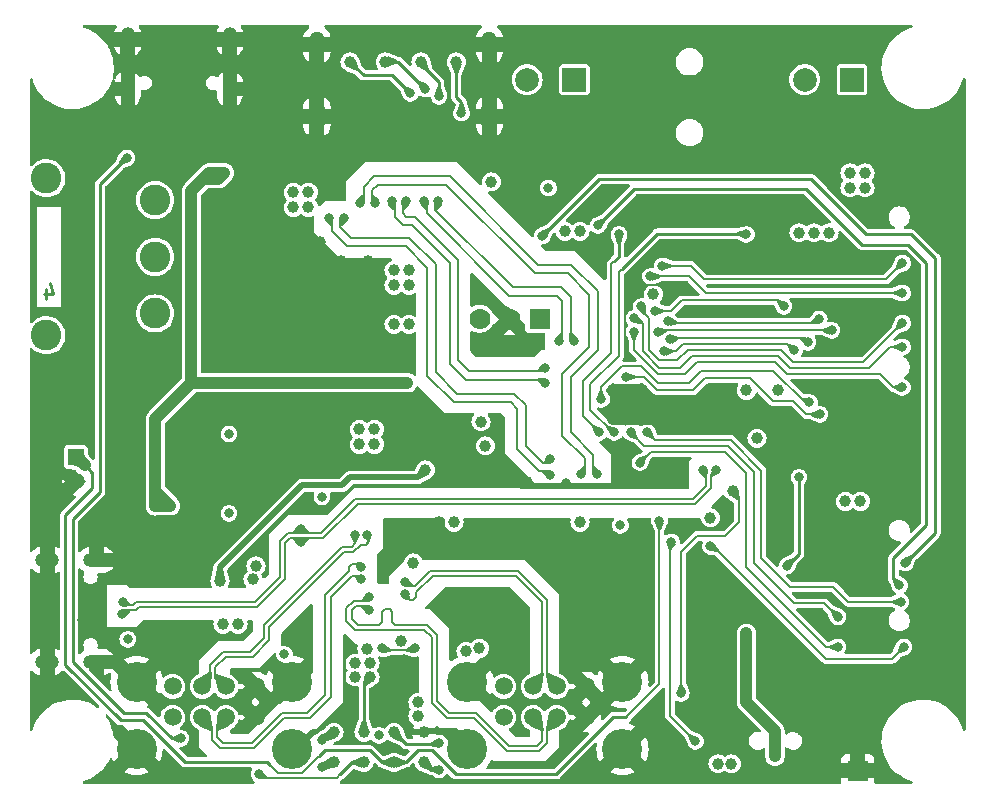
<source format=gbr>
%TF.GenerationSoftware,KiCad,Pcbnew,7.0.9-7.0.9~ubuntu22.04.1*%
%TF.CreationDate,2024-07-19T15:24:13+03:00*%
%TF.ProjectId,RP2040pc_Rev_B,52503230-3430-4706-935f-5265765f422e,B*%
%TF.SameCoordinates,PX68e7780PY7735940*%
%TF.FileFunction,Copper,L4,Bot*%
%TF.FilePolarity,Positive*%
%FSLAX46Y46*%
G04 Gerber Fmt 4.6, Leading zero omitted, Abs format (unit mm)*
G04 Created by KiCad (PCBNEW 7.0.9-7.0.9~ubuntu22.04.1) date 2024-07-19 15:24:13*
%MOMM*%
%LPD*%
G01*
G04 APERTURE LIST*
%ADD10C,0.254000*%
%TA.AperFunction,NonConductor*%
%ADD11C,0.254000*%
%TD*%
%TA.AperFunction,ComponentPad*%
%ADD12C,1.000000*%
%TD*%
%TA.AperFunction,ComponentPad*%
%ADD13C,1.800000*%
%TD*%
%TA.AperFunction,ComponentPad*%
%ADD14R,1.778000X1.778000*%
%TD*%
%TA.AperFunction,ComponentPad*%
%ADD15C,1.778000*%
%TD*%
%TA.AperFunction,ComponentPad*%
%ADD16O,1.300000X2.300000*%
%TD*%
%TA.AperFunction,ComponentPad*%
%ADD17O,1.300000X2.700000*%
%TD*%
%TA.AperFunction,ComponentPad*%
%ADD18R,2.000000X2.000000*%
%TD*%
%TA.AperFunction,ComponentPad*%
%ADD19C,2.000000*%
%TD*%
%TA.AperFunction,ComponentPad*%
%ADD20C,3.400000*%
%TD*%
%TA.AperFunction,ComponentPad*%
%ADD21C,1.500000*%
%TD*%
%TA.AperFunction,ComponentPad*%
%ADD22C,2.600000*%
%TD*%
%TA.AperFunction,ComponentPad*%
%ADD23O,2.200000X1.200000*%
%TD*%
%TA.AperFunction,ComponentPad*%
%ADD24O,2.000000X1.300000*%
%TD*%
%TA.AperFunction,ComponentPad*%
%ADD25R,1.400000X1.400000*%
%TD*%
%TA.AperFunction,ComponentPad*%
%ADD26C,1.400000*%
%TD*%
%TA.AperFunction,ComponentPad*%
%ADD27O,1.200000X2.200000*%
%TD*%
%TA.AperFunction,ComponentPad*%
%ADD28O,1.300000X2.000000*%
%TD*%
%TA.AperFunction,SMDPad,CuDef*%
%ADD29C,1.000000*%
%TD*%
%TA.AperFunction,ViaPad*%
%ADD30C,1.000000*%
%TD*%
%TA.AperFunction,ViaPad*%
%ADD31C,0.800000*%
%TD*%
%TA.AperFunction,Conductor*%
%ADD32C,0.200000*%
%TD*%
%TA.AperFunction,Conductor*%
%ADD33C,0.254000*%
%TD*%
%TA.AperFunction,Conductor*%
%ADD34C,0.508000*%
%TD*%
%TA.AperFunction,Conductor*%
%ADD35C,1.016000*%
%TD*%
G04 APERTURE END LIST*
D10*
D11*
X1779962Y42265299D02*
X1779962Y41418632D01*
X2082343Y42749108D02*
X2384724Y41841966D01*
X2384724Y41841966D02*
X1598533Y41841966D01*
D12*
X52200000Y31300000D03*
X52200000Y33700000D03*
D13*
X51000000Y32500000D03*
D12*
X49800000Y31300000D03*
X49730000Y33700000D03*
D14*
X43548000Y39750000D03*
D15*
X41008000Y39750000D03*
X38468000Y39750000D03*
D16*
X24700000Y62950000D03*
D17*
X24700000Y56900000D03*
D16*
X39300000Y62950000D03*
D17*
X39300000Y56900000D03*
D18*
X46500000Y60000000D03*
D19*
X42500000Y60000000D03*
D20*
X9430000Y9000000D03*
X9430000Y3300000D03*
X22570000Y9000000D03*
X22570000Y3300000D03*
D21*
X12500000Y8620000D03*
X15000000Y8620000D03*
X17000000Y8620000D03*
X19500000Y8620000D03*
X12500000Y6000000D03*
X15000000Y6000000D03*
X17000000Y6000000D03*
X19500000Y6000000D03*
D22*
X1800000Y38350000D03*
X1800000Y51650000D03*
X11000000Y40200000D03*
X11000000Y45000000D03*
X11000000Y49800000D03*
D20*
X37430000Y9000000D03*
X37430000Y3300000D03*
X50570000Y9000000D03*
X50570000Y3300000D03*
D21*
X40500000Y8620000D03*
X43000000Y8620000D03*
X45000000Y8620000D03*
X47500000Y8620000D03*
X40500000Y6000000D03*
X43000000Y6000000D03*
X45000000Y6000000D03*
X47500000Y6000000D03*
D14*
X70500000Y1500000D03*
D23*
X6030000Y10680000D03*
X6030000Y19320000D03*
D24*
X1850000Y10680000D03*
X1850000Y19320000D03*
D25*
X4285680Y28028700D03*
D26*
X4288220Y25999240D03*
D27*
X8680000Y59220000D03*
X17320000Y59220000D03*
D28*
X8680000Y63400000D03*
X17320000Y63400000D03*
D18*
X70000000Y60000000D03*
D19*
X66000000Y60000000D03*
D29*
X27500000Y61500000D03*
X33500000Y61500000D03*
X30500000Y61500000D03*
X36500000Y61500000D03*
X31224000Y4731000D03*
X33764000Y4731000D03*
X28684000Y2191000D03*
X28684000Y4731000D03*
X33764000Y2191000D03*
X31224000Y2191000D03*
X26144000Y2191000D03*
X26144000Y4731000D03*
D30*
X62847000Y9938000D03*
D31*
X58783000Y49435000D03*
D30*
X64117000Y24162000D03*
D31*
X30716000Y3461000D03*
X53703000Y26321000D03*
D30*
X63990000Y46895000D03*
X74023000Y24289000D03*
X29065000Y44609000D03*
X42527000Y25940000D03*
X77071000Y52610000D03*
X61958000Y40291000D03*
X14333000Y27210000D03*
X74023000Y53372000D03*
X11285000Y1048000D03*
X36812000Y19844000D03*
X32113000Y10827000D03*
X38082000Y16542000D03*
X58402000Y40291000D03*
X77071000Y48292000D03*
X35034000Y22511000D03*
X43797000Y49435000D03*
X11920000Y17558000D03*
X11539000Y63532000D03*
X23731000Y28988000D03*
X25763000Y43720000D03*
X77071000Y51213000D03*
X47099000Y20987000D03*
D31*
X32494000Y57563000D03*
D30*
X56370000Y22257000D03*
X18397000Y1175000D03*
D31*
X29446000Y57563000D03*
D30*
X25001000Y46260000D03*
X17254000Y24670000D03*
D31*
X37447000Y55023000D03*
D30*
X23096000Y46260000D03*
X14714000Y17558000D03*
X23731000Y27845000D03*
X13698000Y60357000D03*
X74023000Y25559000D03*
X31859000Y12478000D03*
X39098000Y15526000D03*
X12682000Y54134000D03*
X55354000Y42450000D03*
X26525000Y42704000D03*
D31*
X30970000Y57563000D03*
X49131000Y49435000D03*
D30*
X23731000Y26702000D03*
X36812000Y31274000D03*
D31*
X52560000Y49435000D03*
D30*
X4935000Y14256000D03*
X15476000Y36100000D03*
X17254000Y25940000D03*
X10777000Y61500000D03*
X42527000Y37116000D03*
X32141530Y9655306D03*
D31*
X45829000Y25813000D03*
D30*
X13698000Y22384000D03*
X17889000Y17558000D03*
X55989000Y2064000D03*
X5316000Y53626000D03*
D31*
X35796000Y57557286D03*
D30*
X59418000Y23019000D03*
D31*
X17254000Y22003000D03*
D30*
X14460000Y63532000D03*
X38717000Y26194000D03*
X62720000Y46895000D03*
X61323000Y15907000D03*
X15857000Y45371000D03*
X12809000Y30258000D03*
X15476000Y1175000D03*
X26779000Y44609000D03*
X13317000Y17558000D03*
X8999000Y23654000D03*
X51671000Y42958000D03*
D31*
X67165000Y36989000D03*
X28049000Y57563000D03*
D30*
X61958000Y31147000D03*
D31*
X8242006Y15785459D03*
X57386000Y26956000D03*
X23340143Y21912300D03*
X58529000Y26956000D03*
X23340143Y20883700D03*
X8237000Y14764000D03*
X25128000Y4096000D03*
D30*
X29573000Y29115000D03*
X69451000Y24289000D03*
X46972000Y22511000D03*
X45702000Y47149000D03*
X46972000Y47149000D03*
D31*
X25128000Y24670000D03*
D30*
X28303000Y30385000D03*
X65514000Y47022000D03*
X63736000Y33687000D03*
X58021000Y22892000D03*
X66784000Y47022000D03*
X70721000Y24289000D03*
D31*
X50401000Y22257000D03*
D30*
X28303000Y29115000D03*
X68054000Y47022000D03*
X53195000Y41815000D03*
X61958000Y29623000D03*
X38590000Y31020000D03*
X29573000Y30385000D03*
X59926000Y25178000D03*
D31*
X55545500Y8033000D03*
D30*
X61069000Y33687000D03*
X38971000Y28988000D03*
D31*
X35034000Y1556000D03*
D30*
X39479000Y51340000D03*
X27922000Y9430000D03*
X69832000Y52102000D03*
X31224000Y42577000D03*
D31*
X44305000Y50832000D03*
D30*
X27922000Y10573000D03*
X71102000Y50832000D03*
X32494000Y43847000D03*
X29192000Y10573000D03*
X32494000Y42577000D03*
X31224000Y39275000D03*
X19286000Y17685000D03*
X29192000Y9430000D03*
X19540000Y18828000D03*
X31224000Y43847000D03*
X32494000Y39275000D03*
X71102000Y52102000D03*
X69832000Y50832000D03*
D31*
X65514000Y26321000D03*
X64498000Y18828000D03*
X43797000Y46768000D03*
X74531000Y19082000D03*
X48496000Y47657000D03*
X74023000Y17177000D03*
X54084000Y36989000D03*
X65133000Y37116000D03*
X67228500Y39719500D03*
X54465000Y39529000D03*
D30*
X23985000Y49181000D03*
X22715000Y49181000D03*
X22715000Y50451000D03*
X23985000Y50451000D03*
D31*
X53703000Y22638000D03*
X66276000Y37751000D03*
X54592000Y38005000D03*
X68308000Y38767000D03*
X53576000Y38640000D03*
X74277000Y37370000D03*
X51544000Y39783000D03*
X51544000Y38640000D03*
X74277000Y33941000D03*
X74277000Y39402000D03*
X52179000Y40799000D03*
D30*
X18016000Y13875000D03*
X37320000Y11589000D03*
X33256000Y6128000D03*
X33256000Y7271000D03*
X38463000Y11843000D03*
X16746000Y13875000D03*
D31*
X53322000Y40418000D03*
X64244000Y40799000D03*
X68816000Y14510000D03*
X51290000Y30131000D03*
X58021000Y20479000D03*
X74404000Y11970000D03*
X52046212Y27576530D03*
X68816000Y11970000D03*
X74150000Y15780000D03*
X52687000Y30131000D03*
X17254000Y23273000D03*
X17254000Y30004000D03*
X25680500Y48292000D03*
X44432000Y26556000D03*
X44432000Y27864000D03*
X26988500Y48292000D03*
X28347500Y49579029D03*
X48388000Y26575000D03*
X47080000Y26575000D03*
X29655500Y49579029D03*
X44051000Y34303000D03*
X31014500Y49689000D03*
X32240000Y49689000D03*
X44051000Y35611000D03*
X33764000Y49689000D03*
X45175000Y37878000D03*
X34989500Y49689000D03*
X46483000Y37878000D03*
X36939000Y57182000D03*
X35034000Y58579000D03*
X32621000Y58833000D03*
X33002000Y11843000D03*
X30208000Y11843000D03*
X28430000Y17683700D03*
X28430000Y18712300D03*
X32147378Y16403700D03*
X32147378Y17432300D03*
X29107404Y15123700D03*
X29107404Y16152300D03*
X27915700Y21470441D03*
X28944300Y21470441D03*
D30*
X12301000Y23908000D03*
D31*
X12301000Y32544000D03*
X35034000Y3842000D03*
D30*
X32367000Y34322000D03*
X58656000Y2064000D03*
X31097000Y34322000D03*
X59799000Y2064000D03*
X16873000Y52102000D03*
X11031000Y23908000D03*
X15603000Y52102000D03*
D31*
X19794000Y1175000D03*
X8694200Y12605000D03*
X13190000Y4223000D03*
X8618000Y53372000D03*
X25133714Y1804286D03*
X74277000Y44482000D03*
X53957000Y44228000D03*
X74277000Y41942000D03*
X52941000Y43339000D03*
X48623000Y30131000D03*
X50274000Y46895000D03*
X49893000Y30131000D03*
X61069000Y46895000D03*
X56751000Y3969000D03*
X54719000Y20860000D03*
X67292000Y31655000D03*
X50909000Y34830000D03*
X66403000Y32671000D03*
X48750000Y32925000D03*
X33891000Y59214000D03*
D30*
X61069000Y13113000D03*
X63482000Y2699000D03*
X61069000Y11843000D03*
X63482000Y3969000D03*
X16492000Y17558000D03*
X36304000Y22511000D03*
X33891000Y26956000D03*
X32875000Y19082000D03*
X28938000Y11830076D03*
D31*
X29954000Y4477000D03*
X21953000Y11335000D03*
D32*
X53957000Y44228000D02*
X56370000Y44228000D01*
X56370000Y44228000D02*
X57513000Y43085000D01*
X57513000Y43085000D02*
X72880000Y43085000D01*
X72880000Y43085000D02*
X74277000Y44482000D01*
X52179000Y40799000D02*
X52179000Y40418000D01*
X52179000Y40418000D02*
X52814000Y39783000D01*
X52814000Y39783000D02*
X52814000Y37116000D01*
X53703000Y36227000D02*
X55227000Y36227000D01*
X52814000Y37116000D02*
X53703000Y36227000D01*
X70975000Y36100000D02*
X74277000Y39402000D01*
X55227000Y36227000D02*
X56116000Y37116000D01*
X56116000Y37116000D02*
X63990000Y37116000D01*
X63990000Y37116000D02*
X65006000Y36100000D01*
X65006000Y36100000D02*
X70975000Y36100000D01*
X51544000Y39783000D02*
X51798000Y39783000D01*
X73261000Y37370000D02*
X74277000Y37370000D01*
X51798000Y39783000D02*
X52306000Y39275000D01*
X52306000Y39275000D02*
X52306000Y36989000D01*
X52306000Y36989000D02*
X53703000Y35592000D01*
X53703000Y35592000D02*
X55481000Y35592000D01*
X71483000Y35592000D02*
X73261000Y37370000D01*
X55481000Y35592000D02*
X56497000Y36608000D01*
X56497000Y36608000D02*
X63736000Y36608000D01*
X63736000Y36608000D02*
X64752000Y35592000D01*
X64752000Y35592000D02*
X71483000Y35592000D01*
X51544000Y38640000D02*
X51544000Y37116000D01*
X55862000Y35084000D02*
X56878000Y36100000D01*
X51544000Y37116000D02*
X53576000Y35084000D01*
X53576000Y35084000D02*
X55862000Y35084000D01*
X56878000Y36100000D02*
X63482000Y36100000D01*
X73515000Y33941000D02*
X74277000Y33941000D01*
X63482000Y36100000D02*
X64498000Y35084000D01*
X64498000Y35084000D02*
X72372000Y35084000D01*
X72372000Y35084000D02*
X73515000Y33941000D01*
D33*
X65514000Y19844000D02*
X64498000Y18828000D01*
X65514000Y26321000D02*
X65514000Y19844000D01*
D32*
X51671000Y42958000D02*
X50782000Y42069000D01*
X50782000Y42069000D02*
X50782000Y36862000D01*
X50782000Y36862000D02*
X51036000Y36608000D01*
X48750000Y32925000D02*
X48750000Y33941000D01*
X48750000Y33941000D02*
X50528000Y35719000D01*
X50528000Y35719000D02*
X52179000Y35719000D01*
X52179000Y35719000D02*
X53576000Y34322000D01*
X53576000Y34322000D02*
X56243000Y34322000D01*
X56243000Y34322000D02*
X57259000Y35338000D01*
X57259000Y35338000D02*
X63355000Y35338000D01*
X63355000Y35338000D02*
X66022000Y32671000D01*
X66022000Y32671000D02*
X66403000Y32671000D01*
X50909000Y34830000D02*
X52369500Y34830000D01*
X52369500Y34830000D02*
X53512500Y33687000D01*
X65006000Y32798000D02*
X66149000Y31655000D01*
X53512500Y33687000D02*
X56560500Y33687000D01*
X56560500Y33687000D02*
X57576500Y34703000D01*
X57576500Y34703000D02*
X61399200Y34703000D01*
X63304200Y32798000D02*
X65006000Y32798000D01*
X61399200Y34703000D02*
X63304200Y32798000D01*
X66149000Y31655000D02*
X67292000Y31655000D01*
X65133000Y37116000D02*
X65006000Y37116000D01*
X65006000Y37116000D02*
X64498000Y37624000D01*
X64498000Y37624000D02*
X55735000Y37624000D01*
X55735000Y37624000D02*
X55100000Y36989000D01*
X55100000Y36989000D02*
X54084000Y36989000D01*
X55354000Y42450000D02*
X55176200Y42627800D01*
X55176200Y42627800D02*
X52483800Y42627800D01*
X52483800Y42627800D02*
X52433000Y42577000D01*
X51290000Y30131000D02*
X52433000Y28988000D01*
X67673000Y15653000D02*
X68816000Y14510000D01*
X52433000Y28988000D02*
X59519600Y28988000D01*
X59519600Y28988000D02*
X61704000Y26803600D01*
X61704000Y26803600D02*
X61704000Y19082000D01*
X61704000Y19082000D02*
X65133000Y15653000D01*
X65133000Y15653000D02*
X67673000Y15653000D01*
X52687000Y30131000D02*
X53322000Y29496000D01*
X62339000Y26892500D02*
X62339000Y19463000D01*
X53322000Y29496000D02*
X59735500Y29496000D01*
X68435000Y17050000D02*
X69705000Y15780000D01*
X59735500Y29496000D02*
X62339000Y26892500D01*
X64752000Y17050000D02*
X68435000Y17050000D01*
X62339000Y19463000D02*
X64752000Y17050000D01*
X69705000Y15780000D02*
X74150000Y15780000D01*
X52046212Y27576530D02*
X52949682Y28480000D01*
X61069000Y18701000D02*
X67800000Y11970000D01*
X52949682Y28480000D02*
X59291000Y28480000D01*
X59291000Y28480000D02*
X61069000Y26702000D01*
X61069000Y26702000D02*
X61069000Y18701000D01*
X67800000Y11970000D02*
X68816000Y11970000D01*
X33002000Y11843000D02*
X32824200Y11665200D01*
X32824200Y11665200D02*
X30385800Y11665200D01*
X30385800Y11665200D02*
X30208000Y11843000D01*
D33*
X24366000Y4731000D02*
X24620000Y4731000D01*
X24620000Y4731000D02*
X27033000Y7144000D01*
X27033000Y7144000D02*
X27033000Y11335000D01*
X27033000Y11335000D02*
X27414000Y11716000D01*
D34*
X22935000Y3300000D02*
X24366000Y4731000D01*
X22570000Y3300000D02*
X22935000Y3300000D01*
X33891000Y26956000D02*
X33256000Y26321000D01*
X33256000Y26321000D02*
X27541000Y26321000D01*
X27541000Y26321000D02*
X26855200Y25635200D01*
X26855200Y25635200D02*
X23426200Y25635200D01*
X23426200Y25635200D02*
X16492000Y18701000D01*
X16492000Y18701000D02*
X16492000Y17558000D01*
D35*
X50020000Y33410000D02*
X49730000Y33700000D01*
X51000000Y32500000D02*
X52941000Y32500000D01*
D34*
X33764000Y4731000D02*
X32875000Y4731000D01*
D35*
X49730000Y33700000D02*
X52200000Y33700000D01*
D34*
X35669000Y4858000D02*
X33891000Y4858000D01*
X33891000Y4858000D02*
X33764000Y4731000D01*
D35*
X50020000Y31520000D02*
X50020000Y33410000D01*
D34*
X37430000Y3300000D02*
X37227000Y3300000D01*
D35*
X49800000Y31300000D02*
X53677000Y31300000D01*
D34*
X37227000Y3300000D02*
X35669000Y4858000D01*
X32875000Y4731000D02*
X32240000Y5366000D01*
D35*
X49800000Y31300000D02*
X50020000Y31520000D01*
D32*
X57646627Y26695373D02*
X57386000Y26956000D01*
X27960234Y24503300D02*
X56535234Y24503300D01*
X22235776Y21612300D02*
X23040143Y21612300D01*
X8535933Y15491533D02*
X9169467Y15491533D01*
X21566116Y17855182D02*
X21566116Y20942640D01*
X23340143Y21912300D02*
X23640143Y21612300D01*
X9169467Y15491533D02*
X9418234Y15740300D01*
X23040143Y21612300D02*
X23340143Y21912300D01*
X9418234Y15740300D02*
X19451234Y15740300D01*
X23640143Y21612300D02*
X25069234Y21612300D01*
X57646627Y25614693D02*
X57646627Y26695373D01*
X8242006Y15785459D02*
X8535933Y15491533D01*
X56535234Y24503300D02*
X57646627Y25614693D01*
X25069234Y21612300D02*
X27960234Y24503300D01*
X21566116Y20942640D02*
X22235776Y21612300D01*
X19451234Y15740300D02*
X21566116Y17855182D01*
X8535933Y15062933D02*
X9346999Y15062933D01*
X8237000Y14764000D02*
X8535933Y15062933D01*
X22413308Y21183700D02*
X23040143Y21183700D01*
X9595766Y15311700D02*
X19628766Y15311700D01*
X21994716Y20765108D02*
X22413308Y21183700D01*
X21994716Y17677650D02*
X21994716Y20765108D01*
X58075227Y25437161D02*
X58075227Y26502227D01*
X23640143Y21183700D02*
X25246766Y21183700D01*
X28137766Y24074700D02*
X56712766Y24074700D01*
X23340143Y20883700D02*
X23640143Y21183700D01*
X25246766Y21183700D02*
X28137766Y24074700D01*
X56712766Y24074700D02*
X58075227Y25437161D01*
X9346999Y15062933D02*
X9595766Y15311700D01*
X23040143Y21183700D02*
X23340143Y20883700D01*
X19628766Y15311700D02*
X21994716Y17677650D01*
X58075227Y26502227D02*
X58529000Y26956000D01*
D34*
X25890000Y4731000D02*
X26144000Y4731000D01*
X25255000Y4096000D02*
X25890000Y4731000D01*
X25128000Y4096000D02*
X25255000Y4096000D01*
D33*
X33764000Y2191000D02*
X34399000Y1556000D01*
D32*
X59291000Y21368000D02*
X60434000Y22511000D01*
X60434000Y24543000D02*
X59799000Y25178000D01*
X60434000Y22511000D02*
X60434000Y24543000D01*
X56878000Y21368000D02*
X59291000Y21368000D01*
X55545500Y20035500D02*
X56878000Y21368000D01*
X55545500Y8033000D02*
X55545500Y20035500D01*
D33*
X34399000Y1556000D02*
X35034000Y1556000D01*
X28684000Y8922000D02*
X29192000Y9430000D01*
D34*
X28684000Y4731000D02*
X28684000Y5493000D01*
D33*
X28684000Y5493000D02*
X28684000Y8922000D01*
X74531000Y19082000D02*
X77071000Y21622000D01*
X66530000Y51594000D02*
X48623000Y51594000D01*
X77071000Y21622000D02*
X77071000Y44863000D01*
X71229000Y46895000D02*
X66530000Y51594000D01*
X75039000Y46895000D02*
X71229000Y46895000D01*
X48623000Y51594000D02*
X43797000Y46768000D01*
X77071000Y44863000D02*
X75039000Y46895000D01*
X74785000Y46006000D02*
X76309000Y44482000D01*
X73515000Y17685000D02*
X74023000Y17177000D01*
X70848000Y46006000D02*
X74785000Y46006000D01*
X76309000Y44482000D02*
X76309000Y22257000D01*
X76309000Y22257000D02*
X73515000Y19463000D01*
X66149000Y50705000D02*
X70848000Y46006000D01*
X73515000Y19463000D02*
X73515000Y17685000D01*
X48496000Y47657000D02*
X51544000Y50705000D01*
X51544000Y50705000D02*
X66149000Y50705000D01*
D32*
X54592000Y39402000D02*
X54465000Y39529000D01*
X67228500Y39719500D02*
X66911000Y39402000D01*
X66911000Y39402000D02*
X54592000Y39402000D01*
D33*
X3411000Y10446000D02*
X3411000Y23146000D01*
X49766000Y6001000D02*
X50909000Y6001000D01*
X32240000Y2191000D02*
X33256000Y3207000D01*
D32*
X53703000Y22638000D02*
X53703000Y8795000D01*
X23475000Y1300000D02*
X21383500Y1300000D01*
D33*
X20746500Y1937000D02*
X20492500Y2191000D01*
D35*
X4370300Y28028700D02*
X5062000Y27337000D01*
D33*
X8110000Y5747000D02*
X3411000Y10446000D01*
X25382000Y3207000D02*
X29192000Y3207000D01*
X31224000Y2191000D02*
X32240000Y2191000D01*
X33256000Y3207000D02*
X34449800Y3207000D01*
D32*
X21383500Y1300000D02*
X20746500Y1937000D01*
D33*
X30208000Y2191000D02*
X31224000Y2191000D01*
X20492500Y2191000D02*
X13571000Y2191000D01*
D32*
X24874000Y2699000D02*
X23475000Y1300000D01*
D33*
X5697000Y26702000D02*
X5062000Y27337000D01*
X3411000Y23146000D02*
X5697000Y25432000D01*
D35*
X4285680Y28028700D02*
X4370300Y28028700D01*
D33*
X36481800Y1175000D02*
X44940000Y1175000D01*
X29192000Y3207000D02*
X30208000Y2191000D01*
X24874000Y2699000D02*
X25382000Y3207000D01*
X5697000Y25432000D02*
X5697000Y26702000D01*
X13571000Y2191000D02*
X10015000Y5747000D01*
D32*
X53703000Y8795000D02*
X50909000Y6001000D01*
D33*
X10015000Y5747000D02*
X8110000Y5747000D01*
X34449800Y3207000D02*
X36481800Y1175000D01*
X44940000Y1175000D02*
X49766000Y6001000D01*
D32*
X54719000Y38132000D02*
X54592000Y38005000D01*
X66276000Y37751000D02*
X65895000Y38132000D01*
X65895000Y38132000D02*
X54719000Y38132000D01*
X53703000Y38767000D02*
X68308000Y38767000D01*
X53576000Y38640000D02*
X53703000Y38767000D01*
X64244000Y40799000D02*
X63736000Y41307000D01*
X55608000Y41307000D02*
X54719000Y40418000D01*
X63736000Y41307000D02*
X55608000Y41307000D01*
X54719000Y40418000D02*
X53322000Y40418000D01*
X74404000Y11970000D02*
X73388000Y10954000D01*
X58275000Y20479000D02*
X58021000Y20479000D01*
X67800000Y10954000D02*
X58275000Y20479000D01*
X73388000Y10954000D02*
X67800000Y10954000D01*
X34045000Y34937368D02*
X34045000Y44081368D01*
X41665000Y32143368D02*
X41110368Y32698000D01*
X25980500Y47192868D02*
X25980500Y47992000D01*
X32220368Y45906000D02*
X27267368Y45906000D01*
X34045000Y44081368D02*
X32220368Y45906000D01*
X41665000Y28714368D02*
X43523368Y26856000D01*
X25980500Y47992000D02*
X25680500Y48292000D01*
X41110368Y32698000D02*
X36284368Y32698000D01*
X41665000Y28714368D02*
X41665000Y32143368D01*
X27267368Y45906000D02*
X25980500Y47192868D01*
X44132000Y26856000D02*
X44432000Y26556000D01*
X36284368Y32698000D02*
X34045000Y34937368D01*
X43523368Y26856000D02*
X44132000Y26856000D01*
X36577632Y33406000D02*
X34753000Y35230632D01*
X34753000Y35230632D02*
X34753000Y44374632D01*
X41403632Y33406000D02*
X36577632Y33406000D01*
X34753000Y44374632D02*
X32513632Y46614000D01*
X42373000Y29007632D02*
X43816632Y27564000D01*
X43816632Y27564000D02*
X44132000Y27564000D01*
X42373000Y29007632D02*
X42373000Y32436632D01*
X27560632Y46614000D02*
X26688500Y47486132D01*
X42373000Y32436632D02*
X41403632Y33406000D01*
X26688500Y47486132D02*
X26688500Y47992000D01*
X26688500Y47992000D02*
X26988500Y48292000D01*
X44132000Y27564000D02*
X44432000Y27864000D01*
X32513632Y46614000D02*
X27560632Y46614000D01*
X48088000Y26875000D02*
X48088000Y28245632D01*
X43435632Y44328000D02*
X35942632Y51821000D01*
X46183000Y34810368D02*
X48469000Y37096368D01*
X29553368Y51821000D02*
X28647500Y50915132D01*
X48088000Y28245632D02*
X46183000Y30150632D01*
X48469000Y37096368D02*
X48469000Y42088632D01*
X48388000Y26575000D02*
X48088000Y26875000D01*
X46183000Y30150632D02*
X46183000Y34810368D01*
X28647500Y49879029D02*
X28347500Y49579029D01*
X48469000Y42088632D02*
X46229632Y44328000D01*
X46229632Y44328000D02*
X43435632Y44328000D01*
X28647500Y50915132D02*
X28647500Y49879029D01*
X35942632Y51821000D02*
X29553368Y51821000D01*
X45936368Y43620000D02*
X43142368Y43620000D01*
X29355500Y49879029D02*
X29655500Y49579029D01*
X45475000Y35103632D02*
X47761000Y37389632D01*
X45475000Y29857368D02*
X45475000Y35103632D01*
X47380000Y27952368D02*
X45475000Y29857368D01*
X47080000Y26575000D02*
X47380000Y26875000D01*
X47761000Y37389632D02*
X47761000Y41795368D01*
X43142368Y43620000D02*
X35649368Y51113000D01*
X47380000Y26875000D02*
X47380000Y27952368D01*
X47761000Y41795368D02*
X45936368Y43620000D01*
X29355500Y50621868D02*
X29355500Y49879029D01*
X29846632Y51113000D02*
X29355500Y50621868D01*
X35649368Y51113000D02*
X29846632Y51113000D01*
X35950000Y44462368D02*
X35950000Y35953368D01*
X37300368Y34603000D02*
X43751000Y34603000D01*
X32728368Y47684000D02*
X35950000Y44462368D01*
X31014500Y49689000D02*
X31273250Y49430250D01*
X31273250Y49430250D02*
X31273250Y48377118D01*
X35950000Y35953368D02*
X37300368Y34603000D01*
X31273250Y48377118D02*
X31966368Y47684000D01*
X31966368Y47684000D02*
X32728368Y47684000D01*
X43751000Y34603000D02*
X44051000Y34303000D01*
X43751000Y35311000D02*
X44051000Y35611000D01*
X36658000Y36246632D02*
X37593632Y35311000D01*
X32240000Y49689000D02*
X31981250Y49430250D01*
X33021632Y48392000D02*
X36658000Y44755632D01*
X37593632Y35311000D02*
X43751000Y35311000D01*
X31981250Y48670382D02*
X32259632Y48392000D01*
X31981250Y49430250D02*
X31981250Y48670382D01*
X32259632Y48392000D02*
X33021632Y48392000D01*
X36658000Y44755632D02*
X36658000Y36246632D01*
X45475000Y38178000D02*
X45475000Y41287368D01*
X45047368Y41715000D02*
X40983368Y41715000D01*
X34022750Y49430250D02*
X33764000Y49689000D01*
X45175000Y37878000D02*
X45475000Y38178000D01*
X34022750Y48675618D02*
X34022750Y49430250D01*
X40983368Y41715000D02*
X34022750Y48675618D01*
X45475000Y41287368D02*
X45047368Y41715000D01*
X46183000Y38178000D02*
X46183000Y41580632D01*
X34730750Y49430250D02*
X34989500Y49689000D01*
X46483000Y37878000D02*
X46183000Y38178000D01*
X34730750Y48968882D02*
X34730750Y49430250D01*
X45340632Y42423000D02*
X41276632Y42423000D01*
X46183000Y41580632D02*
X45340632Y42423000D01*
X41276632Y42423000D02*
X34730750Y48968882D01*
D33*
X36939000Y57182000D02*
X36939000Y58071000D01*
X36939000Y58071000D02*
X36500000Y58510000D01*
X36500000Y58510000D02*
X36500000Y61500000D01*
X35034000Y59780500D02*
X33500000Y61314500D01*
X33500000Y61314500D02*
X33500000Y61500000D01*
X35034000Y58579000D02*
X35034000Y59780500D01*
X28643000Y60357000D02*
X27500000Y61500000D01*
X32621000Y58833000D02*
X31097000Y60357000D01*
X31097000Y60357000D02*
X28643000Y60357000D01*
D32*
X28130000Y17983700D02*
X27634766Y17983700D01*
X19374766Y3373700D02*
X16530234Y3373700D01*
X25850300Y7690234D02*
X24073766Y5913700D01*
X25850300Y16199234D02*
X25850300Y7690234D01*
X21914766Y5913700D02*
X19374766Y3373700D01*
X15785700Y5214300D02*
X15000000Y6000000D01*
X15785700Y4118234D02*
X15785700Y5214300D01*
X27634766Y17983700D02*
X25850300Y16199234D01*
X28430000Y17683700D02*
X28130000Y17983700D01*
X24073766Y5913700D02*
X21914766Y5913700D01*
X16530234Y3373700D02*
X15785700Y4118234D01*
X21737234Y6342300D02*
X19197234Y3802300D01*
X23896234Y6342300D02*
X21737234Y6342300D01*
X19197234Y3802300D02*
X16707766Y3802300D01*
X28125200Y19005800D02*
X27693400Y19005800D01*
X27693400Y19005800D02*
X27457234Y18769634D01*
X25421700Y7867766D02*
X23896234Y6342300D01*
X25421700Y16376766D02*
X25421700Y7867766D01*
X27457234Y18769634D02*
X27457234Y18412300D01*
X16214300Y4295766D02*
X16214300Y5214300D01*
X16707766Y3802300D02*
X16214300Y4295766D01*
X28430000Y18712300D02*
X28418700Y18712300D01*
X16214300Y5214300D02*
X17000000Y6000000D01*
X27457234Y18412300D02*
X25421700Y16376766D01*
X28418700Y18712300D02*
X28125200Y19005800D01*
X32147378Y16329822D02*
X32147378Y16403700D01*
X34487766Y17978700D02*
X33129000Y16619934D01*
X43785700Y15742234D02*
X41549234Y17978700D01*
X32875000Y15907000D02*
X32570200Y15907000D01*
X32570200Y15907000D02*
X32147378Y16329822D01*
X41549234Y17978700D02*
X34487766Y17978700D01*
X33129000Y16619934D02*
X33129000Y16161000D01*
X33129000Y16161000D02*
X32875000Y15907000D01*
X43000000Y8620000D02*
X43785700Y9405700D01*
X43785700Y9405700D02*
X43785700Y15742234D01*
X32447378Y17132300D02*
X33035234Y17132300D01*
X32147378Y17432300D02*
X32447378Y17132300D01*
X34310234Y18407300D02*
X41726766Y18407300D01*
X44214300Y9405700D02*
X45000000Y8620000D01*
X41726766Y18407300D02*
X44214300Y15919766D01*
X44214300Y15919766D02*
X44214300Y9405700D01*
X33035234Y17132300D02*
X34310234Y18407300D01*
X33979766Y13835300D02*
X31339900Y13835300D01*
X35884766Y6342300D02*
X34867300Y7359766D01*
X43785700Y4006766D02*
X43327234Y3548300D01*
X27628300Y14344766D02*
X27628300Y15056234D01*
X38170766Y6342300D02*
X35884766Y6342300D01*
X43000000Y6000000D02*
X43785700Y5214300D01*
X34867300Y12947766D02*
X33979766Y13835300D01*
X31339900Y13835300D02*
X31097000Y14078200D01*
X28137766Y13835300D02*
X27628300Y14344766D01*
X27628300Y15056234D02*
X27995766Y15423700D01*
X31097000Y14916400D02*
X30868400Y15145000D01*
X30868400Y15145000D02*
X30436600Y15145000D01*
X29965100Y13835300D02*
X28137766Y13835300D01*
X28807404Y15423700D02*
X29107404Y15123700D01*
X30208000Y14916400D02*
X30208000Y14078200D01*
X27995766Y15423700D02*
X28807404Y15423700D01*
X31097000Y14078200D02*
X31097000Y14916400D01*
X30208000Y14078200D02*
X29965100Y13835300D01*
X30436600Y15145000D02*
X30208000Y14916400D01*
X40964766Y3548300D02*
X38170766Y6342300D01*
X43327234Y3548300D02*
X40964766Y3548300D01*
X43785700Y5214300D02*
X43785700Y4006766D01*
X34867300Y7359766D02*
X34867300Y12947766D01*
X37993234Y5913700D02*
X35707234Y5913700D01*
X44214300Y3829234D02*
X43504766Y3119700D01*
X35707234Y5913700D02*
X34438700Y7182234D01*
X43504766Y3119700D02*
X40787234Y3119700D01*
X27199700Y15233766D02*
X27818234Y15852300D01*
X34438700Y12770234D02*
X33802234Y13406700D01*
X40787234Y3119700D02*
X37993234Y5913700D01*
X45000000Y6000000D02*
X44214300Y5214300D01*
X27818234Y15852300D02*
X28807404Y15852300D01*
X27199700Y14167234D02*
X27199700Y15233766D01*
X28807404Y15852300D02*
X29107404Y16152300D01*
X44214300Y5214300D02*
X44214300Y3829234D01*
X34438700Y7182234D02*
X34438700Y12770234D01*
X27960234Y13406700D02*
X27199700Y14167234D01*
X33802234Y13406700D02*
X27960234Y13406700D01*
X27922000Y21464141D02*
X27922000Y20733000D01*
X27922000Y20733000D02*
X27628300Y20439300D01*
X26817234Y20439300D02*
X20214700Y13836766D01*
X16784234Y11549300D02*
X15679200Y10444266D01*
X20214700Y13836766D02*
X20214700Y12693766D01*
X19070234Y11549300D02*
X16784234Y11549300D01*
X20214700Y12693766D02*
X19070234Y11549300D01*
X15679200Y9299200D02*
X15000000Y8620000D01*
X15679200Y10444266D02*
X15679200Y9299200D01*
X27915700Y21470441D02*
X27922000Y21464141D01*
X27628300Y20439300D02*
X26817234Y20439300D01*
X16794000Y8620000D02*
X16111000Y9303000D01*
X20643300Y12516234D02*
X20643300Y13659234D01*
X16111000Y9303000D02*
X16111000Y10269934D01*
X28391033Y20606000D02*
X28861800Y20606000D01*
X16111000Y10269934D02*
X16961766Y11120700D01*
X29065000Y21349741D02*
X28944300Y21470441D01*
X16961766Y11120700D02*
X19247766Y11120700D01*
X28861800Y20606000D02*
X29065000Y20809200D01*
X27795733Y20010700D02*
X28391033Y20606000D01*
X20643300Y13659234D02*
X26994766Y20010700D01*
X29065000Y20809200D02*
X29065000Y21349741D01*
X17000000Y8620000D02*
X16794000Y8620000D01*
X19247766Y11120700D02*
X20643300Y12516234D01*
X26994766Y20010700D02*
X27795733Y20010700D01*
D33*
X32240000Y3715000D02*
X34907000Y3715000D01*
D35*
X12301000Y32544000D02*
X14079000Y34322000D01*
X14079000Y34322000D02*
X31097000Y34322000D01*
D33*
X34907000Y3715000D02*
X35034000Y3842000D01*
D35*
X31097000Y34322000D02*
X32367000Y34322000D01*
X14079000Y50578000D02*
X14079000Y34322000D01*
X15095000Y51594000D02*
X14079000Y50578000D01*
X16873000Y52102000D02*
X16365000Y51594000D01*
X11031000Y25178000D02*
X11031000Y31274000D01*
X11031000Y23908000D02*
X12301000Y23908000D01*
X12301000Y23908000D02*
X11031000Y25178000D01*
X16873000Y52102000D02*
X15603000Y52102000D01*
X16365000Y51594000D02*
X15095000Y51594000D01*
X11031000Y31274000D02*
X12301000Y32544000D01*
D33*
X31224000Y4731000D02*
X32240000Y3715000D01*
D35*
X11031000Y23908000D02*
X11031000Y25178000D01*
X15603000Y52102000D02*
X15095000Y51594000D01*
D32*
X20073400Y895600D02*
X19794000Y1175000D01*
X26372600Y895600D02*
X20073400Y895600D01*
D33*
X27668000Y2191000D02*
X28684000Y2191000D01*
X26652000Y1175000D02*
X27668000Y2191000D01*
D32*
X26652000Y1175000D02*
X26372600Y895600D01*
D33*
X8618000Y53372000D02*
X8554500Y53372000D01*
X8364000Y6382000D02*
X10269000Y6382000D01*
D34*
X25133714Y1804286D02*
X25266428Y1937000D01*
D33*
X8554500Y53372000D02*
X6332000Y51149500D01*
X10269000Y6382000D02*
X12428000Y4223000D01*
X4046000Y22765000D02*
X4046000Y10700000D01*
X4046000Y10700000D02*
X8364000Y6382000D01*
X12428000Y4223000D02*
X13190000Y4223000D01*
X6332000Y51149500D02*
X6332000Y25051000D01*
X6332000Y25051000D02*
X4046000Y22765000D01*
D34*
X25890000Y1937000D02*
X26144000Y2191000D01*
X25266428Y1937000D02*
X25890000Y1937000D01*
D32*
X56243000Y43339000D02*
X57640000Y41942000D01*
X52941000Y43339000D02*
X56243000Y43339000D01*
X57640000Y41942000D02*
X74277000Y41942000D01*
X47226000Y34449000D02*
X47226000Y31528000D01*
X49639000Y36862000D02*
X47226000Y34449000D01*
D33*
X50274000Y46895000D02*
X50274000Y44990000D01*
X50274000Y44990000D02*
X49893000Y44609000D01*
D32*
X47226000Y31528000D02*
X48623000Y30131000D01*
X49893000Y44609000D02*
X49639000Y44355000D01*
X49639000Y44355000D02*
X49639000Y36862000D01*
X47861000Y34195000D02*
X50274000Y36608000D01*
D33*
X53512500Y46958500D02*
X50528000Y43974000D01*
X61005500Y46958500D02*
X53512500Y46958500D01*
X61069000Y46895000D02*
X61005500Y46958500D01*
D32*
X49893000Y30131000D02*
X49766000Y30131000D01*
X50274000Y36608000D02*
X50274000Y43720000D01*
X47861000Y32036000D02*
X47861000Y34195000D01*
X50274000Y43720000D02*
X50528000Y43974000D01*
X49766000Y30131000D02*
X47861000Y32036000D01*
X54592000Y6128000D02*
X56751000Y3969000D01*
X54592000Y20733000D02*
X54592000Y6128000D01*
X54719000Y20860000D02*
X54592000Y20733000D01*
D33*
X33891000Y59214000D02*
X31605000Y61500000D01*
X31605000Y61500000D02*
X30500000Y61500000D01*
D35*
X61069000Y11843000D02*
X61069000Y13113000D01*
X63482000Y4858000D02*
X63482000Y3969000D01*
X61069000Y7271000D02*
X63482000Y4858000D01*
X63482000Y2699000D02*
X63482000Y3969000D01*
X61069000Y11843000D02*
X61069000Y7271000D01*
%TA.AperFunction,Conductor*%
G36*
X11851632Y3299002D02*
G01*
X11852054Y3298582D01*
X13245642Y1904994D01*
X13250350Y1899727D01*
X13273640Y1870522D01*
X13320806Y1838365D01*
X13366718Y1804480D01*
X13373936Y1800665D01*
X13381310Y1797114D01*
X13381313Y1797112D01*
X13394170Y1793146D01*
X13435854Y1780288D01*
X13489718Y1761440D01*
X13489720Y1761440D01*
X13489722Y1761439D01*
X13489723Y1761439D01*
X13497776Y1759916D01*
X13505840Y1758700D01*
X13562934Y1758700D01*
X13619948Y1756567D01*
X13619948Y1756568D01*
X13619949Y1756567D01*
X13629332Y1757624D01*
X13629434Y1756717D01*
X13644497Y1758700D01*
X19099823Y1758700D01*
X19167944Y1738698D01*
X19214437Y1685042D01*
X19224541Y1614768D01*
X19203520Y1561127D01*
X19164901Y1505177D01*
X19164901Y1505176D01*
X19164899Y1505173D01*
X19104165Y1345032D01*
X19104163Y1345025D01*
X19083520Y1175004D01*
X19083520Y1174997D01*
X19104163Y1004976D01*
X19104165Y1004969D01*
X19161223Y854522D01*
X19164901Y844823D01*
X19262198Y703865D01*
X19346633Y629061D01*
X19377391Y601812D01*
X19415116Y541668D01*
X19414336Y470675D01*
X19375298Y411375D01*
X19310397Y382593D01*
X19293837Y381500D01*
X4976992Y381500D01*
X4908871Y401502D01*
X4862378Y455158D01*
X4852274Y525432D01*
X4881768Y590012D01*
X4941494Y628396D01*
X4943841Y629061D01*
X4954065Y631850D01*
X5100986Y671916D01*
X5448503Y807798D01*
X5779607Y979849D01*
X6090547Y1186119D01*
X6377801Y1424272D01*
X6638114Y1691609D01*
X6868535Y1985101D01*
X7066455Y2301422D01*
X7150727Y2474728D01*
X7198504Y2527240D01*
X7267089Y2545588D01*
X7334706Y2523943D01*
X7379887Y2469178D01*
X7383352Y2460131D01*
X7385697Y2453223D01*
X7385700Y2453216D01*
X7484612Y2252641D01*
X7484613Y2252640D01*
X8260045Y3028072D01*
X8270864Y2970198D01*
X8351202Y2762822D01*
X8468277Y2573740D01*
X8618102Y2409390D01*
X8795575Y2275368D01*
X8994653Y2176239D01*
X9157834Y2129811D01*
X8382638Y1354615D01*
X8382639Y1354614D01*
X8583222Y1255697D01*
X8857295Y1162661D01*
X8857299Y1162660D01*
X9141169Y1106194D01*
X9141184Y1106192D01*
X9429997Y1087262D01*
X9430003Y1087262D01*
X9718815Y1106192D01*
X9718830Y1106194D01*
X10002700Y1162660D01*
X10002704Y1162661D01*
X10276774Y1255696D01*
X10477360Y1354615D01*
X9702164Y2129811D01*
X9865347Y2176239D01*
X10064425Y2275368D01*
X10241898Y2409390D01*
X10391723Y2573740D01*
X10508798Y2762822D01*
X10589136Y2970198D01*
X10599954Y3028072D01*
X11375385Y2252640D01*
X11474304Y2453226D01*
X11567339Y2727296D01*
X11567340Y2727300D01*
X11623806Y3011170D01*
X11623808Y3011185D01*
X11637338Y3217618D01*
X11661752Y3284285D01*
X11718334Y3327169D01*
X11789118Y3332656D01*
X11851632Y3299002D01*
G37*
%TD.AperFunction*%
%TA.AperFunction,Conductor*%
G36*
X7699843Y64598498D02*
G01*
X7746336Y64544842D01*
X7756440Y64474568D01*
X7732273Y64416569D01*
X7691230Y64362219D01*
X7691227Y64362216D01*
X7595573Y64170116D01*
X7595571Y64170112D01*
X7557129Y64035000D01*
X8456398Y64035000D01*
X8441955Y64027641D01*
X8352359Y63938045D01*
X8294835Y63825148D01*
X8280000Y63731481D01*
X8280000Y63068519D01*
X8294835Y62974852D01*
X8352359Y62861955D01*
X8441955Y62772359D01*
X8554852Y62714835D01*
X8680000Y62695014D01*
X8805148Y62714835D01*
X8903602Y62765000D01*
X9315000Y62765000D01*
X9315000Y62081172D01*
X9380841Y62121938D01*
X9380845Y62121941D01*
X9539434Y62266513D01*
X9539436Y62266515D01*
X9668768Y62437780D01*
X9668772Y62437785D01*
X9764426Y62629885D01*
X9764428Y62629889D01*
X9802871Y62765000D01*
X16197129Y62765000D01*
X16235571Y62629889D01*
X16235573Y62629885D01*
X16331227Y62437785D01*
X16331231Y62437780D01*
X16460563Y62266515D01*
X16460565Y62266513D01*
X16619154Y62121941D01*
X16619158Y62121938D01*
X16685000Y62081172D01*
X16685000Y62765000D01*
X16197129Y62765000D01*
X9802871Y62765000D01*
X9315000Y62765000D01*
X8903602Y62765000D01*
X8918045Y62772359D01*
X9007641Y62861955D01*
X9065165Y62974852D01*
X9080000Y63068519D01*
X9080000Y63731481D01*
X9065165Y63825148D01*
X9007641Y63938045D01*
X8918045Y64027641D01*
X8903602Y64035000D01*
X9802871Y64035000D01*
X9764428Y64170112D01*
X9764426Y64170116D01*
X9668772Y64362216D01*
X9668769Y64362219D01*
X9627727Y64416569D01*
X9602638Y64482984D01*
X9617438Y64552421D01*
X9667429Y64602833D01*
X9728278Y64618500D01*
X16271722Y64618500D01*
X16339843Y64598498D01*
X16386336Y64544842D01*
X16396440Y64474568D01*
X16372273Y64416569D01*
X16331230Y64362219D01*
X16331227Y64362216D01*
X16235573Y64170116D01*
X16235571Y64170112D01*
X16197129Y64035000D01*
X17096398Y64035000D01*
X17081955Y64027641D01*
X16992359Y63938045D01*
X16934835Y63825148D01*
X16920000Y63731481D01*
X16920000Y63068519D01*
X16934835Y62974852D01*
X16992359Y62861955D01*
X17081955Y62772359D01*
X17194852Y62714835D01*
X17320000Y62695014D01*
X17445148Y62714835D01*
X17543602Y62765000D01*
X17955000Y62765000D01*
X17955000Y62081172D01*
X18020841Y62121938D01*
X18020845Y62121941D01*
X18179434Y62266513D01*
X18179436Y62266515D01*
X18216049Y62314999D01*
X23549548Y62314999D01*
X23556840Y62236312D01*
X23556840Y62236308D01*
X23615570Y62029891D01*
X23615573Y62029885D01*
X23711227Y61837785D01*
X23711231Y61837780D01*
X23840563Y61666515D01*
X23840565Y61666513D01*
X23999154Y61521941D01*
X23999158Y61521938D01*
X24065000Y61481172D01*
X24065000Y62315000D01*
X23549549Y62315000D01*
X23549548Y62314999D01*
X18216049Y62314999D01*
X18308768Y62437780D01*
X18308772Y62437785D01*
X18404426Y62629885D01*
X18404428Y62629889D01*
X18442871Y62765000D01*
X17955000Y62765000D01*
X17543602Y62765000D01*
X17558045Y62772359D01*
X17647641Y62861955D01*
X17705165Y62974852D01*
X17720000Y63068519D01*
X17720000Y63731481D01*
X17705165Y63825148D01*
X17647641Y63938045D01*
X17558045Y64027641D01*
X17543602Y64035000D01*
X18442871Y64035000D01*
X18404428Y64170112D01*
X18404426Y64170116D01*
X18308772Y64362216D01*
X18308769Y64362219D01*
X18267727Y64416569D01*
X18242638Y64482984D01*
X18257438Y64552421D01*
X18307429Y64602833D01*
X18368278Y64618500D01*
X23944634Y64618500D01*
X24012755Y64598498D01*
X24059248Y64544842D01*
X24069352Y64474568D01*
X24039858Y64409988D01*
X24010964Y64385372D01*
X23999156Y64378062D01*
X23840562Y64233484D01*
X23711231Y64062221D01*
X23711227Y64062216D01*
X23615573Y63870116D01*
X23615570Y63870110D01*
X23556840Y63663693D01*
X23556840Y63663689D01*
X23549548Y63585002D01*
X23549549Y63585000D01*
X24319855Y63585000D01*
X24314835Y63575148D01*
X24300000Y63481481D01*
X24300000Y62418519D01*
X24314835Y62324852D01*
X24372359Y62211955D01*
X24461955Y62122359D01*
X24574852Y62064835D01*
X24700000Y62045014D01*
X24825148Y62064835D01*
X24938045Y62122359D01*
X25027641Y62211955D01*
X25080145Y62315000D01*
X25335000Y62315000D01*
X25335000Y61481172D01*
X25365409Y61500000D01*
X26689604Y61500000D01*
X26709921Y61319672D01*
X26769857Y61148383D01*
X26769858Y61148382D01*
X26866407Y60994726D01*
X26866410Y60994723D01*
X26866410Y60994722D01*
X26994721Y60866411D01*
X26994723Y60866410D01*
X26994726Y60866407D01*
X27121306Y60786871D01*
X27148382Y60769858D01*
X27170919Y60761972D01*
X27198089Y60748611D01*
X27200694Y60746914D01*
X27930446Y60444628D01*
X27971320Y60417315D01*
X28317650Y60070985D01*
X28322352Y60065723D01*
X28339007Y60044840D01*
X28345640Y60036522D01*
X28345643Y60036520D01*
X28345644Y60036519D01*
X28377300Y60014937D01*
X28392796Y60004372D01*
X28438718Y59970480D01*
X28438720Y59970480D01*
X28438722Y59970478D01*
X28445936Y59966665D01*
X28453310Y59963114D01*
X28453313Y59963112D01*
X28507840Y59946293D01*
X28561722Y59927438D01*
X28561726Y59927438D01*
X28569733Y59925923D01*
X28577839Y59924701D01*
X28577841Y59924700D01*
X28577843Y59924700D01*
X28634908Y59924700D01*
X28691949Y59922566D01*
X28691949Y59922567D01*
X28691950Y59922566D01*
X28701329Y59923623D01*
X28701431Y59922717D01*
X28716500Y59924700D01*
X30865745Y59924700D01*
X30933866Y59904698D01*
X30954840Y59887795D01*
X31684264Y59158371D01*
X31709871Y59121424D01*
X31964299Y58561778D01*
X31964941Y58560377D01*
X31964942Y58560376D01*
X31966684Y58557917D01*
X31981687Y58529753D01*
X31991897Y58502831D01*
X31991900Y58502826D01*
X31991901Y58502823D01*
X32089198Y58361865D01*
X32217401Y58248286D01*
X32369060Y58168690D01*
X32535361Y58127700D01*
X32535362Y58127700D01*
X32706638Y58127700D01*
X32706639Y58127700D01*
X32872940Y58168690D01*
X33024599Y58248286D01*
X33152802Y58361865D01*
X33250099Y58502823D01*
X33280946Y58584162D01*
X33323803Y58640763D01*
X33390459Y58665208D01*
X33459749Y58649737D01*
X33482308Y58633797D01*
X33487396Y58629289D01*
X33487399Y58629288D01*
X33487401Y58629286D01*
X33639060Y58549690D01*
X33805361Y58508700D01*
X33805362Y58508700D01*
X33976638Y58508700D01*
X33976639Y58508700D01*
X34142940Y58549690D01*
X34154412Y58555712D01*
X34224024Y58569658D01*
X34290127Y58543756D01*
X34331732Y58486227D01*
X34338049Y58459333D01*
X34344164Y58408975D01*
X34344165Y58408969D01*
X34404899Y58248828D01*
X34404903Y58248820D01*
X34463398Y58164076D01*
X34502198Y58107865D01*
X34630401Y57994286D01*
X34782060Y57914690D01*
X34948361Y57873700D01*
X34948362Y57873700D01*
X35119638Y57873700D01*
X35119639Y57873700D01*
X35285940Y57914690D01*
X35437599Y57994286D01*
X35565802Y58107865D01*
X35663099Y58248823D01*
X35723835Y58408971D01*
X35723835Y58408974D01*
X35723836Y58408976D01*
X35744480Y58578997D01*
X35744480Y58579004D01*
X35723836Y58749025D01*
X35723835Y58749027D01*
X35723835Y58749029D01*
X35698847Y58814914D01*
X35692563Y58837787D01*
X35692452Y58838415D01*
X35690141Y58851574D01*
X35478995Y59414737D01*
X35474320Y59427206D01*
X35466300Y59471440D01*
X35466300Y59752674D01*
X35466696Y59759733D01*
X35468131Y59772471D01*
X35470878Y59796847D01*
X35460263Y59852943D01*
X35456485Y59878014D01*
X35451760Y59909365D01*
X35449356Y59917159D01*
X35446649Y59924894D01*
X35419980Y59975354D01*
X35395218Y60026775D01*
X35390612Y60033529D01*
X35385756Y60040110D01*
X35357382Y60068483D01*
X35345392Y60080473D01*
X35306579Y60122303D01*
X35306578Y60122304D01*
X35299196Y60128191D01*
X35299764Y60128904D01*
X35287710Y60138155D01*
X34492441Y60933424D01*
X34459397Y60991565D01*
X34458595Y60994728D01*
X34330542Y61500000D01*
X35689604Y61500000D01*
X35709921Y61319672D01*
X35729295Y61264305D01*
X35749514Y61206521D01*
X35749566Y61206374D01*
X35751747Y61198561D01*
X35755844Y61179135D01*
X35755845Y61179131D01*
X35755846Y61179130D01*
X36022749Y60534735D01*
X36058110Y60449363D01*
X36067700Y60401147D01*
X36067700Y58537819D01*
X36067304Y58530763D01*
X36067000Y58528065D01*
X36063123Y58493654D01*
X36073733Y58437573D01*
X36082240Y58381137D01*
X36084659Y58373296D01*
X36087348Y58365612D01*
X36114019Y58315147D01*
X36138781Y58263727D01*
X36143397Y58256958D01*
X36148242Y58250394D01*
X36148243Y58250392D01*
X36188607Y58210028D01*
X36198040Y58199862D01*
X36227420Y58168198D01*
X36234806Y58162308D01*
X36234236Y58161594D01*
X36246291Y58152344D01*
X36405795Y57992840D01*
X36439821Y57930528D01*
X36434756Y57859713D01*
X36434680Y57859511D01*
X36282857Y57454569D01*
X36282330Y57453153D01*
X36280143Y57440339D01*
X36273753Y57416868D01*
X36249164Y57352029D01*
X36249164Y57352028D01*
X36228520Y57182004D01*
X36228520Y57181997D01*
X36249163Y57011976D01*
X36249165Y57011969D01*
X36309899Y56851828D01*
X36309901Y56851823D01*
X36407198Y56710865D01*
X36535401Y56597286D01*
X36687060Y56517690D01*
X36853361Y56476700D01*
X36853362Y56476700D01*
X37024638Y56476700D01*
X37024639Y56476700D01*
X37190940Y56517690D01*
X37342599Y56597286D01*
X37470802Y56710865D01*
X37568099Y56851823D01*
X37628835Y57011971D01*
X37649480Y57182000D01*
X37649480Y57182004D01*
X37628836Y57352025D01*
X37628835Y57352028D01*
X37628835Y57352029D01*
X37603847Y57417914D01*
X37597563Y57440787D01*
X37595391Y57453151D01*
X37595141Y57454574D01*
X37564987Y57535000D01*
X38142000Y57535000D01*
X38665000Y57535000D01*
X38665000Y58568830D01*
X38664999Y58568831D01*
X39935000Y58568831D01*
X39935000Y57535000D01*
X40458000Y57535000D01*
X40458000Y57653541D01*
X40443159Y57813689D01*
X40443159Y57813693D01*
X40384429Y58020110D01*
X40384426Y58020116D01*
X40288772Y58212216D01*
X40288768Y58212221D01*
X40159437Y58383484D01*
X40000840Y58528064D01*
X40000839Y58528065D01*
X39935000Y58568831D01*
X38664999Y58568831D01*
X38599160Y58528065D01*
X38599159Y58528064D01*
X38440562Y58383484D01*
X38311231Y58212221D01*
X38311227Y58212216D01*
X38215573Y58020116D01*
X38215570Y58020110D01*
X38156840Y57813693D01*
X38156840Y57813689D01*
X38142000Y57653541D01*
X38142000Y57535000D01*
X37564987Y57535000D01*
X37382333Y58022166D01*
X37375107Y58080510D01*
X37375878Y58087347D01*
X37365263Y58143443D01*
X37356760Y58199862D01*
X37356759Y58199864D01*
X37356759Y58199866D01*
X37354356Y58207659D01*
X37351649Y58215394D01*
X37324980Y58265854D01*
X37300218Y58317275D01*
X37295612Y58324029D01*
X37290756Y58330610D01*
X37270574Y58350791D01*
X37250392Y58370973D01*
X37211579Y58412803D01*
X37211578Y58412804D01*
X37204196Y58418691D01*
X37204764Y58419404D01*
X37192710Y58428655D01*
X36969205Y58652160D01*
X36935179Y58714472D01*
X36932300Y58741255D01*
X36932300Y60000000D01*
X41189714Y60000000D01*
X41209620Y59772471D01*
X41223680Y59720000D01*
X41268733Y59551858D01*
X41268735Y59551853D01*
X41365259Y59344857D01*
X41395672Y59301422D01*
X41496263Y59157764D01*
X41657764Y58996263D01*
X41844857Y58865259D01*
X42051856Y58768734D01*
X42272471Y58709620D01*
X42500000Y58689714D01*
X42727529Y58709620D01*
X42948144Y58768734D01*
X43155143Y58865259D01*
X43282487Y58954426D01*
X45194700Y58954426D01*
X45194701Y58954422D01*
X45197662Y58928892D01*
X45197663Y58928888D01*
X45243765Y58824475D01*
X45324472Y58743768D01*
X45324474Y58743767D01*
X45324475Y58743766D01*
X45428891Y58697662D01*
X45454421Y58694700D01*
X47545578Y58694701D01*
X47571109Y58697662D01*
X47675525Y58743766D01*
X47756234Y58824475D01*
X47802338Y58928891D01*
X47805300Y58954421D01*
X47805299Y60000000D01*
X64689714Y60000000D01*
X64709620Y59772471D01*
X64723680Y59720000D01*
X64768733Y59551858D01*
X64768735Y59551853D01*
X64865259Y59344857D01*
X64895672Y59301422D01*
X64996263Y59157764D01*
X65157764Y58996263D01*
X65344857Y58865259D01*
X65551856Y58768734D01*
X65772471Y58709620D01*
X66000000Y58689714D01*
X66227529Y58709620D01*
X66448144Y58768734D01*
X66655143Y58865259D01*
X66782487Y58954426D01*
X68694700Y58954426D01*
X68694701Y58954422D01*
X68697662Y58928892D01*
X68697663Y58928888D01*
X68743765Y58824475D01*
X68824472Y58743768D01*
X68824474Y58743767D01*
X68824475Y58743766D01*
X68928891Y58697662D01*
X68954421Y58694700D01*
X71045578Y58694701D01*
X71071109Y58697662D01*
X71175525Y58743766D01*
X71256234Y58824475D01*
X71302338Y58928891D01*
X71305300Y58954421D01*
X71305299Y61045578D01*
X71302338Y61071109D01*
X71268219Y61148382D01*
X71256234Y61175526D01*
X71175527Y61256233D01*
X71175525Y61256234D01*
X71071107Y61302339D01*
X71071108Y61302339D01*
X71045582Y61305300D01*
X68954425Y61305300D01*
X68954421Y61305299D01*
X68928891Y61302338D01*
X68928887Y61302337D01*
X68824474Y61256235D01*
X68743767Y61175528D01*
X68743766Y61175526D01*
X68697661Y61071108D01*
X68694700Y61045584D01*
X68694700Y58954426D01*
X66782487Y58954426D01*
X66842236Y58996263D01*
X67003737Y59157764D01*
X67134741Y59344857D01*
X67231266Y59551856D01*
X67290380Y59772471D01*
X67310286Y60000000D01*
X67290380Y60227529D01*
X67231266Y60448144D01*
X67134741Y60655143D01*
X67003737Y60842236D01*
X66842236Y61003737D01*
X66782479Y61045579D01*
X66655143Y61134741D01*
X66448147Y61231265D01*
X66448142Y61231267D01*
X66345755Y61258702D01*
X66227529Y61290380D01*
X66000000Y61310286D01*
X65772471Y61290380D01*
X65713358Y61274541D01*
X65551857Y61231267D01*
X65551852Y61231265D01*
X65344856Y61134741D01*
X65157767Y61003740D01*
X65157761Y61003735D01*
X64996265Y60842239D01*
X64996260Y60842233D01*
X64865259Y60655144D01*
X64768735Y60448148D01*
X64768733Y60448143D01*
X64742562Y60350469D01*
X64709620Y60227529D01*
X64689714Y60000000D01*
X47805299Y60000000D01*
X47805299Y61045578D01*
X47802338Y61071109D01*
X47768219Y61148382D01*
X47756234Y61175526D01*
X47675527Y61256233D01*
X47675525Y61256234D01*
X47571107Y61302339D01*
X47571108Y61302339D01*
X47545582Y61305300D01*
X45454425Y61305300D01*
X45454421Y61305299D01*
X45428891Y61302338D01*
X45428887Y61302337D01*
X45324474Y61256235D01*
X45243767Y61175528D01*
X45243766Y61175526D01*
X45197661Y61071108D01*
X45194700Y61045584D01*
X45194700Y58954426D01*
X43282487Y58954426D01*
X43342236Y58996263D01*
X43503737Y59157764D01*
X43634741Y59344857D01*
X43731266Y59551856D01*
X43790380Y59772471D01*
X43810286Y60000000D01*
X43790380Y60227529D01*
X43731266Y60448144D01*
X43634741Y60655143D01*
X43503737Y60842236D01*
X43342236Y61003737D01*
X43282479Y61045579D01*
X43155143Y61134741D01*
X42948147Y61231265D01*
X42948142Y61231267D01*
X42845755Y61258702D01*
X42727529Y61290380D01*
X42500000Y61310286D01*
X42272471Y61290380D01*
X42213358Y61274541D01*
X42051857Y61231267D01*
X42051852Y61231265D01*
X41844856Y61134741D01*
X41657767Y61003740D01*
X41657761Y61003735D01*
X41496265Y60842239D01*
X41496260Y60842233D01*
X41365259Y60655144D01*
X41268735Y60448148D01*
X41268733Y60448143D01*
X41242562Y60350469D01*
X41209620Y60227529D01*
X41189714Y60000000D01*
X36932300Y60000000D01*
X36932300Y60401147D01*
X36941890Y60449363D01*
X36977251Y60534735D01*
X37111279Y60858324D01*
X37244153Y61179127D01*
X37245497Y61182477D01*
X37246704Y61185484D01*
X37249100Y61198235D01*
X37254000Y61216568D01*
X37290078Y61319670D01*
X37298334Y61392946D01*
X55094700Y61392946D01*
X55134044Y61182477D01*
X55211385Y60982840D01*
X55211388Y60982833D01*
X55324102Y60800792D01*
X55468345Y60642565D01*
X55549090Y60581590D01*
X55639208Y60513536D01*
X55830870Y60418100D01*
X56036805Y60359506D01*
X56196591Y60344700D01*
X56196597Y60344700D01*
X56303403Y60344700D01*
X56303409Y60344700D01*
X56463195Y60359506D01*
X56669130Y60418100D01*
X56860792Y60513536D01*
X57003572Y60621359D01*
X57031654Y60642565D01*
X57063481Y60677477D01*
X57175899Y60800794D01*
X57288612Y60982833D01*
X57352747Y61148383D01*
X57365955Y61182477D01*
X57365955Y61182479D01*
X57365957Y61182483D01*
X57405300Y61392946D01*
X57405300Y61607054D01*
X57365957Y61817517D01*
X57365955Y61817521D01*
X57365955Y61817524D01*
X57290611Y62012006D01*
X57288612Y62017167D01*
X57175899Y62199206D01*
X57175898Y62199207D01*
X57175897Y62199209D01*
X57031654Y62357436D01*
X56860793Y62486463D01*
X56860792Y62486464D01*
X56669130Y62581900D01*
X56669127Y62581901D01*
X56669125Y62581902D01*
X56463196Y62640494D01*
X56440368Y62642610D01*
X56303409Y62655300D01*
X56196591Y62655300D01*
X56076751Y62644196D01*
X56036803Y62640494D01*
X55830874Y62581902D01*
X55639206Y62486463D01*
X55468345Y62357436D01*
X55324102Y62199209D01*
X55211388Y62017168D01*
X55211385Y62017161D01*
X55134044Y61817524D01*
X55094700Y61607055D01*
X55094700Y61392946D01*
X37298334Y61392946D01*
X37310396Y61500000D01*
X37290078Y61680330D01*
X37230142Y61851618D01*
X37133593Y62005274D01*
X37133589Y62005278D01*
X37133589Y62005279D01*
X37005278Y62133590D01*
X37005275Y62133592D01*
X37005274Y62133593D01*
X36900847Y62199209D01*
X36851617Y62230143D01*
X36680327Y62290079D01*
X36680330Y62290079D01*
X36500000Y62310396D01*
X36319671Y62290079D01*
X36148382Y62230143D01*
X36083193Y62189181D01*
X35994726Y62133593D01*
X35994724Y62133592D01*
X35994722Y62133590D01*
X35994721Y62133590D01*
X35866410Y62005279D01*
X35866410Y62005278D01*
X35769857Y61851618D01*
X35709921Y61680329D01*
X35689604Y61500000D01*
X34330542Y61500000D01*
X34324981Y61521941D01*
X34295325Y61638958D01*
X34293789Y61647392D01*
X34290079Y61680323D01*
X34290078Y61680329D01*
X34290078Y61680330D01*
X34272000Y61731993D01*
X34270397Y61737317D01*
X34264695Y61759818D01*
X34261617Y61770377D01*
X34259369Y61777182D01*
X34259370Y61777181D01*
X34253726Y61791881D01*
X34248821Y61804660D01*
X34248816Y61804667D01*
X34246335Y61809402D01*
X34239011Y61826270D01*
X34230142Y61851618D01*
X34133593Y62005274D01*
X34133589Y62005278D01*
X34133589Y62005279D01*
X34005278Y62133590D01*
X34005275Y62133592D01*
X34005274Y62133593D01*
X33900847Y62199209D01*
X33851617Y62230143D01*
X33680327Y62290079D01*
X33680330Y62290079D01*
X33500000Y62310396D01*
X33319671Y62290079D01*
X33148382Y62230143D01*
X33083193Y62189181D01*
X32994726Y62133593D01*
X32994724Y62133592D01*
X32994722Y62133590D01*
X32994721Y62133590D01*
X32866410Y62005279D01*
X32866410Y62005278D01*
X32769857Y61851618D01*
X32709921Y61680329D01*
X32689604Y61500000D01*
X32709378Y61324492D01*
X32697128Y61254560D01*
X32649015Y61202352D01*
X32580314Y61184444D01*
X32512837Y61206521D01*
X32495075Y61221290D01*
X32216365Y61500000D01*
X31930348Y61786017D01*
X31925645Y61791280D01*
X31902361Y61820477D01*
X31902360Y61820478D01*
X31855203Y61852629D01*
X31834152Y61868165D01*
X31809282Y61886520D01*
X31809280Y61886521D01*
X31802055Y61890340D01*
X31794685Y61893889D01*
X31740159Y61910708D01*
X31686275Y61929563D01*
X31678283Y61931076D01*
X31670160Y61932300D01*
X31670159Y61932300D01*
X31670157Y61932300D01*
X31613092Y61932300D01*
X31592493Y61933071D01*
X31548992Y61942573D01*
X30820871Y62244155D01*
X30814484Y62246718D01*
X30814483Y62246719D01*
X30814481Y62246719D01*
X30801726Y62249116D01*
X30783382Y62254019D01*
X30680327Y62290079D01*
X30680330Y62290079D01*
X30500000Y62310396D01*
X30319671Y62290079D01*
X30148382Y62230143D01*
X30083193Y62189181D01*
X29994726Y62133593D01*
X29994724Y62133592D01*
X29994722Y62133590D01*
X29994721Y62133590D01*
X29866410Y62005279D01*
X29866410Y62005278D01*
X29769857Y61851618D01*
X29709921Y61680329D01*
X29689604Y61500000D01*
X29709921Y61319672D01*
X29769857Y61148383D01*
X29818410Y61071113D01*
X29866407Y60994726D01*
X29866409Y60994724D01*
X29867100Y60993858D01*
X29867372Y60993191D01*
X29870172Y60988735D01*
X29869391Y60988245D01*
X29893932Y60928127D01*
X29880969Y60858324D01*
X29832325Y60806610D01*
X29768587Y60789300D01*
X28874255Y60789300D01*
X28806134Y60809302D01*
X28785160Y60826205D01*
X28582686Y61028679D01*
X28555373Y61069554D01*
X28253087Y61799305D01*
X28250379Y61805644D01*
X28250378Y61805646D01*
X28250377Y61805648D01*
X28247407Y61811062D01*
X28247774Y61811264D01*
X28236370Y61833818D01*
X28230142Y61851618D01*
X28224056Y61861303D01*
X28133592Y62005275D01*
X28133589Y62005279D01*
X28005278Y62133590D01*
X28005275Y62133592D01*
X28005274Y62133593D01*
X27900847Y62199209D01*
X27851617Y62230143D01*
X27680327Y62290079D01*
X27680330Y62290079D01*
X27500000Y62310396D01*
X27319671Y62290079D01*
X27148382Y62230143D01*
X27083193Y62189181D01*
X26994726Y62133593D01*
X26994724Y62133592D01*
X26994722Y62133590D01*
X26994721Y62133590D01*
X26866410Y62005279D01*
X26866410Y62005278D01*
X26769857Y61851618D01*
X26709921Y61680329D01*
X26689604Y61500000D01*
X25365409Y61500000D01*
X25400841Y61521938D01*
X25400845Y61521941D01*
X25559434Y61666513D01*
X25559436Y61666515D01*
X25688768Y61837780D01*
X25688772Y61837785D01*
X25784426Y62029885D01*
X25784429Y62029891D01*
X25843159Y62236308D01*
X25843159Y62236312D01*
X25850451Y62314999D01*
X38149548Y62314999D01*
X38156840Y62236312D01*
X38156840Y62236308D01*
X38215570Y62029891D01*
X38215573Y62029885D01*
X38311227Y61837785D01*
X38311231Y61837780D01*
X38440563Y61666515D01*
X38440565Y61666513D01*
X38599154Y61521941D01*
X38599158Y61521938D01*
X38665000Y61481172D01*
X38665000Y62315000D01*
X38149549Y62315000D01*
X38149548Y62314999D01*
X25850451Y62314999D01*
X25850451Y62315000D01*
X25335000Y62315000D01*
X25080145Y62315000D01*
X25085165Y62324852D01*
X25100000Y62418519D01*
X25100000Y63481481D01*
X25085165Y63575148D01*
X25080145Y63585000D01*
X25850451Y63585000D01*
X25850451Y63585002D01*
X25843159Y63663689D01*
X25843159Y63663693D01*
X25784429Y63870110D01*
X25784426Y63870116D01*
X25688772Y64062216D01*
X25688768Y64062221D01*
X25559437Y64233484D01*
X25400843Y64378062D01*
X25389036Y64385372D01*
X25341648Y64438239D01*
X25330365Y64508333D01*
X25358768Y64573401D01*
X25417841Y64612783D01*
X25455366Y64618500D01*
X38544634Y64618500D01*
X38612755Y64598498D01*
X38659248Y64544842D01*
X38669352Y64474568D01*
X38639858Y64409988D01*
X38610964Y64385372D01*
X38599156Y64378062D01*
X38440562Y64233484D01*
X38311231Y64062221D01*
X38311227Y64062216D01*
X38215573Y63870116D01*
X38215570Y63870110D01*
X38156840Y63663693D01*
X38156840Y63663689D01*
X38149548Y63585002D01*
X38149549Y63585000D01*
X38919855Y63585000D01*
X38914835Y63575148D01*
X38900000Y63481481D01*
X38900000Y62418519D01*
X38914835Y62324852D01*
X38972359Y62211955D01*
X39061955Y62122359D01*
X39174852Y62064835D01*
X39300000Y62045014D01*
X39425148Y62064835D01*
X39538045Y62122359D01*
X39627641Y62211955D01*
X39680145Y62315000D01*
X39935000Y62315000D01*
X39935000Y61481172D01*
X40000841Y61521938D01*
X40000845Y61521941D01*
X40159434Y61666513D01*
X40159436Y61666515D01*
X40288768Y61837780D01*
X40288772Y61837785D01*
X40384426Y62029885D01*
X40384429Y62029891D01*
X40443159Y62236308D01*
X40443159Y62236312D01*
X40450451Y62314999D01*
X40450451Y62315000D01*
X39935000Y62315000D01*
X39680145Y62315000D01*
X39685165Y62324852D01*
X39700000Y62418519D01*
X39700000Y63481481D01*
X39685165Y63575148D01*
X39680145Y63585000D01*
X40450451Y63585000D01*
X40450451Y63585002D01*
X40443159Y63663689D01*
X40443159Y63663693D01*
X40384429Y63870110D01*
X40384426Y63870116D01*
X40288772Y64062216D01*
X40288768Y64062221D01*
X40159437Y64233484D01*
X40000843Y64378062D01*
X39989036Y64385372D01*
X39941648Y64438239D01*
X39930365Y64508333D01*
X39958768Y64573401D01*
X40017841Y64612783D01*
X40055366Y64618500D01*
X75023008Y64618500D01*
X75091129Y64598498D01*
X75137622Y64544842D01*
X75147726Y64474568D01*
X75118232Y64409988D01*
X75058506Y64371604D01*
X75056159Y64370939D01*
X74899012Y64328084D01*
X74899009Y64328083D01*
X74551514Y64192209D01*
X74551507Y64192207D01*
X74551497Y64192202D01*
X74551488Y64192198D01*
X74551485Y64192196D01*
X74220399Y64020155D01*
X74220396Y64020153D01*
X73909452Y63813881D01*
X73909445Y63813876D01*
X73622202Y63575732D01*
X73361883Y63308388D01*
X73131464Y63014900D01*
X72933543Y62698575D01*
X72770370Y62363014D01*
X72770369Y62363013D01*
X72643788Y62012008D01*
X72643786Y62012002D01*
X72555232Y61649532D01*
X72555228Y61649509D01*
X72505706Y61279696D01*
X72505705Y61279687D01*
X72495772Y60906690D01*
X72495772Y60906684D01*
X72525542Y60534741D01*
X72594683Y60168057D01*
X72594686Y60168048D01*
X72702399Y59810820D01*
X72702403Y59810811D01*
X72847484Y59467044D01*
X72847492Y59467027D01*
X72946495Y59288296D01*
X73028293Y59140626D01*
X73231329Y58851572D01*
X73242772Y58835282D01*
X73242777Y58835276D01*
X73488482Y58554474D01*
X73488484Y58554472D01*
X73693714Y58365014D01*
X73762655Y58301371D01*
X74062171Y58078849D01*
X74062172Y58078847D01*
X74062176Y58078845D01*
X74062177Y58078844D01*
X74383655Y57889415D01*
X74723446Y57735230D01*
X75077702Y57618036D01*
X75442408Y57539161D01*
X75442410Y57539161D01*
X75442414Y57539160D01*
X75813418Y57499500D01*
X75813425Y57499500D01*
X75813431Y57499499D01*
X75813436Y57499499D01*
X76093219Y57499499D01*
X76372596Y57514389D01*
X76372601Y57514390D01*
X76372609Y57514390D01*
X76740995Y57573743D01*
X77100986Y57671916D01*
X77448503Y57807798D01*
X77779607Y57979849D01*
X78090547Y58186119D01*
X78377801Y58424272D01*
X78638114Y58691609D01*
X78868535Y58985101D01*
X79066455Y59301422D01*
X79229631Y59636989D01*
X79347239Y59963114D01*
X79356211Y59987993D01*
X79356213Y59987999D01*
X79370100Y60044840D01*
X79405697Y60106268D01*
X79468854Y60138698D01*
X79539518Y60131836D01*
X79595254Y60087859D01*
X79618367Y60020729D01*
X79618500Y60014937D01*
X79618500Y4979260D01*
X79598498Y4911139D01*
X79544842Y4864646D01*
X79474568Y4854542D01*
X79409988Y4884036D01*
X79371865Y4942885D01*
X79297600Y5189181D01*
X79297596Y5189190D01*
X79282027Y5226080D01*
X79152511Y5532967D01*
X78971707Y5859374D01*
X78757232Y6164713D01*
X78757227Y6164719D01*
X78757222Y6164725D01*
X78511517Y6445527D01*
X78511515Y6445529D01*
X78237344Y6698630D01*
X77993254Y6879974D01*
X77937827Y6921153D01*
X77937827Y6921154D01*
X77721128Y7048842D01*
X77616345Y7110585D01*
X77276554Y7264770D01*
X76922298Y7381964D01*
X76922297Y7381965D01*
X76922288Y7381967D01*
X76557585Y7460841D01*
X76186581Y7500501D01*
X76186569Y7500501D01*
X75906787Y7500501D01*
X75906781Y7500501D01*
X75627403Y7485612D01*
X75627385Y7485610D01*
X75259000Y7426257D01*
X74899012Y7328084D01*
X74899009Y7328083D01*
X74551514Y7192209D01*
X74551507Y7192207D01*
X74551497Y7192202D01*
X74551488Y7192198D01*
X74551485Y7192196D01*
X74220399Y7020155D01*
X74220396Y7020153D01*
X73909452Y6813881D01*
X73909445Y6813876D01*
X73622202Y6575732D01*
X73361883Y6308388D01*
X73131464Y6014900D01*
X72933543Y5698575D01*
X72770370Y5363014D01*
X72770369Y5363013D01*
X72643788Y5012008D01*
X72643786Y5012002D01*
X72555232Y4649532D01*
X72555228Y4649509D01*
X72505706Y4279696D01*
X72505705Y4279687D01*
X72495772Y3906690D01*
X72495772Y3906684D01*
X72525542Y3534741D01*
X72594683Y3168057D01*
X72594686Y3168048D01*
X72702399Y2810820D01*
X72702403Y2810811D01*
X72847484Y2467044D01*
X72847492Y2467027D01*
X72941281Y2297710D01*
X73028293Y2140626D01*
X73240601Y1838372D01*
X73242772Y1835282D01*
X73242777Y1835276D01*
X73488482Y1554474D01*
X73488484Y1554472D01*
X73762655Y1301371D01*
X74062171Y1078849D01*
X74062172Y1078847D01*
X74062176Y1078845D01*
X74062177Y1078844D01*
X74383655Y889415D01*
X74723446Y735230D01*
X75046386Y628396D01*
X75050231Y627124D01*
X75108622Y586739D01*
X75135910Y521196D01*
X75123432Y451305D01*
X75075148Y399255D01*
X75010657Y381500D01*
X72017822Y381500D01*
X71949701Y401502D01*
X71903208Y455158D01*
X71892544Y520971D01*
X71896999Y562405D01*
X71897000Y562415D01*
X71897000Y865000D01*
X69103000Y865000D01*
X69103000Y562405D01*
X69107456Y520971D01*
X69094852Y451103D01*
X69046474Y399140D01*
X68982178Y381500D01*
X26735872Y381500D01*
X26667751Y401502D01*
X26621258Y455158D01*
X26611154Y525432D01*
X26640648Y590012D01*
X26646777Y596595D01*
X26704582Y654401D01*
X26722099Y671918D01*
X26817195Y767016D01*
X26847406Y789313D01*
X26911608Y823243D01*
X27718164Y1629801D01*
X27780475Y1663824D01*
X27851290Y1658760D01*
X27855469Y1657116D01*
X28363126Y1446847D01*
X28369483Y1444296D01*
X28382242Y1441898D01*
X28400564Y1437001D01*
X28503670Y1400922D01*
X28684000Y1380604D01*
X28864330Y1400922D01*
X29035618Y1460858D01*
X29189274Y1557407D01*
X29317593Y1685726D01*
X29414142Y1839382D01*
X29474078Y2010670D01*
X29475454Y2022887D01*
X29502953Y2088338D01*
X29561474Y2128534D01*
X29632437Y2130711D01*
X29689757Y2097878D01*
X29882650Y1904985D01*
X29887352Y1899723D01*
X29900153Y1883672D01*
X29910640Y1870522D01*
X29957796Y1838372D01*
X30003718Y1804480D01*
X30003720Y1804480D01*
X30003722Y1804478D01*
X30010936Y1800665D01*
X30018310Y1797114D01*
X30018313Y1797112D01*
X30072840Y1780293D01*
X30126722Y1761438D01*
X30126726Y1761438D01*
X30134729Y1759924D01*
X30139187Y1759252D01*
X30148879Y1756559D01*
X30150890Y1756217D01*
X30151938Y1755893D01*
X30151885Y1755724D01*
X30168636Y1751068D01*
X30903126Y1446847D01*
X30909483Y1444296D01*
X30922242Y1441898D01*
X30940564Y1437001D01*
X31043670Y1400922D01*
X31224000Y1380604D01*
X31404330Y1400922D01*
X31517654Y1440577D01*
X31525436Y1442748D01*
X31544873Y1446847D01*
X32298103Y1758831D01*
X32327534Y1767012D01*
X32368862Y1773240D01*
X32376684Y1775654D01*
X32384383Y1778349D01*
X32384392Y1778350D01*
X32434853Y1805020D01*
X32486274Y1829782D01*
X32486276Y1829785D01*
X32493028Y1834388D01*
X32499603Y1839241D01*
X32499608Y1839243D01*
X32539972Y1879608D01*
X32581803Y1918421D01*
X32581803Y1918422D01*
X32587691Y1925805D01*
X32588409Y1925233D01*
X32597654Y1937291D01*
X32758243Y2097880D01*
X32820553Y2131904D01*
X32891368Y2126839D01*
X32948204Y2084292D01*
X32972543Y2022896D01*
X32973920Y2010676D01*
X32973921Y2010673D01*
X33033857Y1839383D01*
X33055790Y1804478D01*
X33130407Y1685726D01*
X33130410Y1685723D01*
X33130410Y1685722D01*
X33258721Y1557411D01*
X33258725Y1557408D01*
X33258726Y1557407D01*
X33412382Y1460858D01*
X33412391Y1460855D01*
X33458710Y1444648D01*
X33477217Y1436450D01*
X33489261Y1429910D01*
X34094300Y1234344D01*
X34126520Y1218560D01*
X34148801Y1203368D01*
X34194719Y1169480D01*
X34194726Y1169478D01*
X34201975Y1165646D01*
X34209311Y1162113D01*
X34209313Y1162112D01*
X34263848Y1145290D01*
X34317723Y1126438D01*
X34317729Y1126438D01*
X34325744Y1124921D01*
X34333839Y1123701D01*
X34333841Y1123700D01*
X34334399Y1123700D01*
X34335117Y1123508D01*
X34343178Y1122293D01*
X34343041Y1121390D01*
X34397277Y1106890D01*
X34445975Y1078847D01*
X34574267Y1004969D01*
X34614927Y981555D01*
X34623810Y975163D01*
X34624125Y975618D01*
X34630399Y971288D01*
X34630401Y971286D01*
X34657005Y957324D01*
X34718854Y921707D01*
X34719625Y921295D01*
X34727608Y917032D01*
X34733389Y914177D01*
X34764549Y900440D01*
X34764369Y900034D01*
X34772784Y896558D01*
X34782060Y891690D01*
X34948361Y850700D01*
X34948362Y850700D01*
X35119638Y850700D01*
X35119639Y850700D01*
X35285940Y891690D01*
X35437599Y971286D01*
X35565802Y1084865D01*
X35641131Y1193999D01*
X35696287Y1238696D01*
X35766856Y1246479D01*
X35830430Y1214874D01*
X35833920Y1211515D01*
X36156450Y888985D01*
X36161152Y883723D01*
X36176084Y865000D01*
X36184440Y854522D01*
X36184443Y854520D01*
X36184444Y854519D01*
X36198666Y844823D01*
X36231596Y822372D01*
X36277518Y788480D01*
X36277520Y788480D01*
X36277522Y788478D01*
X36284736Y784665D01*
X36292110Y781114D01*
X36292113Y781112D01*
X36346640Y764293D01*
X36400522Y745438D01*
X36400526Y745438D01*
X36408533Y743923D01*
X36416639Y742701D01*
X36416641Y742700D01*
X36416643Y742700D01*
X36473708Y742700D01*
X36530749Y740566D01*
X36530749Y740567D01*
X36530750Y740566D01*
X36540129Y741623D01*
X36540231Y740717D01*
X36555300Y742700D01*
X44912182Y742700D01*
X44919238Y742305D01*
X44956347Y738123D01*
X45012427Y748734D01*
X45068862Y757240D01*
X45076684Y759654D01*
X45084383Y762349D01*
X45084392Y762350D01*
X45134853Y789020D01*
X45186274Y813782D01*
X45186276Y813785D01*
X45193028Y818388D01*
X45199603Y823241D01*
X45199608Y823243D01*
X45239972Y863608D01*
X45281803Y902421D01*
X45281803Y902422D01*
X45287691Y909805D01*
X45288409Y909233D01*
X45297654Y921291D01*
X48184541Y3808177D01*
X48246850Y3842201D01*
X48317665Y3837136D01*
X48374501Y3794589D01*
X48399312Y3728069D01*
X48397212Y3694499D01*
X48376194Y3588834D01*
X48376191Y3588816D01*
X48357262Y3300004D01*
X48357262Y3299997D01*
X48376191Y3011185D01*
X48376193Y3011170D01*
X48432659Y2727300D01*
X48432660Y2727296D01*
X48525696Y2453226D01*
X48525700Y2453216D01*
X48624612Y2252641D01*
X48624613Y2252640D01*
X49400045Y3028073D01*
X49410864Y2970198D01*
X49491202Y2762822D01*
X49608277Y2573740D01*
X49758102Y2409390D01*
X49935575Y2275368D01*
X50134653Y2176239D01*
X50297834Y2129811D01*
X49522638Y1354615D01*
X49522639Y1354614D01*
X49723222Y1255697D01*
X49997295Y1162661D01*
X49997299Y1162660D01*
X50281169Y1106194D01*
X50281184Y1106192D01*
X50569997Y1087262D01*
X50570003Y1087262D01*
X50858815Y1106192D01*
X50858830Y1106194D01*
X51142700Y1162660D01*
X51142704Y1162661D01*
X51416774Y1255696D01*
X51617360Y1354615D01*
X50907975Y2064000D01*
X57845604Y2064000D01*
X57865921Y1883672D01*
X57925857Y1712383D01*
X57940521Y1689046D01*
X58022407Y1558726D01*
X58022410Y1558723D01*
X58022410Y1558722D01*
X58150721Y1430411D01*
X58150723Y1430410D01*
X58150726Y1430407D01*
X58304382Y1333858D01*
X58475670Y1273922D01*
X58475669Y1273922D01*
X58493929Y1271865D01*
X58656000Y1253604D01*
X58836330Y1273922D01*
X59007618Y1333858D01*
X59160464Y1429899D01*
X59228785Y1449204D01*
X59294535Y1429899D01*
X59447382Y1333858D01*
X59618670Y1273922D01*
X59618669Y1273922D01*
X59636929Y1271865D01*
X59799000Y1253604D01*
X59979330Y1273922D01*
X60150618Y1333858D01*
X60300620Y1428111D01*
X70000000Y1428111D01*
X70040507Y1290156D01*
X70118239Y1169202D01*
X70226900Y1075048D01*
X70357685Y1015320D01*
X70464237Y1000000D01*
X70535763Y1000000D01*
X70642315Y1015320D01*
X70773100Y1075048D01*
X70881761Y1169202D01*
X70959493Y1290156D01*
X71000000Y1428111D01*
X71000000Y1571889D01*
X70959493Y1709844D01*
X70881761Y1830798D01*
X70773100Y1924952D01*
X70642315Y1984680D01*
X70535763Y2000000D01*
X70464237Y2000000D01*
X70357685Y1984680D01*
X70226900Y1924952D01*
X70118239Y1830798D01*
X70040507Y1709844D01*
X70000000Y1571889D01*
X70000000Y1428111D01*
X60300620Y1428111D01*
X60304274Y1430407D01*
X60432593Y1558726D01*
X60529142Y1712382D01*
X60589078Y1883670D01*
X60609396Y2064000D01*
X60589078Y2244330D01*
X60529142Y2415618D01*
X60432593Y2569274D01*
X60432589Y2569278D01*
X60432589Y2569279D01*
X60304278Y2697590D01*
X60304275Y2697592D01*
X60304274Y2697593D01*
X60200463Y2762822D01*
X60150617Y2794143D01*
X59979327Y2854079D01*
X59979330Y2854079D01*
X59799000Y2874396D01*
X59618671Y2854079D01*
X59447381Y2794142D01*
X59447379Y2794141D01*
X59294536Y2698103D01*
X59226215Y2678797D01*
X59160464Y2698103D01*
X59007620Y2794141D01*
X59007618Y2794142D01*
X58959986Y2810809D01*
X58836330Y2854078D01*
X58836329Y2854079D01*
X58836330Y2854079D01*
X58656000Y2874396D01*
X58475671Y2854079D01*
X58304382Y2794143D01*
X58232668Y2749081D01*
X58150726Y2697593D01*
X58150724Y2697592D01*
X58150722Y2697590D01*
X58150721Y2697590D01*
X58022410Y2569279D01*
X58022410Y2569278D01*
X58022408Y2569276D01*
X58022407Y2569274D01*
X57990805Y2518981D01*
X57925857Y2415618D01*
X57865921Y2244329D01*
X57845604Y2064000D01*
X50907975Y2064000D01*
X50842164Y2129811D01*
X51005347Y2176239D01*
X51204425Y2275368D01*
X51381898Y2409390D01*
X51531723Y2573740D01*
X51648798Y2762822D01*
X51729136Y2970198D01*
X51739954Y3028071D01*
X52515385Y2252640D01*
X52614304Y2453226D01*
X52707339Y2727296D01*
X52707340Y2727300D01*
X52763806Y3011170D01*
X52763808Y3011185D01*
X52782738Y3299997D01*
X52782738Y3300004D01*
X52763808Y3588816D01*
X52763806Y3588831D01*
X52707340Y3872701D01*
X52707339Y3872705D01*
X52614303Y4146778D01*
X52515386Y4347361D01*
X52515385Y4347362D01*
X51739953Y3571931D01*
X51729136Y3629802D01*
X51648798Y3837178D01*
X51531723Y4026260D01*
X51381898Y4190610D01*
X51204425Y4324632D01*
X51005347Y4423761D01*
X50842163Y4470191D01*
X51617360Y5245387D01*
X51617359Y5245388D01*
X51416784Y5344300D01*
X51416774Y5344304D01*
X51191981Y5420612D01*
X51133905Y5461449D01*
X51107127Y5527202D01*
X51120148Y5596995D01*
X51150294Y5631266D01*
X51148352Y5633359D01*
X51186981Y5669202D01*
X51250803Y5728421D01*
X51298795Y5811548D01*
X51318811Y5837632D01*
X53971607Y8490427D01*
X54033917Y8524451D01*
X54104733Y8519386D01*
X54161568Y8476839D01*
X54186379Y8410319D01*
X54186700Y8401330D01*
X54186700Y6063808D01*
X54193615Y6042523D01*
X54198229Y6023303D01*
X54201730Y6001197D01*
X54201731Y6001195D01*
X54211891Y5981253D01*
X54219453Y5962997D01*
X54226371Y5941707D01*
X54226375Y5941701D01*
X54239528Y5923597D01*
X54249857Y5906742D01*
X54256423Y5893855D01*
X54260018Y5886801D01*
X54282855Y5863964D01*
X55059855Y5086964D01*
X55828535Y4318284D01*
X55855949Y4277164D01*
X56090064Y3708601D01*
X56092865Y3702017D01*
X56092869Y3702010D01*
X56095874Y3697603D01*
X56109582Y3671302D01*
X56121898Y3638829D01*
X56121900Y3638825D01*
X56121901Y3638823D01*
X56219198Y3497865D01*
X56347401Y3384286D01*
X56499060Y3304690D01*
X56665361Y3263700D01*
X56665362Y3263700D01*
X56836638Y3263700D01*
X56836639Y3263700D01*
X57002940Y3304690D01*
X57154599Y3384286D01*
X57282802Y3497865D01*
X57380099Y3638823D01*
X57440835Y3798971D01*
X57446766Y3847812D01*
X57461480Y3968997D01*
X57461480Y3969004D01*
X57440836Y4139025D01*
X57440834Y4139032D01*
X57421273Y4190610D01*
X57380099Y4299177D01*
X57282802Y4440135D01*
X57154599Y4553714D01*
X57146212Y4558116D01*
X57022569Y4623009D01*
X57017561Y4625939D01*
X57011399Y4629936D01*
X56442838Y4864049D01*
X56401718Y4891463D01*
X55034205Y6258976D01*
X55000179Y6321288D01*
X54997300Y6348071D01*
X54997300Y7179361D01*
X60255700Y7179361D01*
X60265137Y7138011D01*
X60266321Y7131044D01*
X60271073Y7088885D01*
X60271075Y7088874D01*
X60279407Y7065063D01*
X60285086Y7048834D01*
X60287041Y7042050D01*
X60296482Y7000688D01*
X60296485Y7000680D01*
X60314889Y6962462D01*
X60317594Y6955931D01*
X60330384Y6919380D01*
X60331606Y6915890D01*
X60353091Y6881695D01*
X60354173Y6879974D01*
X60357591Y6873788D01*
X60376002Y6835559D01*
X60381915Y6828145D01*
X60399420Y6806194D01*
X60402451Y6802394D01*
X60406542Y6796628D01*
X60429113Y6760707D01*
X60461615Y6728205D01*
X61352184Y5837636D01*
X62227911Y4961909D01*
X62261937Y4899597D01*
X62256872Y4828782D01*
X62214325Y4771946D01*
X62147805Y4747135D01*
X62109760Y4750210D01*
X62088282Y4755300D01*
X61956008Y4755300D01*
X61956005Y4755300D01*
X61824630Y4739945D01*
X61824628Y4739944D01*
X61658718Y4679558D01*
X61658705Y4679552D01*
X61511199Y4582535D01*
X61390031Y4454104D01*
X61390029Y4454101D01*
X61301750Y4301197D01*
X61295300Y4279652D01*
X61253200Y4139025D01*
X61251111Y4132048D01*
X61240844Y3955789D01*
X61240845Y3955785D01*
X61240845Y3955784D01*
X61269268Y3794589D01*
X61271506Y3781900D01*
X61341438Y3619778D01*
X61341438Y3619777D01*
X61446872Y3478156D01*
X61446874Y3478155D01*
X61446875Y3478153D01*
X61467316Y3461001D01*
X61582127Y3364662D01*
X61582128Y3364662D01*
X61582130Y3364660D01*
X61739914Y3285418D01*
X61911718Y3244700D01*
X61911720Y3244700D01*
X62043995Y3244700D01*
X62151671Y3257286D01*
X62175370Y3260056D01*
X62341286Y3320444D01*
X62351511Y3327169D01*
X62473462Y3407377D01*
X62541367Y3428099D01*
X62609696Y3408819D01*
X62656754Y3355658D01*
X62668700Y3302106D01*
X62668700Y2653328D01*
X62684074Y2516879D01*
X62711816Y2437598D01*
X62744605Y2343892D01*
X62842114Y2188705D01*
X62971704Y2059115D01*
X62971706Y2059114D01*
X62971707Y2059113D01*
X63126890Y1961606D01*
X63299879Y1901074D01*
X63482000Y1880554D01*
X63664121Y1901074D01*
X63837110Y1961606D01*
X63992293Y2059113D01*
X64068180Y2135000D01*
X69103000Y2135000D01*
X69865000Y2135000D01*
X69865000Y2897000D01*
X71135000Y2897000D01*
X71135000Y2135000D01*
X71897000Y2135000D01*
X71897000Y2437586D01*
X71896999Y2437598D01*
X71890494Y2498094D01*
X71839444Y2634965D01*
X71839444Y2634966D01*
X71751904Y2751905D01*
X71634965Y2839445D01*
X71498093Y2890495D01*
X71437597Y2897000D01*
X71135000Y2897000D01*
X69865000Y2897000D01*
X69562402Y2897000D01*
X69501906Y2890495D01*
X69365035Y2839445D01*
X69365034Y2839445D01*
X69248095Y2751905D01*
X69160555Y2634966D01*
X69160555Y2634965D01*
X69109505Y2498094D01*
X69103000Y2437598D01*
X69103000Y2135000D01*
X64068180Y2135000D01*
X64121887Y2188707D01*
X64219394Y2343890D01*
X64279926Y2516879D01*
X64295300Y2653328D01*
X64295300Y3335132D01*
X64315302Y3403253D01*
X64368958Y3449746D01*
X64439232Y3459850D01*
X64502290Y3431654D01*
X64519199Y3417466D01*
X64582127Y3364662D01*
X64582128Y3364662D01*
X64582130Y3364660D01*
X64739914Y3285418D01*
X64911718Y3244700D01*
X64911720Y3244700D01*
X65043995Y3244700D01*
X65151671Y3257286D01*
X65175370Y3260056D01*
X65341286Y3320444D01*
X65359854Y3332656D01*
X65488800Y3417466D01*
X65488800Y3417467D01*
X65488803Y3417468D01*
X65609968Y3545896D01*
X65698250Y3698804D01*
X65748889Y3867951D01*
X65759155Y4044216D01*
X65728495Y4218097D01*
X65658562Y4380221D01*
X65658561Y4380223D01*
X65658561Y4380224D01*
X65553127Y4521845D01*
X65543551Y4529880D01*
X65468976Y4592457D01*
X65417872Y4635339D01*
X65389611Y4649532D01*
X65260086Y4714582D01*
X65088282Y4755300D01*
X64956008Y4755300D01*
X64956005Y4755300D01*
X64824630Y4739945D01*
X64824628Y4739944D01*
X64658718Y4679558D01*
X64658705Y4679552D01*
X64511198Y4582535D01*
X64505580Y4577819D01*
X64504307Y4579336D01*
X64451638Y4548563D01*
X64380705Y4551574D01*
X64322661Y4592457D01*
X64295934Y4658231D01*
X64295300Y4670856D01*
X64295300Y4949634D01*
X64295300Y4949637D01*
X64285856Y4991012D01*
X64284676Y4997959D01*
X64279926Y5040121D01*
X64265908Y5080180D01*
X64263958Y5086948D01*
X64254517Y5128316D01*
X64236109Y5166542D01*
X64233404Y5173074D01*
X64227370Y5190316D01*
X64219394Y5213110D01*
X64196823Y5249032D01*
X64193410Y5255206D01*
X64174998Y5293440D01*
X64174998Y5293441D01*
X64148544Y5326614D01*
X64144453Y5332379D01*
X64121887Y5368293D01*
X64063655Y5426525D01*
X63992293Y5497887D01*
X61919205Y7570975D01*
X61885179Y7633287D01*
X61882300Y7660070D01*
X61882300Y13158673D01*
X61878802Y13189715D01*
X61866926Y13295121D01*
X61806394Y13468110D01*
X61708887Y13623293D01*
X61708886Y13623294D01*
X61708885Y13623296D01*
X61579295Y13752886D01*
X61424108Y13850395D01*
X61317345Y13887753D01*
X61251121Y13910926D01*
X61069000Y13931446D01*
X60886879Y13910926D01*
X60886876Y13910926D01*
X60886876Y13910925D01*
X60713891Y13850395D01*
X60558704Y13752886D01*
X60429114Y13623296D01*
X60331605Y13468109D01*
X60278402Y13316063D01*
X60271074Y13295121D01*
X60260705Y13203095D01*
X60255700Y13158673D01*
X60255700Y7179361D01*
X54997300Y7179361D01*
X54997300Y7315749D01*
X55017302Y7383870D01*
X55070958Y7430363D01*
X55141232Y7440467D01*
X55181853Y7427318D01*
X55293560Y7368690D01*
X55459861Y7327700D01*
X55459862Y7327700D01*
X55631138Y7327700D01*
X55631139Y7327700D01*
X55797440Y7368690D01*
X55949099Y7448286D01*
X56077302Y7561865D01*
X56174599Y7702823D01*
X56235335Y7862971D01*
X56236211Y7870180D01*
X56255980Y8032997D01*
X56255980Y8033004D01*
X56235336Y8203027D01*
X56206268Y8279671D01*
X56200848Y8298087D01*
X56200111Y8301544D01*
X56196984Y8316217D01*
X55996668Y8796977D01*
X55960492Y8883801D01*
X55950800Y8932262D01*
X55950800Y19815430D01*
X55970802Y19883551D01*
X55987705Y19904525D01*
X57008975Y20925795D01*
X57071287Y20959821D01*
X57098070Y20962700D01*
X57267582Y20962700D01*
X57335703Y20942698D01*
X57382196Y20889042D01*
X57392300Y20818768D01*
X57385394Y20792020D01*
X57331165Y20649032D01*
X57331163Y20649025D01*
X57310520Y20479004D01*
X57310520Y20478997D01*
X57331163Y20308976D01*
X57331165Y20308969D01*
X57391899Y20148828D01*
X57391903Y20148820D01*
X57460881Y20048889D01*
X57489198Y20007865D01*
X57617401Y19894286D01*
X57769060Y19814690D01*
X57935361Y19773700D01*
X57960890Y19773700D01*
X57988370Y19770667D01*
X57991755Y19769911D01*
X57991757Y19769910D01*
X57991758Y19769910D01*
X57991762Y19769909D01*
X58232007Y19739127D01*
X58429841Y19713779D01*
X58494867Y19685282D01*
X58502923Y19677896D01*
X67468018Y10712801D01*
X67533215Y10647604D01*
X67558801Y10622018D01*
X67578744Y10611857D01*
X67595595Y10601531D01*
X67613704Y10588374D01*
X67613706Y10588374D01*
X67613707Y10588373D01*
X67613710Y10588372D01*
X67634984Y10581459D01*
X67653251Y10573893D01*
X67673194Y10563732D01*
X67695298Y10560231D01*
X67714524Y10555615D01*
X67716873Y10554852D01*
X67735807Y10548700D01*
X73452191Y10548700D01*
X73452193Y10548700D01*
X73473487Y10555620D01*
X73492698Y10560232D01*
X73514806Y10563732D01*
X73534751Y10573895D01*
X73553005Y10581456D01*
X73574296Y10588373D01*
X73592399Y10601527D01*
X73609256Y10611857D01*
X73629199Y10622018D01*
X73719982Y10712801D01*
X74054719Y11047540D01*
X74095840Y11074953D01*
X74664401Y11309067D01*
X74666113Y11309796D01*
X74670987Y11311868D01*
X74678931Y11317286D01*
X74685140Y11321016D01*
X74807599Y11385286D01*
X74935802Y11498865D01*
X75033099Y11639823D01*
X75093835Y11799971D01*
X75094006Y11801374D01*
X75114480Y11969997D01*
X75114480Y11970004D01*
X75093836Y12140025D01*
X75093834Y12140032D01*
X75062524Y12222590D01*
X75033099Y12300177D01*
X74935802Y12441135D01*
X74894191Y12478000D01*
X74807598Y12554715D01*
X74655939Y12634311D01*
X74489640Y12675300D01*
X74489639Y12675300D01*
X74318361Y12675300D01*
X74318359Y12675300D01*
X74152060Y12634311D01*
X74000402Y12554715D01*
X74000401Y12554715D01*
X73872198Y12441136D01*
X73774900Y12300177D01*
X73760778Y12262941D01*
X73748684Y12239070D01*
X73743068Y12230410D01*
X73743066Y12230406D01*
X73508948Y11661838D01*
X73481535Y11620718D01*
X73257024Y11396205D01*
X73194712Y11362180D01*
X73167928Y11359300D01*
X69491540Y11359300D01*
X69423419Y11379302D01*
X69376926Y11432958D01*
X69366822Y11503232D01*
X69387842Y11556874D01*
X69445099Y11639823D01*
X69505835Y11799971D01*
X69506006Y11801374D01*
X69526480Y11969997D01*
X69526480Y11970004D01*
X69505836Y12140025D01*
X69505834Y12140032D01*
X69474524Y12222590D01*
X69445099Y12300177D01*
X69347802Y12441135D01*
X69306191Y12478000D01*
X69219598Y12554715D01*
X69067939Y12634311D01*
X68901640Y12675300D01*
X68901639Y12675300D01*
X68730361Y12675300D01*
X68730359Y12675300D01*
X68564058Y12634310D01*
X68559640Y12631991D01*
X68538054Y12624166D01*
X68538349Y12623222D01*
X68532785Y12621487D01*
X68038139Y12415385D01*
X67967565Y12407649D01*
X67904012Y12439295D01*
X67900583Y12442598D01*
X65310576Y15032605D01*
X65276550Y15094917D01*
X65281615Y15165732D01*
X65324162Y15222568D01*
X65390682Y15247379D01*
X65399671Y15247700D01*
X67452929Y15247700D01*
X67521050Y15227698D01*
X67542024Y15210795D01*
X67893535Y14859284D01*
X67920949Y14818164D01*
X68155064Y14249601D01*
X68157865Y14243017D01*
X68157869Y14243010D01*
X68160874Y14238603D01*
X68174582Y14212302D01*
X68186898Y14179829D01*
X68186900Y14179825D01*
X68186901Y14179823D01*
X68284198Y14038865D01*
X68412401Y13925286D01*
X68564060Y13845690D01*
X68730361Y13804700D01*
X68730362Y13804700D01*
X68901638Y13804700D01*
X68901639Y13804700D01*
X69067940Y13845690D01*
X69219599Y13925286D01*
X69347802Y14038865D01*
X69445099Y14179823D01*
X69505835Y14339971D01*
X69521781Y14471294D01*
X69526480Y14509997D01*
X69526480Y14510004D01*
X69505836Y14680025D01*
X69505834Y14680032D01*
X69453447Y14818164D01*
X69445099Y14840177D01*
X69347802Y14981135D01*
X69219599Y15094714D01*
X69211212Y15099116D01*
X69087569Y15164009D01*
X69082561Y15166939D01*
X69076399Y15170936D01*
X68507838Y15405049D01*
X68466718Y15432463D01*
X68246181Y15653000D01*
X67937036Y15962145D01*
X67914199Y15984982D01*
X67914198Y15984983D01*
X67894258Y15995143D01*
X67877403Y16005472D01*
X67859299Y16018625D01*
X67859293Y16018629D01*
X67838003Y16025547D01*
X67819747Y16033109D01*
X67799805Y16043269D01*
X67799803Y16043270D01*
X67777697Y16046771D01*
X67758477Y16051385D01*
X67737193Y16058300D01*
X67704897Y16058300D01*
X65353071Y16058300D01*
X65284950Y16078302D01*
X65263976Y16095205D01*
X64929576Y16429605D01*
X64895550Y16491917D01*
X64900615Y16562732D01*
X64943162Y16619568D01*
X65009682Y16644379D01*
X65018671Y16644700D01*
X68214929Y16644700D01*
X68283050Y16624698D01*
X68304024Y16607795D01*
X69373018Y15538801D01*
X69427020Y15484799D01*
X69463801Y15448018D01*
X69483744Y15437857D01*
X69500595Y15427531D01*
X69518704Y15414374D01*
X69518706Y15414374D01*
X69518707Y15414373D01*
X69518710Y15414372D01*
X69539984Y15407459D01*
X69558251Y15399893D01*
X69578194Y15389732D01*
X69600298Y15386231D01*
X69619524Y15381615D01*
X69626501Y15379349D01*
X69640807Y15374700D01*
X69673103Y15374700D01*
X73250741Y15374700D01*
X73299202Y15365009D01*
X73601452Y15239071D01*
X73656639Y15194407D01*
X73678919Y15126997D01*
X73661217Y15058242D01*
X73615991Y15013644D01*
X73533243Y14965870D01*
X73464947Y14926438D01*
X73464946Y14926437D01*
X73464939Y14926433D01*
X73323526Y14799104D01*
X73211667Y14645144D01*
X73211667Y14645143D01*
X73134266Y14471297D01*
X73106353Y14339976D01*
X73094700Y14285151D01*
X73094700Y14094849D01*
X73134266Y13908706D01*
X73200138Y13760753D01*
X73211670Y13734853D01*
X73323526Y13580897D01*
X73464939Y13453568D01*
X73464945Y13453564D01*
X73464947Y13453562D01*
X73464949Y13453561D01*
X73629751Y13358412D01*
X73629757Y13358409D01*
X73810741Y13299605D01*
X73810738Y13299605D01*
X73876043Y13292742D01*
X73952552Y13284700D01*
X73952555Y13284700D01*
X74047445Y13284700D01*
X74047448Y13284700D01*
X74189259Y13299605D01*
X74222175Y13310300D01*
X74370242Y13358409D01*
X74370244Y13358411D01*
X74370247Y13358411D01*
X74535053Y13453562D01*
X74551211Y13468110D01*
X74676473Y13580897D01*
X74676473Y13580898D01*
X74676475Y13580899D01*
X74788332Y13734856D01*
X74865734Y13908706D01*
X74905300Y14094849D01*
X74905300Y14285151D01*
X74865734Y14471294D01*
X74788332Y14645143D01*
X74788330Y14645146D01*
X74788329Y14645148D01*
X74676473Y14799104D01*
X74535060Y14926433D01*
X74535053Y14926438D01*
X74498070Y14947790D01*
X74449077Y14999174D01*
X74435642Y15068887D01*
X74462029Y15134798D01*
X74502514Y15168475D01*
X74553599Y15195286D01*
X74681802Y15308865D01*
X74779099Y15449823D01*
X74839835Y15609971D01*
X74843512Y15640247D01*
X74860480Y15779997D01*
X74860480Y15780004D01*
X74839836Y15950025D01*
X74839834Y15950032D01*
X74822726Y15995143D01*
X74779099Y16110177D01*
X74681802Y16251135D01*
X74640191Y16288000D01*
X74553598Y16364715D01*
X74553594Y16364717D01*
X74474169Y16406402D01*
X74423146Y16455770D01*
X74406913Y16524886D01*
X74430624Y16591806D01*
X74449166Y16612280D01*
X74554802Y16705865D01*
X74652099Y16846823D01*
X74712835Y17006971D01*
X74715709Y17030635D01*
X74733480Y17177000D01*
X74733480Y17177004D01*
X74712836Y17347025D01*
X74712834Y17347032D01*
X74695428Y17392928D01*
X74652099Y17507177D01*
X74554802Y17648135D01*
X74513191Y17685000D01*
X74426598Y17761715D01*
X74426594Y17761717D01*
X74294661Y17830960D01*
X74289650Y17833893D01*
X74283445Y17837919D01*
X74283442Y17837921D01*
X74283441Y17837921D01*
X74025304Y17944269D01*
X73969938Y17988711D01*
X73947389Y18056032D01*
X73947300Y18060769D01*
X73947300Y18383381D01*
X73967302Y18451502D01*
X74020958Y18497995D01*
X74091232Y18508099D01*
X74131851Y18494950D01*
X74279060Y18417690D01*
X74445361Y18376700D01*
X74445362Y18376700D01*
X74616638Y18376700D01*
X74616639Y18376700D01*
X74782940Y18417690D01*
X74934599Y18497286D01*
X75062802Y18610865D01*
X75160099Y18751823D01*
X75170688Y18779747D01*
X75185339Y18807411D01*
X75187700Y18810778D01*
X75442124Y19370423D01*
X75467728Y19407366D01*
X77357021Y21296659D01*
X77362265Y21301346D01*
X77391478Y21324640D01*
X77423635Y21371807D01*
X77457520Y21417718D01*
X77457522Y21417727D01*
X77461345Y21424959D01*
X77464886Y21432310D01*
X77464886Y21432311D01*
X77464888Y21432313D01*
X77481711Y21486855D01*
X77500561Y21540722D01*
X77500561Y21540725D01*
X77502082Y21548765D01*
X77503300Y21556843D01*
X77503300Y21613935D01*
X77505433Y21670950D01*
X77504376Y21680332D01*
X77505283Y21680435D01*
X77503300Y21695497D01*
X77503300Y44835182D01*
X77503696Y44842241D01*
X77507877Y44879348D01*
X77507876Y44879349D01*
X77497266Y44935428D01*
X77488760Y44991862D01*
X77488759Y44991865D01*
X77486353Y44999664D01*
X77483650Y45007388D01*
X77483650Y45007392D01*
X77462764Y45046910D01*
X77456980Y45057855D01*
X77432218Y45109274D01*
X77427612Y45116029D01*
X77422756Y45122610D01*
X77399054Y45146311D01*
X77382392Y45162973D01*
X77343579Y45204803D01*
X77343578Y45204804D01*
X77336196Y45210691D01*
X77336764Y45211404D01*
X77324710Y45220655D01*
X76355664Y46189701D01*
X75364343Y47181022D01*
X75359640Y47186285D01*
X75358437Y47187793D01*
X75338965Y47212212D01*
X75336360Y47215479D01*
X75289203Y47247629D01*
X75266720Y47264222D01*
X75243282Y47281520D01*
X75243280Y47281521D01*
X75236055Y47285340D01*
X75228685Y47288889D01*
X75174159Y47305708D01*
X75120275Y47324563D01*
X75112283Y47326076D01*
X75104160Y47327300D01*
X75104159Y47327300D01*
X75104157Y47327300D01*
X75047092Y47327300D01*
X74990049Y47329435D01*
X74980671Y47328377D01*
X74980568Y47329284D01*
X74965500Y47327300D01*
X74509471Y47327300D01*
X74441350Y47347302D01*
X74394857Y47400958D01*
X74384753Y47471232D01*
X74414247Y47535812D01*
X74446471Y47562419D01*
X74478545Y47580937D01*
X74535053Y47613562D01*
X74569477Y47644557D01*
X74676473Y47740897D01*
X74676473Y47740898D01*
X74676475Y47740899D01*
X74788332Y47894856D01*
X74865734Y48068706D01*
X74905300Y48254849D01*
X74905300Y48445151D01*
X74865734Y48631294D01*
X74788332Y48805143D01*
X74788330Y48805146D01*
X74788329Y48805148D01*
X74676473Y48959104D01*
X74535060Y49086433D01*
X74535050Y49086440D01*
X74370248Y49181589D01*
X74370242Y49181592D01*
X74189258Y49240396D01*
X74189261Y49240396D01*
X74047453Y49255300D01*
X74047448Y49255300D01*
X73952552Y49255300D01*
X73952546Y49255300D01*
X73810740Y49240396D01*
X73629757Y49181592D01*
X73629751Y49181589D01*
X73464949Y49086440D01*
X73464939Y49086433D01*
X73323526Y48959104D01*
X73211667Y48805144D01*
X73211667Y48805143D01*
X73134266Y48631297D01*
X73094700Y48445152D01*
X73094700Y48445151D01*
X73094700Y48254849D01*
X73134266Y48068706D01*
X73179898Y47966213D01*
X73211670Y47894853D01*
X73323526Y47740897D01*
X73464939Y47613568D01*
X73464945Y47613564D01*
X73464947Y47613562D01*
X73512682Y47586002D01*
X73553529Y47562419D01*
X73602522Y47511036D01*
X73615958Y47441323D01*
X73589572Y47375412D01*
X73531739Y47334230D01*
X73490529Y47327300D01*
X71460255Y47327300D01*
X71392134Y47347302D01*
X71371160Y47364205D01*
X69143895Y49591470D01*
X67903365Y50832000D01*
X69021604Y50832000D01*
X69041921Y50651672D01*
X69101857Y50480383D01*
X69101858Y50480382D01*
X69198407Y50326726D01*
X69198410Y50326723D01*
X69198410Y50326722D01*
X69326721Y50198411D01*
X69326723Y50198410D01*
X69326726Y50198407D01*
X69480382Y50101858D01*
X69651670Y50041922D01*
X69651669Y50041922D01*
X69669929Y50039865D01*
X69832000Y50021604D01*
X70012330Y50041922D01*
X70183618Y50101858D01*
X70337274Y50198407D01*
X70377904Y50239037D01*
X70440215Y50273063D01*
X70511031Y50267999D01*
X70556096Y50239037D01*
X70596726Y50198407D01*
X70750382Y50101858D01*
X70921670Y50041922D01*
X70921669Y50041922D01*
X70939929Y50039865D01*
X71102000Y50021604D01*
X71282330Y50041922D01*
X71453618Y50101858D01*
X71607274Y50198407D01*
X71735593Y50326726D01*
X71832142Y50480382D01*
X71892078Y50651670D01*
X71912396Y50832000D01*
X71892078Y51012330D01*
X71832142Y51183618D01*
X71735593Y51337274D01*
X71694962Y51377905D01*
X71660937Y51440215D01*
X71666001Y51511031D01*
X71694963Y51556096D01*
X71698072Y51559205D01*
X71735593Y51596726D01*
X71832142Y51750382D01*
X71892078Y51921670D01*
X71912396Y52102000D01*
X71892078Y52282330D01*
X71832142Y52453618D01*
X71735593Y52607274D01*
X71735589Y52607278D01*
X71735589Y52607279D01*
X71607278Y52735590D01*
X71607275Y52735592D01*
X71607274Y52735593D01*
X71483436Y52813406D01*
X71453617Y52832143D01*
X71282327Y52892079D01*
X71282330Y52892079D01*
X71102000Y52912396D01*
X70921671Y52892079D01*
X70750382Y52832143D01*
X70649178Y52768551D01*
X70596726Y52735593D01*
X70596724Y52735592D01*
X70596722Y52735590D01*
X70596721Y52735590D01*
X70556095Y52694963D01*
X70493783Y52660937D01*
X70422968Y52666002D01*
X70377905Y52694963D01*
X70337278Y52735590D01*
X70337275Y52735592D01*
X70337274Y52735593D01*
X70213436Y52813406D01*
X70183617Y52832143D01*
X70012327Y52892079D01*
X70012330Y52892079D01*
X69832000Y52912396D01*
X69651671Y52892079D01*
X69480382Y52832143D01*
X69379178Y52768551D01*
X69326726Y52735593D01*
X69326724Y52735592D01*
X69326722Y52735590D01*
X69326721Y52735590D01*
X69198410Y52607279D01*
X69198410Y52607278D01*
X69198408Y52607276D01*
X69198407Y52607274D01*
X69178991Y52576374D01*
X69101857Y52453618D01*
X69041921Y52282329D01*
X69021604Y52102000D01*
X69041921Y51921672D01*
X69101857Y51750383D01*
X69101858Y51750382D01*
X69198407Y51596726D01*
X69198410Y51596723D01*
X69198410Y51596722D01*
X69239037Y51556095D01*
X69273063Y51493783D01*
X69267998Y51422968D01*
X69239037Y51377905D01*
X69198410Y51337279D01*
X69198410Y51337278D01*
X69198408Y51337276D01*
X69198407Y51337274D01*
X69194749Y51331452D01*
X69101857Y51183618D01*
X69041921Y51012329D01*
X69021604Y50832000D01*
X67903365Y50832000D01*
X66855343Y51880022D01*
X66850640Y51885285D01*
X66827360Y51914479D01*
X66780203Y51946629D01*
X66759330Y51962034D01*
X66734282Y51980520D01*
X66734280Y51980521D01*
X66727055Y51984340D01*
X66719685Y51987889D01*
X66665159Y52004708D01*
X66611275Y52023563D01*
X66603283Y52025076D01*
X66595160Y52026300D01*
X66595159Y52026300D01*
X66595157Y52026300D01*
X66538092Y52026300D01*
X66481049Y52028435D01*
X66471671Y52027377D01*
X66471568Y52028284D01*
X66456500Y52026300D01*
X48650827Y52026300D01*
X48643770Y52026696D01*
X48606653Y52030878D01*
X48606652Y52030878D01*
X48606651Y52030878D01*
X48550557Y52020264D01*
X48494136Y52011760D01*
X48486313Y52009348D01*
X48478612Y52006652D01*
X48478608Y52006651D01*
X48478608Y52006650D01*
X48443109Y51987889D01*
X48428146Y51979981D01*
X48376725Y51955218D01*
X48369974Y51950616D01*
X48363391Y51945757D01*
X48343209Y51925575D01*
X48323027Y51905393D01*
X48301357Y51885285D01*
X48281196Y51866579D01*
X48275314Y51859203D01*
X48274603Y51859770D01*
X48265348Y51847715D01*
X44122369Y47704736D01*
X44085421Y47679128D01*
X43525776Y47424701D01*
X43524354Y47424050D01*
X43524348Y47424047D01*
X43513593Y47416426D01*
X43506444Y47412045D01*
X43415295Y47364205D01*
X43393401Y47352714D01*
X43393399Y47352713D01*
X43265198Y47239136D01*
X43167903Y47098181D01*
X43167899Y47098173D01*
X43107165Y46938032D01*
X43107163Y46938025D01*
X43086520Y46768004D01*
X43086520Y46766671D01*
X43086244Y46765732D01*
X43085601Y46760435D01*
X43084720Y46760542D01*
X43066518Y46698550D01*
X43012862Y46652057D01*
X42942588Y46641953D01*
X42878008Y46671447D01*
X42871425Y46677576D01*
X39215656Y50333345D01*
X39181630Y50395657D01*
X39186695Y50466472D01*
X39229242Y50523308D01*
X39295762Y50548119D01*
X39318851Y50547649D01*
X39479000Y50529604D01*
X39659330Y50549922D01*
X39830618Y50609858D01*
X39984274Y50706407D01*
X40109864Y50831997D01*
X43594520Y50831997D01*
X43615163Y50661976D01*
X43615165Y50661969D01*
X43665365Y50529604D01*
X43675901Y50501823D01*
X43773198Y50360865D01*
X43901401Y50247286D01*
X44053060Y50167690D01*
X44219361Y50126700D01*
X44219362Y50126700D01*
X44390638Y50126700D01*
X44390639Y50126700D01*
X44556940Y50167690D01*
X44708599Y50247286D01*
X44836802Y50360865D01*
X44934099Y50501823D01*
X44994835Y50661971D01*
X44999879Y50703508D01*
X45015480Y50831997D01*
X45015480Y50832004D01*
X44994836Y51002025D01*
X44994834Y51002032D01*
X44972618Y51060610D01*
X44934099Y51162177D01*
X44836802Y51303135D01*
X44798268Y51337274D01*
X44708598Y51416715D01*
X44556939Y51496311D01*
X44390640Y51537300D01*
X44390639Y51537300D01*
X44219361Y51537300D01*
X44219359Y51537300D01*
X44053060Y51496311D01*
X43901402Y51416715D01*
X43901401Y51416715D01*
X43773198Y51303136D01*
X43675903Y51162181D01*
X43675899Y51162173D01*
X43615165Y51002032D01*
X43615163Y51002025D01*
X43594520Y50832004D01*
X43594520Y50831997D01*
X40109864Y50831997D01*
X40112593Y50834726D01*
X40209142Y50988382D01*
X40269078Y51159670D01*
X40289396Y51340000D01*
X40269078Y51520330D01*
X40209142Y51691618D01*
X40112593Y51845274D01*
X40112589Y51845278D01*
X40112589Y51845279D01*
X39984278Y51973590D01*
X39984275Y51973592D01*
X39984274Y51973593D01*
X39893106Y52030878D01*
X39830617Y52070143D01*
X39659327Y52130079D01*
X39659330Y52130079D01*
X39479000Y52150396D01*
X39298671Y52130079D01*
X39127382Y52070143D01*
X39032245Y52010363D01*
X38973726Y51973593D01*
X38973724Y51973592D01*
X38973722Y51973590D01*
X38973721Y51973590D01*
X38845410Y51845279D01*
X38845410Y51845278D01*
X38748857Y51691618D01*
X38688921Y51520329D01*
X38668604Y51340000D01*
X38686647Y51179859D01*
X38674397Y51109927D01*
X38626284Y51057719D01*
X38557583Y51039811D01*
X38490107Y51061888D01*
X38472344Y51076657D01*
X36558001Y52991000D01*
X36558000Y52991000D01*
X28811000Y52991000D01*
X28810998Y52991000D01*
X27160000Y51340002D01*
X27160000Y49815000D01*
X27139998Y49746879D01*
X27086342Y49700386D01*
X27034000Y49689000D01*
X25382000Y49689000D01*
X24988176Y49295178D01*
X24925864Y49261153D01*
X24855048Y49266218D01*
X24798213Y49308765D01*
X24776240Y49356237D01*
X24775079Y49361319D01*
X24775078Y49361330D01*
X24715142Y49532618D01*
X24618593Y49686274D01*
X24577962Y49726905D01*
X24543937Y49789215D01*
X24549001Y49860031D01*
X24577963Y49905096D01*
X24618593Y49945726D01*
X24715142Y50099382D01*
X24775078Y50270670D01*
X24795396Y50451000D01*
X24775078Y50631330D01*
X24715142Y50802618D01*
X24618593Y50956274D01*
X24618589Y50956278D01*
X24618589Y50956279D01*
X24490278Y51084590D01*
X24490275Y51084592D01*
X24490274Y51084593D01*
X24374096Y51157593D01*
X24336617Y51181143D01*
X24165327Y51241079D01*
X24165330Y51241079D01*
X23985000Y51261396D01*
X23804671Y51241079D01*
X23633382Y51181143D01*
X23543707Y51124795D01*
X23479726Y51084593D01*
X23479724Y51084592D01*
X23479722Y51084590D01*
X23479721Y51084590D01*
X23439095Y51043963D01*
X23376783Y51009937D01*
X23305968Y51015002D01*
X23260905Y51043963D01*
X23220278Y51084590D01*
X23220275Y51084592D01*
X23220274Y51084593D01*
X23104096Y51157593D01*
X23066617Y51181143D01*
X22895327Y51241079D01*
X22895330Y51241079D01*
X22715000Y51261396D01*
X22534671Y51241079D01*
X22363382Y51181143D01*
X22273707Y51124795D01*
X22209726Y51084593D01*
X22209724Y51084592D01*
X22209722Y51084590D01*
X22209721Y51084590D01*
X22081410Y50956279D01*
X22081410Y50956278D01*
X22081408Y50956276D01*
X22081407Y50956274D01*
X22065871Y50931549D01*
X21984857Y50802618D01*
X21924921Y50631329D01*
X21904604Y50451000D01*
X21924921Y50270672D01*
X21984857Y50099383D01*
X21984858Y50099382D01*
X22081407Y49945726D01*
X22081410Y49945723D01*
X22081410Y49945722D01*
X22122037Y49905095D01*
X22156063Y49842783D01*
X22150998Y49771968D01*
X22122037Y49726905D01*
X22081410Y49686279D01*
X22081410Y49686278D01*
X22081408Y49686276D01*
X22081407Y49686274D01*
X22049805Y49635981D01*
X21984857Y49532618D01*
X21924921Y49361329D01*
X21904604Y49181000D01*
X21924921Y49000672D01*
X21984857Y48829383D01*
X21984858Y48829382D01*
X22081407Y48675726D01*
X22081410Y48675723D01*
X22081410Y48675722D01*
X22209721Y48547411D01*
X22209723Y48547410D01*
X22209726Y48547407D01*
X22363382Y48450858D01*
X22534670Y48390922D01*
X22534669Y48390922D01*
X22552929Y48388865D01*
X22715000Y48370604D01*
X22895330Y48390922D01*
X23066618Y48450858D01*
X23220274Y48547407D01*
X23260904Y48588037D01*
X23323215Y48622063D01*
X23394031Y48616999D01*
X23439096Y48588037D01*
X23479726Y48547407D01*
X23633382Y48450858D01*
X23804670Y48390922D01*
X23804669Y48390922D01*
X23822929Y48388865D01*
X23985000Y48370604D01*
X24165330Y48390922D01*
X24325386Y48446929D01*
X24396289Y48450548D01*
X24457894Y48415259D01*
X24490641Y48352265D01*
X24493000Y48327999D01*
X24493000Y47021999D01*
X26651998Y44863001D01*
X26652000Y44863000D01*
X30947736Y44863000D01*
X31015857Y44842998D01*
X31062350Y44789342D01*
X31072454Y44719068D01*
X31042960Y44654488D01*
X30989351Y44618071D01*
X30872382Y44577143D01*
X30808727Y44537145D01*
X30718726Y44480593D01*
X30718724Y44480592D01*
X30718722Y44480590D01*
X30718721Y44480590D01*
X30590410Y44352279D01*
X30590410Y44352278D01*
X30590408Y44352276D01*
X30590407Y44352274D01*
X30582595Y44339841D01*
X30493857Y44198618D01*
X30433921Y44027329D01*
X30413604Y43847000D01*
X30433921Y43666672D01*
X30493857Y43495383D01*
X30497051Y43490300D01*
X30590407Y43341726D01*
X30590410Y43341723D01*
X30590410Y43341722D01*
X30631037Y43301095D01*
X30665063Y43238783D01*
X30659998Y43167968D01*
X30631037Y43122905D01*
X30590410Y43082279D01*
X30590410Y43082278D01*
X30590408Y43082276D01*
X30590407Y43082274D01*
X30566909Y43044877D01*
X30493857Y42928618D01*
X30433921Y42757329D01*
X30413604Y42577000D01*
X30433921Y42396672D01*
X30493857Y42225383D01*
X30493858Y42225382D01*
X30590407Y42071726D01*
X30590410Y42071723D01*
X30590410Y42071722D01*
X30718721Y41943411D01*
X30718723Y41943410D01*
X30718726Y41943407D01*
X30872382Y41846858D01*
X31043670Y41786922D01*
X31043669Y41786922D01*
X31061929Y41784865D01*
X31224000Y41766604D01*
X31404330Y41786922D01*
X31575618Y41846858D01*
X31729274Y41943407D01*
X31769904Y41984037D01*
X31832215Y42018063D01*
X31903031Y42012999D01*
X31948096Y41984037D01*
X31988726Y41943407D01*
X32142382Y41846858D01*
X32313670Y41786922D01*
X32313669Y41786922D01*
X32331929Y41784865D01*
X32494000Y41766604D01*
X32674330Y41786922D01*
X32845618Y41846858D01*
X32935966Y41903628D01*
X33004284Y41922933D01*
X33072197Y41902238D01*
X33118141Y41848112D01*
X33129000Y41796940D01*
X33129000Y40055061D01*
X33108998Y39986940D01*
X33055342Y39940447D01*
X32985068Y39930343D01*
X32935964Y39948374D01*
X32845620Y40005141D01*
X32845618Y40005142D01*
X32845615Y40005143D01*
X32674330Y40065078D01*
X32674329Y40065079D01*
X32674330Y40065079D01*
X32494000Y40085396D01*
X32313671Y40065079D01*
X32142382Y40005143D01*
X32051599Y39948099D01*
X31988726Y39908593D01*
X31988724Y39908592D01*
X31988722Y39908590D01*
X31988721Y39908590D01*
X31948095Y39867963D01*
X31885783Y39833937D01*
X31814968Y39839002D01*
X31769905Y39867963D01*
X31729278Y39908590D01*
X31729275Y39908592D01*
X31729274Y39908593D01*
X31604946Y39986714D01*
X31575617Y40005143D01*
X31404327Y40065079D01*
X31404330Y40065079D01*
X31224000Y40085396D01*
X31043671Y40065079D01*
X30872382Y40005143D01*
X30781599Y39948099D01*
X30718726Y39908593D01*
X30718724Y39908592D01*
X30718722Y39908590D01*
X30718721Y39908590D01*
X30590410Y39780279D01*
X30590410Y39780278D01*
X30590408Y39780276D01*
X30590407Y39780274D01*
X30560183Y39732173D01*
X30493857Y39626618D01*
X30433921Y39455329D01*
X30413604Y39275000D01*
X30433921Y39094672D01*
X30493857Y38923383D01*
X30504359Y38906670D01*
X30590407Y38769726D01*
X30590410Y38769723D01*
X30590410Y38769722D01*
X30718721Y38641411D01*
X30718723Y38641410D01*
X30718726Y38641407D01*
X30872382Y38544858D01*
X31043670Y38484922D01*
X31043669Y38484922D01*
X31061929Y38482865D01*
X31224000Y38464604D01*
X31404330Y38484922D01*
X31575618Y38544858D01*
X31729274Y38641407D01*
X31769904Y38682037D01*
X31832215Y38716063D01*
X31903031Y38710999D01*
X31948096Y38682037D01*
X31988726Y38641407D01*
X32142382Y38544858D01*
X32313670Y38484922D01*
X32313669Y38484922D01*
X32331929Y38482865D01*
X32494000Y38464604D01*
X32674330Y38484922D01*
X32845618Y38544858D01*
X32935966Y38601628D01*
X33004284Y38620933D01*
X33072197Y38600238D01*
X33118141Y38546112D01*
X33129000Y38494940D01*
X33129000Y35014371D01*
X33108998Y34946250D01*
X33055342Y34899757D01*
X32985068Y34889653D01*
X32920488Y34919147D01*
X32913905Y34925276D01*
X32877295Y34961886D01*
X32722108Y35059395D01*
X32635615Y35089660D01*
X32549121Y35119926D01*
X32412672Y35135300D01*
X15018300Y35135300D01*
X14950179Y35155302D01*
X14903686Y35208958D01*
X14892300Y35261300D01*
X14892300Y50188930D01*
X14912302Y50257051D01*
X14929205Y50278025D01*
X15394975Y50743795D01*
X15457287Y50777821D01*
X15484070Y50780700D01*
X16456634Y50780700D01*
X16456637Y50780700D01*
X16497995Y50790140D01*
X16504956Y50791324D01*
X16547121Y50796074D01*
X16587169Y50810089D01*
X16593955Y50812044D01*
X16635316Y50821483D01*
X16673547Y50839895D01*
X16680051Y50842590D01*
X16720110Y50856606D01*
X16756041Y50879184D01*
X16762194Y50882585D01*
X16800440Y50901002D01*
X16833618Y50927463D01*
X16839351Y50931531D01*
X16875293Y50954113D01*
X17004887Y51083707D01*
X17480385Y51559205D01*
X17512887Y51591707D01*
X17535469Y51627649D01*
X17539537Y51633382D01*
X17565998Y51666560D01*
X17584415Y51704806D01*
X17587816Y51710959D01*
X17610394Y51746890D01*
X17624410Y51786949D01*
X17627105Y51793453D01*
X17645517Y51831684D01*
X17654956Y51873045D01*
X17656912Y51879832D01*
X17670925Y51919877D01*
X17670926Y51919879D01*
X17675676Y51962044D01*
X17676860Y51969005D01*
X17685452Y52006650D01*
X17686300Y52010363D01*
X17686300Y52052785D01*
X17686696Y52059844D01*
X17687856Y52070142D01*
X17691446Y52102000D01*
X17686695Y52144160D01*
X17686300Y52151216D01*
X17686300Y52193633D01*
X17686300Y52193636D01*
X17676856Y52235007D01*
X17675675Y52241967D01*
X17670927Y52284114D01*
X17670926Y52284116D01*
X17670926Y52284121D01*
X17656911Y52324172D01*
X17654957Y52330957D01*
X17654878Y52331300D01*
X17645517Y52372315D01*
X17627104Y52410550D01*
X17624407Y52417064D01*
X17610394Y52457110D01*
X17610393Y52457112D01*
X17610392Y52457114D01*
X17603890Y52467461D01*
X17587816Y52493042D01*
X17584406Y52499215D01*
X17579093Y52510248D01*
X17565998Y52537440D01*
X17565996Y52537443D01*
X17539548Y52570608D01*
X17535456Y52576374D01*
X17522816Y52596491D01*
X17512887Y52612293D01*
X17482876Y52642304D01*
X17478184Y52647553D01*
X17459886Y52670498D01*
X17451731Y52680725D01*
X17451729Y52680727D01*
X17451728Y52680728D01*
X17433878Y52694963D01*
X17418560Y52707180D01*
X17413290Y52711890D01*
X17383295Y52741886D01*
X17347369Y52764460D01*
X17341603Y52768551D01*
X17308440Y52794998D01*
X17308438Y52794999D01*
X17308437Y52795000D01*
X17308436Y52795001D01*
X17285744Y52805928D01*
X17270203Y52813412D01*
X17264026Y52816827D01*
X17263082Y52817421D01*
X17228110Y52839394D01*
X17228107Y52839395D01*
X17228104Y52839397D01*
X17188061Y52853409D01*
X17181531Y52856114D01*
X17143315Y52874517D01*
X17143312Y52874518D01*
X17101961Y52883957D01*
X17095170Y52885914D01*
X17055123Y52899926D01*
X17012957Y52904679D01*
X17005990Y52905862D01*
X16964640Y52915300D01*
X16964636Y52915300D01*
X16918672Y52915300D01*
X15694636Y52915300D01*
X15511363Y52915300D01*
X15511361Y52915300D01*
X15480167Y52908181D01*
X15469998Y52905860D01*
X15463040Y52904678D01*
X15446307Y52902792D01*
X15420882Y52899927D01*
X15380834Y52885915D01*
X15374043Y52883958D01*
X15332687Y52874518D01*
X15332682Y52874517D01*
X15294454Y52856109D01*
X15287925Y52853405D01*
X15247894Y52839397D01*
X15247888Y52839394D01*
X15211972Y52816827D01*
X15205787Y52813409D01*
X15167562Y52795000D01*
X15167553Y52794995D01*
X15134391Y52768549D01*
X15128628Y52764460D01*
X15092710Y52741890D01*
X15092707Y52741888D01*
X15092707Y52741887D01*
X15060205Y52709385D01*
X14584707Y52233887D01*
X14552205Y52201385D01*
X13568707Y51217887D01*
X13534438Y51183618D01*
X13439110Y51088291D01*
X13416540Y51052372D01*
X13412451Y51046609D01*
X13386005Y51013447D01*
X13386000Y51013438D01*
X13367591Y50975213D01*
X13364173Y50969028D01*
X13341606Y50933112D01*
X13341603Y50933106D01*
X13327595Y50893075D01*
X13324891Y50886546D01*
X13306483Y50848318D01*
X13306482Y50848313D01*
X13297042Y50806957D01*
X13295085Y50800166D01*
X13281073Y50760118D01*
X13276324Y50717967D01*
X13275140Y50710999D01*
X13265700Y50669639D01*
X13265700Y34711070D01*
X13245698Y34642949D01*
X13228795Y34621975D01*
X11758205Y33151385D01*
X10520707Y31913887D01*
X10455908Y31849089D01*
X10391110Y31784291D01*
X10368540Y31748372D01*
X10364451Y31742609D01*
X10338005Y31709447D01*
X10338000Y31709438D01*
X10319591Y31671213D01*
X10316173Y31665028D01*
X10293606Y31629112D01*
X10293603Y31629106D01*
X10279595Y31589075D01*
X10276891Y31582546D01*
X10258483Y31544318D01*
X10258482Y31544313D01*
X10249042Y31502957D01*
X10247085Y31496166D01*
X10233073Y31456118D01*
X10228324Y31413967D01*
X10227140Y31406999D01*
X10217700Y31365639D01*
X10217700Y23957216D01*
X10217304Y23950160D01*
X10212554Y23908000D01*
X10217700Y23862328D01*
X10233074Y23725879D01*
X10248256Y23682493D01*
X10291517Y23558858D01*
X10293606Y23552890D01*
X10327516Y23498922D01*
X10391114Y23397705D01*
X10520704Y23268115D01*
X10520706Y23268114D01*
X10520707Y23268113D01*
X10675890Y23170606D01*
X10848879Y23110074D01*
X11031000Y23089554D01*
X11073158Y23094305D01*
X11080215Y23094700D01*
X12392637Y23094700D01*
X12433995Y23104141D01*
X12440961Y23105325D01*
X12472798Y23108912D01*
X12483113Y23110073D01*
X12483114Y23110074D01*
X12483121Y23110074D01*
X12523183Y23124094D01*
X12529954Y23126043D01*
X12571315Y23135483D01*
X12609559Y23153901D01*
X12616048Y23156589D01*
X12656110Y23170606D01*
X12692037Y23193181D01*
X12698208Y23196592D01*
X12736440Y23215002D01*
X12769614Y23241459D01*
X12775354Y23245533D01*
X12811293Y23268113D01*
X12816177Y23272997D01*
X16543520Y23272997D01*
X16564163Y23102976D01*
X16564165Y23102969D01*
X16610580Y22980585D01*
X16624901Y22942823D01*
X16722198Y22801865D01*
X16850401Y22688286D01*
X17002060Y22608690D01*
X17168361Y22567700D01*
X17168362Y22567700D01*
X17339638Y22567700D01*
X17339639Y22567700D01*
X17505940Y22608690D01*
X17657599Y22688286D01*
X17785802Y22801865D01*
X17883099Y22942823D01*
X17943835Y23102971D01*
X17944698Y23110073D01*
X17964480Y23272997D01*
X17964480Y23273004D01*
X17943836Y23443025D01*
X17943834Y23443032D01*
X17912524Y23525590D01*
X17883099Y23603177D01*
X17785802Y23744135D01*
X17741114Y23783726D01*
X17657598Y23857715D01*
X17505939Y23937311D01*
X17339640Y23978300D01*
X17339639Y23978300D01*
X17168361Y23978300D01*
X17168359Y23978300D01*
X17002060Y23937311D01*
X16850402Y23857715D01*
X16850401Y23857715D01*
X16722198Y23744136D01*
X16624903Y23603181D01*
X16624899Y23603173D01*
X16564165Y23443032D01*
X16564163Y23443025D01*
X16543520Y23273004D01*
X16543520Y23272997D01*
X12816177Y23272997D01*
X12841305Y23298126D01*
X12846548Y23302811D01*
X12879729Y23329271D01*
X12906185Y23362449D01*
X12910880Y23367702D01*
X12940887Y23397707D01*
X12963467Y23433646D01*
X12967541Y23439386D01*
X12993998Y23472560D01*
X13012408Y23510792D01*
X13015819Y23516963D01*
X13038394Y23552890D01*
X13052411Y23592952D01*
X13055099Y23599441D01*
X13073517Y23637685D01*
X13082957Y23679046D01*
X13084906Y23685817D01*
X13098926Y23725879D01*
X13103675Y23768039D01*
X13104860Y23775007D01*
X13106849Y23783722D01*
X13114300Y23816363D01*
X13114300Y23858785D01*
X13114696Y23865844D01*
X13119446Y23908000D01*
X13114695Y23950160D01*
X13114300Y23957216D01*
X13114300Y23999634D01*
X13114300Y23999637D01*
X13104856Y24041012D01*
X13103676Y24047959D01*
X13098926Y24090121D01*
X13084908Y24130180D01*
X13082958Y24136948D01*
X13073517Y24178316D01*
X13055109Y24216542D01*
X13052404Y24223074D01*
X13046370Y24240316D01*
X13038394Y24263110D01*
X13015823Y24299032D01*
X13012410Y24305206D01*
X13001071Y24328753D01*
X12993998Y24343441D01*
X12967544Y24376614D01*
X12963453Y24382379D01*
X12940887Y24418293D01*
X12889850Y24469330D01*
X12811293Y24547887D01*
X11881205Y25477975D01*
X11847179Y25540287D01*
X11844300Y25567070D01*
X11844300Y29115000D01*
X27492604Y29115000D01*
X27512921Y28934672D01*
X27572857Y28763383D01*
X27596995Y28724968D01*
X27669407Y28609726D01*
X27669410Y28609723D01*
X27669410Y28609722D01*
X27797721Y28481411D01*
X27797723Y28481410D01*
X27797726Y28481407D01*
X27951382Y28384858D01*
X28122670Y28324922D01*
X28122669Y28324922D01*
X28140929Y28322865D01*
X28303000Y28304604D01*
X28483330Y28324922D01*
X28654618Y28384858D01*
X28808274Y28481407D01*
X28848904Y28522037D01*
X28911215Y28556063D01*
X28982031Y28550999D01*
X29027096Y28522037D01*
X29067726Y28481407D01*
X29221382Y28384858D01*
X29392670Y28324922D01*
X29392669Y28324922D01*
X29410929Y28322865D01*
X29573000Y28304604D01*
X29753330Y28324922D01*
X29924618Y28384858D01*
X30078274Y28481407D01*
X30206593Y28609726D01*
X30303142Y28763382D01*
X30363078Y28934670D01*
X30369087Y28988000D01*
X38160604Y28988000D01*
X38180921Y28807672D01*
X38240857Y28636383D01*
X38240858Y28636382D01*
X38337407Y28482726D01*
X38337410Y28482723D01*
X38337410Y28482722D01*
X38465721Y28354411D01*
X38465723Y28354410D01*
X38465726Y28354407D01*
X38619382Y28257858D01*
X38790670Y28197922D01*
X38790669Y28197922D01*
X38808929Y28195865D01*
X38971000Y28177604D01*
X39151330Y28197922D01*
X39322618Y28257858D01*
X39476274Y28354407D01*
X39604593Y28482726D01*
X39701142Y28636382D01*
X39761078Y28807670D01*
X39781396Y28988000D01*
X39761078Y29168330D01*
X39701142Y29339618D01*
X39604593Y29493274D01*
X39604589Y29493278D01*
X39604589Y29493279D01*
X39476278Y29621590D01*
X39476275Y29621592D01*
X39476274Y29621593D01*
X39383281Y29680025D01*
X39322617Y29718143D01*
X39151327Y29778079D01*
X39151330Y29778079D01*
X38971000Y29798396D01*
X38790671Y29778079D01*
X38619382Y29718143D01*
X38558719Y29680025D01*
X38465726Y29621593D01*
X38465724Y29621592D01*
X38465722Y29621590D01*
X38465721Y29621590D01*
X38337410Y29493279D01*
X38337410Y29493278D01*
X38337408Y29493276D01*
X38337407Y29493274D01*
X38322826Y29470068D01*
X38240857Y29339618D01*
X38180921Y29168329D01*
X38160604Y28988000D01*
X30369087Y28988000D01*
X30383396Y29115000D01*
X30363078Y29295330D01*
X30303142Y29466618D01*
X30206593Y29620274D01*
X30165962Y29660905D01*
X30131937Y29723215D01*
X30137001Y29794031D01*
X30165963Y29839096D01*
X30175339Y29848472D01*
X30206593Y29879726D01*
X30303142Y30033382D01*
X30363078Y30204670D01*
X30383396Y30385000D01*
X30363078Y30565330D01*
X30303142Y30736618D01*
X30206593Y30890274D01*
X30206589Y30890278D01*
X30206589Y30890279D01*
X30078278Y31018590D01*
X30078275Y31018592D01*
X30078274Y31018593D01*
X29961448Y31092000D01*
X29924617Y31115143D01*
X29753327Y31175079D01*
X29753330Y31175079D01*
X29573000Y31195396D01*
X29392671Y31175079D01*
X29221382Y31115143D01*
X29152719Y31071998D01*
X29067726Y31018593D01*
X29067724Y31018592D01*
X29067722Y31018590D01*
X29067721Y31018590D01*
X29027095Y30977963D01*
X28964783Y30943937D01*
X28893968Y30949002D01*
X28848905Y30977963D01*
X28808278Y31018590D01*
X28808275Y31018592D01*
X28808274Y31018593D01*
X28691448Y31092000D01*
X28654617Y31115143D01*
X28483327Y31175079D01*
X28483330Y31175079D01*
X28303000Y31195396D01*
X28122671Y31175079D01*
X27951382Y31115143D01*
X27882719Y31071998D01*
X27797726Y31018593D01*
X27797724Y31018592D01*
X27797722Y31018590D01*
X27797721Y31018590D01*
X27669410Y30890279D01*
X27669410Y30890278D01*
X27669408Y30890276D01*
X27669407Y30890274D01*
X27661384Y30877505D01*
X27572857Y30736618D01*
X27512921Y30565329D01*
X27492604Y30385000D01*
X27512921Y30204672D01*
X27572857Y30033383D01*
X27591320Y30004000D01*
X27669407Y29879726D01*
X27669410Y29879723D01*
X27669410Y29879722D01*
X27710037Y29839095D01*
X27744063Y29776783D01*
X27738998Y29705968D01*
X27710037Y29660905D01*
X27669410Y29620279D01*
X27669410Y29620278D01*
X27669408Y29620276D01*
X27669407Y29620274D01*
X27637805Y29569981D01*
X27572857Y29466618D01*
X27512921Y29295329D01*
X27492604Y29115000D01*
X11844300Y29115000D01*
X11844300Y30003997D01*
X16543520Y30003997D01*
X16564163Y29833976D01*
X16564165Y29833969D01*
X16608093Y29718142D01*
X16624901Y29673823D01*
X16722198Y29532865D01*
X16850401Y29419286D01*
X17002060Y29339690D01*
X17168361Y29298700D01*
X17168362Y29298700D01*
X17339638Y29298700D01*
X17339639Y29298700D01*
X17505940Y29339690D01*
X17657599Y29419286D01*
X17785802Y29532865D01*
X17883099Y29673823D01*
X17943835Y29833971D01*
X17944458Y29839095D01*
X17964480Y30003997D01*
X17964480Y30004004D01*
X17943836Y30174025D01*
X17943834Y30174032D01*
X17912524Y30256590D01*
X17883099Y30334177D01*
X17785802Y30475135D01*
X17741114Y30514726D01*
X17657598Y30588715D01*
X17505939Y30668311D01*
X17339640Y30709300D01*
X17339639Y30709300D01*
X17168361Y30709300D01*
X17168359Y30709300D01*
X17002060Y30668311D01*
X16850402Y30588715D01*
X16850401Y30588715D01*
X16722198Y30475136D01*
X16624903Y30334181D01*
X16624899Y30334173D01*
X16564165Y30174032D01*
X16564163Y30174025D01*
X16543520Y30004004D01*
X16543520Y30003997D01*
X11844300Y30003997D01*
X11844300Y30884930D01*
X11864302Y30953051D01*
X11881205Y30974025D01*
X14378975Y33471795D01*
X14441287Y33505821D01*
X14468070Y33508700D01*
X32412672Y33508700D01*
X32549121Y33524074D01*
X32722110Y33584606D01*
X32877293Y33682113D01*
X33006887Y33811707D01*
X33104394Y33966890D01*
X33104395Y33966894D01*
X33107464Y33973265D01*
X33109146Y33972455D01*
X33145039Y34022509D01*
X33211037Y34048678D01*
X33280706Y34035012D01*
X33311695Y34012305D01*
X35541998Y31782001D01*
X35542000Y31782000D01*
X37908942Y31782000D01*
X37977063Y31761998D01*
X38023556Y31708342D01*
X38033660Y31638068D01*
X38004166Y31573488D01*
X37998037Y31566905D01*
X37956410Y31525279D01*
X37956410Y31525278D01*
X37956408Y31525276D01*
X37956407Y31525274D01*
X37939023Y31497607D01*
X37859857Y31371618D01*
X37799921Y31200329D01*
X37779604Y31020000D01*
X37799921Y30839672D01*
X37859857Y30668383D01*
X37883995Y30629968D01*
X37956407Y30514726D01*
X37956410Y30514723D01*
X37956410Y30514722D01*
X38084721Y30386411D01*
X38084723Y30386410D01*
X38084726Y30386407D01*
X38238382Y30289858D01*
X38409670Y30229922D01*
X38409669Y30229922D01*
X38427929Y30227865D01*
X38590000Y30209604D01*
X38770330Y30229922D01*
X38941618Y30289858D01*
X39095274Y30386407D01*
X39223593Y30514726D01*
X39320142Y30668382D01*
X39380078Y30839670D01*
X39400396Y31020000D01*
X39380078Y31200330D01*
X39320142Y31371618D01*
X39223593Y31525274D01*
X39223589Y31525278D01*
X39223589Y31525279D01*
X39181963Y31566905D01*
X39147937Y31629217D01*
X39153002Y31700032D01*
X39195549Y31756868D01*
X39262069Y31781679D01*
X39271058Y31782000D01*
X40188810Y31782000D01*
X40256931Y31761998D01*
X40277905Y31745095D01*
X40585095Y31437905D01*
X40619121Y31375593D01*
X40622000Y31348810D01*
X40622000Y28352999D01*
X43161998Y25813001D01*
X43162000Y25813000D01*
X49639000Y25813000D01*
X49639000Y28226000D01*
X49638999Y28226002D01*
X48650529Y29214471D01*
X48616504Y29276783D01*
X48621568Y29347598D01*
X48664115Y29404434D01*
X48709469Y29425905D01*
X48874940Y29466690D01*
X49026599Y29546286D01*
X49154802Y29659865D01*
X49154802Y29659866D01*
X49154804Y29659867D01*
X49159854Y29665567D01*
X49160989Y29664561D01*
X49209459Y29703842D01*
X49280027Y29711628D01*
X49343602Y29680025D01*
X49356136Y29665559D01*
X49356146Y29665567D01*
X49361195Y29659867D01*
X49489401Y29546286D01*
X49641060Y29466690D01*
X49807361Y29425700D01*
X49807362Y29425700D01*
X49978638Y29425700D01*
X49978639Y29425700D01*
X50144940Y29466690D01*
X50296599Y29546286D01*
X50424802Y29659865D01*
X50487804Y29751140D01*
X50542963Y29795839D01*
X50613531Y29803622D01*
X50677105Y29772017D01*
X50695194Y29751142D01*
X50754262Y29665567D01*
X50758198Y29659865D01*
X50886401Y29546286D01*
X51018424Y29476996D01*
X51023435Y29474064D01*
X51029596Y29470068D01*
X51598161Y29235952D01*
X51639280Y29208539D01*
X52101018Y28746801D01*
X52191801Y28656018D01*
X52211744Y28645857D01*
X52228608Y28635522D01*
X52235660Y28630398D01*
X52279012Y28574174D01*
X52285084Y28503438D01*
X52251950Y28440647D01*
X52209570Y28411956D01*
X51785807Y28237464D01*
X51779203Y28234655D01*
X51779193Y28234650D01*
X51771232Y28229221D01*
X51765015Y28225486D01*
X51642613Y28161245D01*
X51642611Y28161243D01*
X51514410Y28047666D01*
X51417115Y27906711D01*
X51417111Y27906703D01*
X51356377Y27746562D01*
X51356375Y27746555D01*
X51335732Y27576534D01*
X51335732Y27576527D01*
X51356375Y27406506D01*
X51356377Y27406499D01*
X51412851Y27257591D01*
X51417113Y27246353D01*
X51514410Y27105395D01*
X51642613Y26991816D01*
X51794272Y26912220D01*
X51960573Y26871230D01*
X51960574Y26871230D01*
X52131850Y26871230D01*
X52131851Y26871230D01*
X52298152Y26912220D01*
X52449811Y26991816D01*
X52578014Y27105395D01*
X52658245Y27221629D01*
X52675308Y27246348D01*
X52675308Y27246350D01*
X52675311Y27246353D01*
X52689438Y27283606D01*
X52701537Y27307484D01*
X52707144Y27316127D01*
X52941259Y27884692D01*
X52968673Y27925812D01*
X53080658Y28037796D01*
X53142970Y28071821D01*
X53169753Y28074700D01*
X56295509Y28074700D01*
X56363630Y28054698D01*
X56410123Y28001042D01*
X56420227Y27930768D01*
X56390733Y27866188D01*
X56384604Y27859605D01*
X56243000Y27718002D01*
X56243000Y25431567D01*
X56222998Y25363446D01*
X56169342Y25316953D01*
X56116435Y25305568D01*
X27922000Y25432000D01*
X27921999Y25432000D01*
X25672905Y23182905D01*
X25610593Y23148879D01*
X25583810Y23146000D01*
X22333998Y23146000D01*
X20683000Y21495002D01*
X20683000Y18245192D01*
X20662998Y18177071D01*
X20646095Y18156096D01*
X20289176Y17799178D01*
X20226864Y17765153D01*
X20156048Y17770218D01*
X20099213Y17812765D01*
X20077240Y17860237D01*
X20076079Y17865319D01*
X20076078Y17865330D01*
X20016142Y18036618D01*
X20016139Y18036622D01*
X20013070Y18042998D01*
X20015911Y18044367D01*
X20000419Y18099306D01*
X20021152Y18167208D01*
X20040866Y18188808D01*
X20040271Y18189403D01*
X20173589Y18322722D01*
X20173593Y18322726D01*
X20270142Y18476382D01*
X20330078Y18647670D01*
X20350396Y18828000D01*
X20330078Y19008330D01*
X20270142Y19179618D01*
X20173593Y19333274D01*
X20173589Y19333278D01*
X20173589Y19333279D01*
X20045278Y19461590D01*
X20045275Y19461592D01*
X20045274Y19461593D01*
X19946975Y19523359D01*
X19891617Y19558143D01*
X19720327Y19618079D01*
X19720330Y19618079D01*
X19540000Y19638396D01*
X19359671Y19618079D01*
X19188382Y19558143D01*
X19085019Y19493195D01*
X19034726Y19461593D01*
X19034724Y19461592D01*
X19034722Y19461590D01*
X19034721Y19461590D01*
X18906410Y19333279D01*
X18906410Y19333278D01*
X18906408Y19333276D01*
X18906407Y19333274D01*
X18884957Y19299136D01*
X18809857Y19179618D01*
X18749921Y19008329D01*
X18729604Y18828000D01*
X18749921Y18647672D01*
X18809858Y18476382D01*
X18812930Y18470002D01*
X18810105Y18468642D01*
X18825578Y18413578D01*
X18804783Y18345695D01*
X18785139Y18324187D01*
X18785729Y18323597D01*
X18652410Y18190279D01*
X18652410Y18190278D01*
X18652408Y18190276D01*
X18652407Y18190274D01*
X18620805Y18139981D01*
X18555857Y18036618D01*
X18495921Y17865329D01*
X18475604Y17685000D01*
X18495921Y17504672D01*
X18555857Y17333383D01*
X18555858Y17333382D01*
X18652407Y17179726D01*
X18652410Y17179723D01*
X18652410Y17179722D01*
X18694037Y17138095D01*
X18728063Y17075783D01*
X18722998Y17004968D01*
X18680451Y16948132D01*
X18613931Y16923321D01*
X18604942Y16923000D01*
X17272061Y16923000D01*
X17203940Y16943002D01*
X17157447Y16996658D01*
X17147343Y17066932D01*
X17165374Y17116036D01*
X17205391Y17179723D01*
X17222142Y17206382D01*
X17282078Y17377670D01*
X17302396Y17558000D01*
X17282078Y17738330D01*
X17258576Y17805491D01*
X17253409Y17830764D01*
X17252864Y17830676D01*
X17251938Y17836434D01*
X17251938Y17836438D01*
X17099348Y18429844D01*
X17101755Y18500797D01*
X17132281Y18550313D01*
X23620964Y25038995D01*
X23683276Y25073021D01*
X23710059Y25075900D01*
X24345076Y25075900D01*
X24413197Y25055898D01*
X24459690Y25002242D01*
X24469794Y24931968D01*
X24462888Y24905220D01*
X24438165Y24840032D01*
X24438163Y24840025D01*
X24417520Y24670004D01*
X24417520Y24669997D01*
X24438163Y24499976D01*
X24438165Y24499969D01*
X24484948Y24376614D01*
X24498901Y24339823D01*
X24596198Y24198865D01*
X24724401Y24085286D01*
X24876060Y24005690D01*
X25042361Y23964700D01*
X25042362Y23964700D01*
X25213638Y23964700D01*
X25213639Y23964700D01*
X25379940Y24005690D01*
X25531599Y24085286D01*
X25659802Y24198865D01*
X25757099Y24339823D01*
X25817835Y24499971D01*
X25823231Y24544407D01*
X25838480Y24669997D01*
X25838480Y24670004D01*
X25817836Y24840025D01*
X25817834Y24840032D01*
X25793112Y24905220D01*
X25787658Y24976007D01*
X25821341Y25038505D01*
X25883465Y25072872D01*
X25910924Y25075900D01*
X26845662Y25075900D01*
X26912934Y25073602D01*
X26956627Y25084251D01*
X26962955Y25085454D01*
X27007516Y25091577D01*
X27024240Y25098843D01*
X27044602Y25105690D01*
X27062310Y25110004D01*
X27101506Y25132044D01*
X27107280Y25134912D01*
X27148535Y25152831D01*
X27162666Y25164329D01*
X27180437Y25176423D01*
X27183760Y25178292D01*
X27196327Y25185357D01*
X27228125Y25217157D01*
X27232920Y25221483D01*
X27267794Y25249855D01*
X27267795Y25249856D01*
X27267794Y25249856D01*
X27267799Y25249859D01*
X27278312Y25264755D01*
X27292144Y25281177D01*
X27735765Y25724796D01*
X27798077Y25758821D01*
X27824860Y25761700D01*
X33246462Y25761700D01*
X33313734Y25759402D01*
X33357427Y25770051D01*
X33363755Y25771254D01*
X33408316Y25777377D01*
X33425040Y25784643D01*
X33445402Y25791490D01*
X33463110Y25795804D01*
X33502306Y25817844D01*
X33508080Y25820712D01*
X33549335Y25838631D01*
X33563466Y25850129D01*
X33581237Y25862223D01*
X33584560Y25864092D01*
X33597127Y25871157D01*
X33628925Y25902957D01*
X33633720Y25907283D01*
X33668594Y25935655D01*
X33668593Y25935655D01*
X33668599Y25935659D01*
X33676777Y25947247D01*
X33727059Y25989057D01*
X33727403Y25989215D01*
X33866588Y26053245D01*
X34201815Y26207461D01*
X34202204Y26207642D01*
X34202657Y26207851D01*
X34202669Y26207860D01*
X34207723Y26210793D01*
X34208172Y26210019D01*
X34230668Y26221677D01*
X34242618Y26225858D01*
X34396274Y26322407D01*
X34524593Y26450726D01*
X34621142Y26604382D01*
X34681078Y26775670D01*
X34701396Y26956000D01*
X34681078Y27136330D01*
X34621142Y27307618D01*
X34524593Y27461274D01*
X34524589Y27461278D01*
X34524589Y27461279D01*
X34396278Y27589590D01*
X34396275Y27589592D01*
X34396274Y27589593D01*
X34309156Y27644334D01*
X34242617Y27686143D01*
X34071327Y27746079D01*
X34071330Y27746079D01*
X33891000Y27766396D01*
X33710671Y27746079D01*
X33539382Y27686143D01*
X33436019Y27621195D01*
X33385726Y27589593D01*
X33385724Y27589592D01*
X33385722Y27589590D01*
X33385721Y27589590D01*
X33257410Y27461279D01*
X33257407Y27461275D01*
X33160859Y27307621D01*
X33160855Y27307612D01*
X33157789Y27298849D01*
X33146914Y27275656D01*
X33144584Y27271772D01*
X32990790Y26951726D01*
X32943257Y26898990D01*
X32877222Y26880300D01*
X27550554Y26880300D01*
X27483266Y26882599D01*
X27483265Y26882599D01*
X27439563Y26871951D01*
X27433225Y26870746D01*
X27388689Y26864625D01*
X27388681Y26864623D01*
X27371960Y26857360D01*
X27351609Y26850517D01*
X27333894Y26846199D01*
X27333888Y26846197D01*
X27294686Y26824155D01*
X27288908Y26821285D01*
X27247666Y26803370D01*
X27233521Y26791863D01*
X27215772Y26779784D01*
X27199876Y26770846D01*
X27199873Y26770843D01*
X27168074Y26739045D01*
X27163284Y26734723D01*
X27128402Y26706343D01*
X27128401Y26706342D01*
X27117885Y26691445D01*
X27104047Y26675018D01*
X26660436Y26231405D01*
X26598124Y26197380D01*
X26571340Y26194500D01*
X23435754Y26194500D01*
X23368466Y26196799D01*
X23368465Y26196799D01*
X23324763Y26186151D01*
X23318425Y26184946D01*
X23273889Y26178825D01*
X23273881Y26178823D01*
X23257160Y26171560D01*
X23236809Y26164717D01*
X23219094Y26160399D01*
X23219088Y26160397D01*
X23179886Y26138355D01*
X23174108Y26135485D01*
X23132866Y26117570D01*
X23118721Y26106063D01*
X23100972Y26093984D01*
X23085076Y26085046D01*
X23085073Y26085043D01*
X23053274Y26053245D01*
X23048484Y26048923D01*
X23013602Y26020543D01*
X23013601Y26020542D01*
X23003083Y26005642D01*
X22989244Y25989215D01*
X21263141Y24263111D01*
X16103271Y19103241D01*
X16080528Y19082000D01*
X16054068Y19057289D01*
X16054065Y19057285D01*
X16030698Y19018861D01*
X16027067Y19013527D01*
X15999898Y18977699D01*
X15999897Y18977697D01*
X15993209Y18960738D01*
X15983656Y18941505D01*
X15974181Y18925924D01*
X15962045Y18882614D01*
X15959989Y18876500D01*
X15943493Y18834665D01*
X15941629Y18816534D01*
X15937619Y18795432D01*
X15932700Y18777874D01*
X15932700Y18732900D01*
X15932369Y18726452D01*
X15927770Y18681728D01*
X15930868Y18663764D01*
X15932700Y18642356D01*
X15932700Y18632640D01*
X15928730Y18601261D01*
X15732062Y17836443D01*
X15732059Y17836425D01*
X15731994Y17835707D01*
X15731705Y17834378D01*
X15731199Y17831453D01*
X15731074Y17831475D01*
X15725448Y17805568D01*
X15701922Y17738333D01*
X15701921Y17738328D01*
X15681604Y17558000D01*
X15701921Y17377672D01*
X15761858Y17206382D01*
X15761859Y17206380D01*
X15818626Y17116036D01*
X15837932Y17047715D01*
X15817237Y16979802D01*
X15763110Y16933859D01*
X15711939Y16923000D01*
X8924190Y16923000D01*
X8856069Y16943002D01*
X8835099Y16959901D01*
X8618000Y17177000D01*
X6967000Y17177000D01*
X6967000Y13621000D01*
X9379999Y13621000D01*
X9380000Y13621000D01*
X9978096Y14219097D01*
X10040407Y14253120D01*
X10067190Y14256000D01*
X15848559Y14256000D01*
X15916680Y14235998D01*
X15963173Y14182342D01*
X15973277Y14112068D01*
X15967489Y14088386D01*
X15955921Y14055327D01*
X15935604Y13875000D01*
X15955921Y13694672D01*
X16015857Y13523383D01*
X16015858Y13523382D01*
X16112407Y13369726D01*
X16112410Y13369723D01*
X16112410Y13369722D01*
X16240721Y13241411D01*
X16240723Y13241410D01*
X16240726Y13241407D01*
X16394382Y13144858D01*
X16565670Y13084922D01*
X16565669Y13084922D01*
X16583929Y13082865D01*
X16746000Y13064604D01*
X16926330Y13084922D01*
X17097618Y13144858D01*
X17251274Y13241407D01*
X17291904Y13282037D01*
X17354215Y13316063D01*
X17425031Y13310999D01*
X17470096Y13282037D01*
X17510726Y13241407D01*
X17664382Y13144858D01*
X17835670Y13084922D01*
X17835669Y13084922D01*
X17853929Y13082865D01*
X18016000Y13064604D01*
X18196330Y13084922D01*
X18367618Y13144858D01*
X18521274Y13241407D01*
X18649593Y13369726D01*
X18746142Y13523382D01*
X18806078Y13694670D01*
X18826396Y13875000D01*
X18806078Y14055330D01*
X18794510Y14088387D01*
X18790893Y14159291D01*
X18826183Y14220895D01*
X18889176Y14253642D01*
X18913441Y14256000D01*
X19160000Y14256000D01*
X19228121Y14235998D01*
X19274614Y14182342D01*
X19286000Y14130000D01*
X19286000Y13292190D01*
X19265998Y13224069D01*
X19249095Y13203095D01*
X18560905Y12514905D01*
X18498593Y12480879D01*
X18471810Y12478000D01*
X16364998Y12478000D01*
X14714000Y10827002D01*
X14714000Y9747428D01*
X14693998Y9679307D01*
X14653377Y9639716D01*
X14560550Y9583374D01*
X14554998Y9579372D01*
X14547859Y9574920D01*
X14410871Y9501697D01*
X14250180Y9369820D01*
X14118305Y9209131D01*
X14020314Y9025804D01*
X14020308Y9025789D01*
X13959969Y8826879D01*
X13959967Y8826868D01*
X13939594Y8620004D01*
X13939594Y8619997D01*
X13959967Y8413133D01*
X13959969Y8413122D01*
X14020308Y8214212D01*
X14020314Y8214197D01*
X14100926Y8063383D01*
X14118305Y8030870D01*
X14250180Y7870180D01*
X14410870Y7738305D01*
X14594200Y7640313D01*
X14594204Y7640312D01*
X14594211Y7640309D01*
X14793121Y7579970D01*
X14793122Y7579970D01*
X14793125Y7579969D01*
X14793128Y7579969D01*
X14793132Y7579968D01*
X14999997Y7559594D01*
X15000000Y7559594D01*
X15000003Y7559594D01*
X15206867Y7579968D01*
X15206869Y7579969D01*
X15206875Y7579969D01*
X15298884Y7607880D01*
X15405788Y7640309D01*
X15405791Y7640311D01*
X15405800Y7640313D01*
X15589130Y7738305D01*
X15749820Y7870180D01*
X15881695Y8030870D01*
X15888877Y8044308D01*
X15938624Y8094954D01*
X16007860Y8110668D01*
X16074600Y8086455D01*
X16111119Y8044313D01*
X16111122Y8044308D01*
X16118305Y8030870D01*
X16250180Y7870180D01*
X16410870Y7738305D01*
X16594200Y7640313D01*
X16594204Y7640312D01*
X16594211Y7640309D01*
X16793121Y7579970D01*
X16793122Y7579970D01*
X16793125Y7579969D01*
X16793128Y7579969D01*
X16793132Y7579968D01*
X16999997Y7559594D01*
X17000000Y7559594D01*
X17000003Y7559594D01*
X17206867Y7579968D01*
X17206869Y7579969D01*
X17206875Y7579969D01*
X17298884Y7607880D01*
X17405788Y7640309D01*
X17405791Y7640311D01*
X17405800Y7640313D01*
X17589130Y7738305D01*
X17749820Y7870180D01*
X17881695Y8030870D01*
X17979687Y8214200D01*
X18025060Y8363776D01*
X18063974Y8423154D01*
X18128816Y8452070D01*
X18198997Y8441339D01*
X18252235Y8394369D01*
X18267341Y8359808D01*
X18283072Y8301098D01*
X18530085Y8548111D01*
X19000000Y8548111D01*
X19040507Y8410156D01*
X19118239Y8289202D01*
X19226900Y8195048D01*
X19357685Y8135320D01*
X19464237Y8120000D01*
X19535763Y8120000D01*
X19642315Y8135320D01*
X19773100Y8195048D01*
X19881761Y8289202D01*
X19959493Y8410156D01*
X20000000Y8548111D01*
X20000000Y8691889D01*
X19959493Y8829844D01*
X19881761Y8950798D01*
X19773100Y9044952D01*
X19642315Y9104680D01*
X19535763Y9120000D01*
X19464237Y9120000D01*
X19357685Y9104680D01*
X19226900Y9044952D01*
X19118239Y8950798D01*
X19040507Y8829844D01*
X19000000Y8691889D01*
X19000000Y8548111D01*
X18530085Y8548111D01*
X18601974Y8620000D01*
X18601974Y8620001D01*
X18601973Y8620003D01*
X18283072Y8938904D01*
X18267341Y8880193D01*
X18230389Y8819570D01*
X18166529Y8788549D01*
X18096034Y8796977D01*
X18041287Y8842180D01*
X18025061Y8876224D01*
X17979687Y9025800D01*
X17881695Y9209130D01*
X17749820Y9369820D01*
X17589130Y9501695D01*
X17447603Y9577343D01*
X17396956Y9627094D01*
X17381000Y9688464D01*
X17381000Y10066000D01*
X17401002Y10134121D01*
X17454658Y10180614D01*
X17507000Y10192000D01*
X19794000Y10192000D01*
X19794001Y10192001D01*
X21027425Y11425424D01*
X21089737Y11459450D01*
X21160552Y11454385D01*
X21217388Y11411838D01*
X21242199Y11345318D01*
X21242520Y11336329D01*
X21242520Y11334997D01*
X21263163Y11164976D01*
X21263165Y11164969D01*
X21307701Y11047539D01*
X21323901Y11004823D01*
X21421198Y10863865D01*
X21549401Y10750286D01*
X21701060Y10670690D01*
X21794725Y10647604D01*
X21853667Y10614360D01*
X22297836Y10170191D01*
X22134653Y10123761D01*
X21935575Y10024632D01*
X21758102Y9890610D01*
X21608277Y9726260D01*
X21491202Y9537178D01*
X21410864Y9329802D01*
X21400045Y9271930D01*
X20624613Y10047362D01*
X20525700Y9846785D01*
X20525696Y9846775D01*
X20467446Y9675180D01*
X20426608Y9617104D01*
X20360855Y9590326D01*
X20291063Y9603348D01*
X20275862Y9612469D01*
X20131399Y9713623D01*
X19931907Y9806648D01*
X19931903Y9806650D01*
X19719287Y9863620D01*
X19500000Y9882805D01*
X19280712Y9863620D01*
X19181096Y9836928D01*
X19517718Y9500306D01*
X19517724Y9500302D01*
X20338493Y8679533D01*
X20338495Y8679529D01*
X20844998Y8173026D01*
X20844999Y8173026D01*
X21400045Y8728073D01*
X21410864Y8670198D01*
X21491202Y8462822D01*
X21608277Y8273740D01*
X21758102Y8109390D01*
X21935575Y7975368D01*
X22134653Y7876239D01*
X22297835Y7829810D01*
X21648931Y7180905D01*
X21586619Y7146879D01*
X21559836Y7144000D01*
X21444998Y7144000D01*
X18941905Y4640905D01*
X18879593Y4606880D01*
X18852810Y4604000D01*
X17507000Y4604000D01*
X17438879Y4624002D01*
X17392386Y4677658D01*
X17381000Y4730000D01*
X17381000Y4931537D01*
X17401002Y4999658D01*
X17447603Y5042659D01*
X17589130Y5118305D01*
X17749820Y5250180D01*
X17881695Y5410870D01*
X17979687Y5594200D01*
X18025060Y5743776D01*
X18063974Y5803154D01*
X18128816Y5832070D01*
X18198997Y5821339D01*
X18252235Y5774369D01*
X18267341Y5739808D01*
X18283072Y5681098D01*
X18530085Y5928111D01*
X19000000Y5928111D01*
X19040507Y5790156D01*
X19118239Y5669202D01*
X19226900Y5575048D01*
X19357685Y5515320D01*
X19464237Y5500000D01*
X19535763Y5500000D01*
X19642315Y5515320D01*
X19773100Y5575048D01*
X19881761Y5669202D01*
X19959493Y5790156D01*
X20000000Y5928111D01*
X20000000Y6071889D01*
X19959493Y6209844D01*
X19881761Y6330798D01*
X19773100Y6424952D01*
X19642315Y6484680D01*
X19535763Y6500000D01*
X19464237Y6500000D01*
X19357685Y6484680D01*
X19226900Y6424952D01*
X19118239Y6330798D01*
X19040507Y6209844D01*
X19000000Y6071889D01*
X19000000Y5928111D01*
X18530085Y5928111D01*
X18601974Y6000000D01*
X18601974Y6000001D01*
X18601973Y6000003D01*
X18283072Y6318904D01*
X18267341Y6260193D01*
X18230389Y6199570D01*
X18166529Y6168549D01*
X18096034Y6176977D01*
X18041287Y6222180D01*
X18025061Y6256224D01*
X17979687Y6405800D01*
X17881695Y6589130D01*
X17749820Y6749820D01*
X17589130Y6881695D01*
X17525152Y6915892D01*
X17405803Y6979686D01*
X17405788Y6979692D01*
X17206878Y7040031D01*
X17206867Y7040033D01*
X17000003Y7060406D01*
X16999997Y7060406D01*
X16793132Y7040033D01*
X16793121Y7040031D01*
X16594211Y6979692D01*
X16594196Y6979686D01*
X16410869Y6881695D01*
X16250180Y6749820D01*
X16118305Y6589131D01*
X16111121Y6575690D01*
X16061368Y6525043D01*
X15992132Y6509334D01*
X15925393Y6533551D01*
X15888879Y6575690D01*
X15881694Y6589131D01*
X15749820Y6749820D01*
X15589130Y6881695D01*
X15525152Y6915892D01*
X15405803Y6979686D01*
X15405788Y6979692D01*
X15206878Y7040031D01*
X15206867Y7040033D01*
X15000003Y7060406D01*
X14999997Y7060406D01*
X14793132Y7040033D01*
X14793121Y7040031D01*
X14594211Y6979692D01*
X14594196Y6979686D01*
X14410869Y6881695D01*
X14250180Y6749820D01*
X14118305Y6589131D01*
X14020314Y6405804D01*
X14020308Y6405789D01*
X13959969Y6206879D01*
X13959967Y6206868D01*
X13939594Y6000004D01*
X13939594Y5999997D01*
X13959967Y5793133D01*
X13959969Y5793122D01*
X14020308Y5594212D01*
X14020314Y5594197D01*
X14094328Y5455728D01*
X14118305Y5410870D01*
X14250180Y5250180D01*
X14410870Y5118305D01*
X14510929Y5064822D01*
X14571846Y5032261D01*
X14580031Y5027042D01*
X14580138Y5027214D01*
X14585098Y5024158D01*
X14643910Y4995038D01*
X14696081Y4946886D01*
X14714000Y4882122D01*
X14714000Y3461000D01*
X15336606Y2838394D01*
X15370630Y2776083D01*
X15365566Y2705268D01*
X15323019Y2648432D01*
X15256499Y2623621D01*
X15247510Y2623300D01*
X13802254Y2623300D01*
X13734133Y2643302D01*
X13713159Y2660205D01*
X13070759Y3302605D01*
X13036733Y3364917D01*
X13041798Y3435732D01*
X13084345Y3492568D01*
X13150865Y3517379D01*
X13159854Y3517700D01*
X13275638Y3517700D01*
X13275639Y3517700D01*
X13441940Y3558690D01*
X13593599Y3638286D01*
X13721802Y3751865D01*
X13819099Y3892823D01*
X13879835Y4052971D01*
X13882340Y4073596D01*
X13900480Y4222997D01*
X13900480Y4223004D01*
X13879836Y4393025D01*
X13879834Y4393032D01*
X13852446Y4465248D01*
X13819099Y4553177D01*
X13721802Y4694135D01*
X13698724Y4714581D01*
X13593598Y4807715D01*
X13441939Y4887311D01*
X13275640Y4928300D01*
X13275639Y4928300D01*
X13209754Y4928300D01*
X13141633Y4948302D01*
X13095140Y5001958D01*
X13085036Y5072232D01*
X13114530Y5136812D01*
X13129816Y5151696D01*
X13249820Y5250180D01*
X13381695Y5410870D01*
X13479687Y5594200D01*
X13488340Y5622723D01*
X13540030Y5793122D01*
X13540032Y5793133D01*
X13560406Y5999997D01*
X13560406Y6000004D01*
X13540032Y6206868D01*
X13540030Y6206879D01*
X13479691Y6405789D01*
X13479688Y6405796D01*
X13479687Y6405800D01*
X13381695Y6589130D01*
X13249820Y6749820D01*
X13089130Y6881695D01*
X13025152Y6915892D01*
X12905803Y6979686D01*
X12905788Y6979692D01*
X12706878Y7040031D01*
X12706867Y7040033D01*
X12500003Y7060406D01*
X12499997Y7060406D01*
X12293132Y7040033D01*
X12293121Y7040031D01*
X12094211Y6979692D01*
X12094196Y6979686D01*
X11910869Y6881695D01*
X11750180Y6749820D01*
X11618305Y6589131D01*
X11520314Y6405804D01*
X11520308Y6405789D01*
X11459969Y6206879D01*
X11459967Y6206868D01*
X11449815Y6103783D01*
X11423233Y6037951D01*
X11365279Y5996941D01*
X11294353Y5993774D01*
X11235327Y6027038D01*
X10923527Y6338838D01*
X10594343Y6668022D01*
X10589640Y6673285D01*
X10566360Y6702479D01*
X10519203Y6734629D01*
X10514516Y6738088D01*
X10473282Y6768520D01*
X10473280Y6768521D01*
X10466055Y6772340D01*
X10458687Y6775888D01*
X10425075Y6786256D01*
X10365877Y6825449D01*
X10337265Y6890424D01*
X10348324Y6960555D01*
X10395542Y7013573D01*
X10406487Y7019664D01*
X10477360Y7054615D01*
X10315047Y7216928D01*
X19181096Y7216928D01*
X19499997Y6898027D01*
X19499999Y6898026D01*
X19500000Y6898026D01*
X19818901Y7216927D01*
X19802701Y7277388D01*
X19802701Y7342611D01*
X19818902Y7403074D01*
X19496474Y7725502D01*
X19483083Y7716554D01*
X19479998Y7706046D01*
X19463095Y7685072D01*
X19181096Y7403074D01*
X19197297Y7342611D01*
X19197297Y7277389D01*
X19181096Y7216928D01*
X10315047Y7216928D01*
X9702164Y7829811D01*
X9865347Y7876239D01*
X10064425Y7975368D01*
X10241898Y8109390D01*
X10391723Y8273740D01*
X10508798Y8462822D01*
X10589136Y8670198D01*
X10599954Y8728071D01*
X11375385Y7952640D01*
X11404231Y8011134D01*
X11452299Y8063383D01*
X11520984Y8081350D01*
X11588480Y8059331D01*
X11614636Y8035340D01*
X11634502Y8011134D01*
X11750180Y7870180D01*
X11910870Y7738305D01*
X12094200Y7640313D01*
X12094204Y7640312D01*
X12094211Y7640309D01*
X12293121Y7579970D01*
X12293122Y7579970D01*
X12293125Y7579969D01*
X12293128Y7579969D01*
X12293132Y7579968D01*
X12499997Y7559594D01*
X12500000Y7559594D01*
X12500003Y7559594D01*
X12706867Y7579968D01*
X12706869Y7579969D01*
X12706875Y7579969D01*
X12798884Y7607880D01*
X12905788Y7640309D01*
X12905791Y7640311D01*
X12905800Y7640313D01*
X13089130Y7738305D01*
X13249820Y7870180D01*
X13381695Y8030870D01*
X13479687Y8214200D01*
X13489664Y8247087D01*
X13540030Y8413122D01*
X13540032Y8413133D01*
X13560406Y8619997D01*
X13560406Y8620004D01*
X13540032Y8826868D01*
X13540030Y8826879D01*
X13479691Y9025789D01*
X13479688Y9025796D01*
X13479687Y9025800D01*
X13381695Y9209130D01*
X13249820Y9369820D01*
X13089130Y9501695D01*
X13022746Y9537178D01*
X12905803Y9599686D01*
X12905788Y9599692D01*
X12706878Y9660031D01*
X12706867Y9660033D01*
X12500003Y9680406D01*
X12499997Y9680406D01*
X12293132Y9660033D01*
X12293121Y9660031D01*
X12094211Y9599692D01*
X12094196Y9599686D01*
X11910870Y9501695D01*
X11790191Y9402657D01*
X11724844Y9374904D01*
X11654866Y9386886D01*
X11602474Y9434799D01*
X11586679Y9475476D01*
X11567340Y9572699D01*
X11567339Y9572705D01*
X11474303Y9846778D01*
X11375386Y10047361D01*
X11375385Y10047362D01*
X10599953Y9271931D01*
X10589136Y9329802D01*
X10508798Y9537178D01*
X10391723Y9726260D01*
X10241898Y9890610D01*
X10064425Y10024632D01*
X9865347Y10123761D01*
X9702164Y10170190D01*
X10477360Y10945387D01*
X10477359Y10945388D01*
X10276784Y11044300D01*
X10276774Y11044304D01*
X10002704Y11137340D01*
X10002700Y11137341D01*
X9718830Y11193807D01*
X9718815Y11193809D01*
X9430003Y11212738D01*
X9429997Y11212738D01*
X9141184Y11193809D01*
X9141169Y11193807D01*
X8857299Y11137341D01*
X8857295Y11137340D01*
X8583225Y11044304D01*
X8583215Y11044300D01*
X8382638Y10945387D01*
X9157835Y10170190D01*
X8994653Y10123761D01*
X8795575Y10024632D01*
X8618102Y9890610D01*
X8468277Y9726260D01*
X8351202Y9537178D01*
X8270864Y9329802D01*
X8260045Y9271929D01*
X7451975Y10080000D01*
X6630000Y10080000D01*
X6630000Y9576510D01*
X6630001Y9576509D01*
X6740633Y9587073D01*
X6740648Y9587076D01*
X6943677Y9646690D01*
X7119778Y9737477D01*
X7189491Y9750914D01*
X7255403Y9724527D01*
X7296585Y9666695D01*
X7299963Y9595779D01*
X7296829Y9584985D01*
X7292661Y9572707D01*
X7292659Y9572701D01*
X7236193Y9288831D01*
X7236191Y9288816D01*
X7217262Y9000004D01*
X7217262Y8999997D01*
X7236191Y8711185D01*
X7236193Y8711170D01*
X7292659Y8427300D01*
X7305296Y8390073D01*
X7308251Y8319138D01*
X7272387Y8257866D01*
X7209090Y8225710D01*
X7138456Y8232880D01*
X7096887Y8260478D01*
X5466905Y9890460D01*
X5432879Y9952772D01*
X5430000Y9979555D01*
X5430000Y10307498D01*
X5454852Y10294835D01*
X5548519Y10280000D01*
X6511481Y10280000D01*
X6605148Y10294835D01*
X6718045Y10352359D01*
X6807641Y10441955D01*
X6865165Y10554852D01*
X6884986Y10680000D01*
X6865165Y10805148D01*
X6807641Y10918045D01*
X6718045Y11007641D01*
X6605148Y11065165D01*
X6511481Y11080000D01*
X5548519Y11080000D01*
X5454852Y11065165D01*
X5430000Y11052503D01*
X5430000Y11154000D01*
X5450002Y11222121D01*
X5503658Y11268614D01*
X5556000Y11280000D01*
X7462959Y11280000D01*
X7462959Y11280001D01*
X7371184Y11408881D01*
X7371177Y11408889D01*
X7218035Y11554910D01*
X7218034Y11554911D01*
X7040024Y11669309D01*
X7040019Y11669312D01*
X6843585Y11747953D01*
X6843579Y11747954D01*
X6635805Y11788000D01*
X6239986Y11788000D01*
X6171865Y11808002D01*
X6125372Y11861658D01*
X6115268Y11931932D01*
X6118281Y11946616D01*
X6119720Y11951986D01*
X6125951Y11999311D01*
X6140523Y12110000D01*
X6119720Y12268015D01*
X6058728Y12415261D01*
X5961705Y12541705D01*
X5879220Y12604997D01*
X7983720Y12604997D01*
X8004363Y12434976D01*
X8004365Y12434969D01*
X8055487Y12300173D01*
X8065101Y12274823D01*
X8162398Y12133865D01*
X8290601Y12020286D01*
X8442260Y11940690D01*
X8608561Y11899700D01*
X8608562Y11899700D01*
X8779838Y11899700D01*
X8779839Y11899700D01*
X8946140Y11940690D01*
X9097799Y12020286D01*
X9226002Y12133865D01*
X9323299Y12274823D01*
X9384035Y12434971D01*
X9384784Y12441135D01*
X9404680Y12604997D01*
X9404680Y12605004D01*
X9384036Y12775025D01*
X9384034Y12775032D01*
X9371256Y12808724D01*
X9323299Y12935177D01*
X9226002Y13076135D01*
X9184391Y13113000D01*
X9097798Y13189715D01*
X8946139Y13269311D01*
X8779840Y13310300D01*
X8779839Y13310300D01*
X8608561Y13310300D01*
X8608559Y13310300D01*
X8442260Y13269311D01*
X8290602Y13189715D01*
X8290601Y13189715D01*
X8162398Y13076136D01*
X8065103Y12935181D01*
X8065099Y12935173D01*
X8004365Y12775032D01*
X8004363Y12775025D01*
X7983720Y12605004D01*
X7983720Y12604997D01*
X5879220Y12604997D01*
X5835261Y12638728D01*
X5688015Y12699720D01*
X5688013Y12699721D01*
X5569675Y12715300D01*
X5569673Y12715300D01*
X5490327Y12715300D01*
X5490324Y12715300D01*
X5371986Y12699721D01*
X5298362Y12669224D01*
X5224739Y12638728D01*
X5224738Y12638727D01*
X5224737Y12638727D01*
X5098295Y12541705D01*
X5001273Y12415264D01*
X5001271Y12415261D01*
X4940279Y12268014D01*
X4919477Y12110001D01*
X4919477Y12110000D01*
X4940279Y11951987D01*
X4944988Y11940618D01*
X5001272Y11804739D01*
X5001273Y11804738D01*
X5001275Y11804733D01*
X5002270Y11803010D01*
X5002666Y11801374D01*
X5004433Y11797110D01*
X5003767Y11796835D01*
X5019005Y11734014D01*
X4995781Y11666923D01*
X4950887Y11628023D01*
X4928248Y11616352D01*
X4928247Y11616351D01*
X4761914Y11485545D01*
X4761907Y11485539D01*
X4699524Y11413544D01*
X4639798Y11375161D01*
X4568801Y11375161D01*
X4509075Y11413545D01*
X4479582Y11478126D01*
X4478300Y11496057D01*
X4478300Y18497607D01*
X4498302Y18565728D01*
X4551958Y18612221D01*
X4622232Y18622325D01*
X4686812Y18592831D01*
X4691250Y18588797D01*
X4841961Y18445093D01*
X4962294Y18367762D01*
X5008787Y18314106D01*
X5018892Y18243833D01*
X5003295Y18198767D01*
X5001275Y18195268D01*
X5001273Y18195264D01*
X5001272Y18195262D01*
X4985049Y18156096D01*
X4940279Y18048014D01*
X4919477Y17890001D01*
X4919477Y17890000D01*
X4940279Y17731987D01*
X4940280Y17731985D01*
X5001272Y17584739D01*
X5098295Y17458295D01*
X5224739Y17361272D01*
X5371985Y17300280D01*
X5490327Y17284700D01*
X5490334Y17284700D01*
X5569666Y17284700D01*
X5569673Y17284700D01*
X5688015Y17300280D01*
X5835261Y17361272D01*
X5961705Y17458295D01*
X6058728Y17584738D01*
X6119720Y17731985D01*
X6140523Y17890000D01*
X6119720Y18048015D01*
X6119718Y18048019D01*
X6118279Y18053392D01*
X6119971Y18124369D01*
X6159767Y18183163D01*
X6225032Y18211109D01*
X6239987Y18212000D01*
X6582779Y18212000D01*
X6582800Y18212002D01*
X6740633Y18227073D01*
X6740648Y18227076D01*
X6943677Y18286690D01*
X7131754Y18383651D01*
X7298085Y18514456D01*
X7298092Y18514462D01*
X7436651Y18674368D01*
X7436657Y18674376D01*
X7462999Y18720000D01*
X5556000Y18720000D01*
X5487879Y18740002D01*
X5441386Y18793658D01*
X5430000Y18846000D01*
X5430000Y18947498D01*
X5454852Y18934835D01*
X5548519Y18920000D01*
X6511481Y18920000D01*
X6605148Y18934835D01*
X6718045Y18992359D01*
X6807641Y19081955D01*
X6865165Y19194852D01*
X6884986Y19320000D01*
X6865165Y19445148D01*
X6807641Y19558045D01*
X6718045Y19647641D01*
X6605148Y19705165D01*
X6511481Y19720000D01*
X5548519Y19720000D01*
X5454852Y19705165D01*
X5430000Y19692503D01*
X5430000Y20423492D01*
X5429999Y20423493D01*
X5319359Y20412927D01*
X5319358Y20412927D01*
X5116322Y20353311D01*
X4928245Y20256350D01*
X4761914Y20125545D01*
X4761907Y20125539D01*
X4699524Y20053544D01*
X4639798Y20015161D01*
X4568801Y20015161D01*
X4509075Y20053545D01*
X4479582Y20118126D01*
X4478300Y20136057D01*
X4478300Y20428000D01*
X6630000Y20428000D01*
X6630000Y19920000D01*
X7462959Y19920000D01*
X7462959Y19920001D01*
X7371184Y20048881D01*
X7371177Y20048889D01*
X7218035Y20194910D01*
X7218034Y20194911D01*
X7040024Y20309309D01*
X7040019Y20309312D01*
X6843585Y20387953D01*
X6843579Y20387954D01*
X6635805Y20428000D01*
X6630000Y20428000D01*
X4478300Y20428000D01*
X4478300Y22533746D01*
X4498302Y22601867D01*
X4515200Y22622836D01*
X6618026Y24725663D01*
X6623270Y24730349D01*
X6652478Y24753640D01*
X6684628Y24800797D01*
X6718520Y24846718D01*
X6718521Y24846723D01*
X6722348Y24853965D01*
X6725884Y24861309D01*
X6725888Y24861313D01*
X6742707Y24915841D01*
X6761562Y24969722D01*
X6761562Y24969725D01*
X6763076Y24977728D01*
X6764300Y24985843D01*
X6764300Y25042908D01*
X6766434Y25099949D01*
X6765377Y25109331D01*
X6766283Y25109434D01*
X6764300Y25124501D01*
X6764300Y40200000D01*
X9389736Y40200000D01*
X9409561Y39948099D01*
X9423623Y39889525D01*
X9468547Y39702403D01*
X9551358Y39502480D01*
X9565244Y39468955D01*
X9690032Y39265320D01*
X9697270Y39253510D01*
X9697271Y39253508D01*
X9861370Y39061371D01*
X10053507Y38897272D01*
X10053511Y38897269D01*
X10268955Y38765244D01*
X10502401Y38668548D01*
X10748099Y38609561D01*
X11000000Y38589736D01*
X11251901Y38609561D01*
X11497599Y38668548D01*
X11731045Y38765244D01*
X11946489Y38897269D01*
X12138629Y39061371D01*
X12302731Y39253511D01*
X12434756Y39468955D01*
X12531452Y39702401D01*
X12590439Y39948099D01*
X12610264Y40200000D01*
X12590439Y40451901D01*
X12531452Y40697599D01*
X12434756Y40931045D01*
X12302731Y41146489D01*
X12302728Y41146493D01*
X12138629Y41338630D01*
X11946492Y41502729D01*
X11946490Y41502730D01*
X11946489Y41502731D01*
X11731045Y41634756D01*
X11720843Y41638982D01*
X11497597Y41731453D01*
X11266550Y41786922D01*
X11251901Y41790439D01*
X11000000Y41810264D01*
X10748099Y41790439D01*
X10502402Y41731453D01*
X10268956Y41634757D01*
X10053509Y41502730D01*
X10053507Y41502729D01*
X9861370Y41338630D01*
X9697271Y41146493D01*
X9697270Y41146491D01*
X9565243Y40931044D01*
X9468547Y40697598D01*
X9431560Y40543535D01*
X9409561Y40451901D01*
X9389736Y40200000D01*
X6764300Y40200000D01*
X6764300Y45000000D01*
X9389736Y45000000D01*
X9408164Y44765844D01*
X9409561Y44748100D01*
X9468547Y44502403D01*
X9561693Y44277529D01*
X9565244Y44268955D01*
X9691159Y44063481D01*
X9697270Y44053510D01*
X9697271Y44053508D01*
X9861370Y43861371D01*
X9998444Y43744300D01*
X10053511Y43697269D01*
X10268955Y43565244D01*
X10502401Y43468548D01*
X10748099Y43409561D01*
X11000000Y43389736D01*
X11251901Y43409561D01*
X11497599Y43468548D01*
X11731045Y43565244D01*
X11946489Y43697269D01*
X12138629Y43861371D01*
X12302731Y44053511D01*
X12434756Y44268955D01*
X12531452Y44502401D01*
X12590439Y44748099D01*
X12610264Y45000000D01*
X12590439Y45251901D01*
X12531452Y45497599D01*
X12434756Y45731045D01*
X12302731Y45946489D01*
X12273485Y45980732D01*
X12138629Y46138630D01*
X11946492Y46302729D01*
X11946490Y46302730D01*
X11946489Y46302731D01*
X11731045Y46434756D01*
X11729100Y46435562D01*
X11497597Y46531453D01*
X11318200Y46574522D01*
X11251901Y46590439D01*
X11000000Y46610264D01*
X10748099Y46590439D01*
X10502402Y46531453D01*
X10268956Y46434757D01*
X10053509Y46302730D01*
X10053507Y46302729D01*
X9861370Y46138630D01*
X9697271Y45946493D01*
X9697270Y45946491D01*
X9565243Y45731044D01*
X9468547Y45497598D01*
X9409561Y45251901D01*
X9389736Y45000000D01*
X6764300Y45000000D01*
X6764300Y49800000D01*
X9389736Y49800000D01*
X9397876Y49696565D01*
X9409561Y49548100D01*
X9468547Y49302403D01*
X9558002Y49086440D01*
X9565244Y49068955D01*
X9686577Y48870958D01*
X9697270Y48853510D01*
X9697271Y48853508D01*
X9861370Y48661371D01*
X10053507Y48497272D01*
X10053511Y48497269D01*
X10268955Y48365244D01*
X10502401Y48268548D01*
X10748099Y48209561D01*
X11000000Y48189736D01*
X11251901Y48209561D01*
X11497599Y48268548D01*
X11731045Y48365244D01*
X11946489Y48497269D01*
X12138629Y48661371D01*
X12302731Y48853511D01*
X12434756Y49068955D01*
X12531452Y49302401D01*
X12590439Y49548099D01*
X12610264Y49800000D01*
X12590439Y50051901D01*
X12531452Y50297599D01*
X12434756Y50531045D01*
X12302731Y50746489D01*
X12291091Y50760118D01*
X12138629Y50938630D01*
X11946492Y51102729D01*
X11946490Y51102730D01*
X11946489Y51102731D01*
X11731045Y51234756D01*
X11715783Y51241078D01*
X11497597Y51331453D01*
X11304113Y51377904D01*
X11251901Y51390439D01*
X11000000Y51410264D01*
X10748099Y51390439D01*
X10502402Y51331453D01*
X10268956Y51234757D01*
X10053509Y51102730D01*
X10053507Y51102729D01*
X9861370Y50938630D01*
X9697271Y50746493D01*
X9697270Y50746491D01*
X9565243Y50531044D01*
X9468547Y50297598D01*
X9420960Y50099383D01*
X9409561Y50051901D01*
X9389736Y49800000D01*
X6764300Y49800000D01*
X6764300Y50918246D01*
X6784302Y50986367D01*
X6801200Y51007336D01*
X8258426Y52464563D01*
X8302885Y52493296D01*
X8863436Y52705621D01*
X8869262Y52707434D01*
X8869930Y52707687D01*
X8869931Y52707689D01*
X8869940Y52707690D01*
X8870093Y52707771D01*
X8875170Y52710153D01*
X8884811Y52714159D01*
X8890341Y52717930D01*
X8896532Y52721648D01*
X9021599Y52787286D01*
X9149802Y52900865D01*
X9247099Y53041823D01*
X9307835Y53201971D01*
X9328480Y53372000D01*
X9328480Y53372004D01*
X9307836Y53542025D01*
X9307834Y53542032D01*
X9252504Y53687925D01*
X9247099Y53702177D01*
X9149802Y53843135D01*
X9021599Y53956714D01*
X9021598Y53956715D01*
X8869939Y54036311D01*
X8703640Y54077300D01*
X8703639Y54077300D01*
X8532361Y54077300D01*
X8532359Y54077300D01*
X8366060Y54036311D01*
X8214402Y53956715D01*
X8214401Y53956715D01*
X8086198Y53843136D01*
X7988903Y53702181D01*
X7988898Y53702172D01*
X7983495Y53687925D01*
X7971269Y53663851D01*
X7968973Y53660326D01*
X7685467Y53122314D01*
X7663092Y53091959D01*
X6045991Y51474857D01*
X6040721Y51470147D01*
X6011522Y51446862D01*
X6011520Y51446860D01*
X5979371Y51399704D01*
X5945481Y51353786D01*
X5941655Y51346547D01*
X5938110Y51339185D01*
X5928349Y51307541D01*
X5921292Y51284660D01*
X5913152Y51261396D01*
X5902437Y51230776D01*
X5900919Y51222759D01*
X5899700Y51214663D01*
X5899700Y51157593D01*
X5897565Y51100550D01*
X5898623Y51091171D01*
X5897714Y51091069D01*
X5899700Y51076001D01*
X5899700Y27951078D01*
X5879698Y27882957D01*
X5826042Y27836464D01*
X5755768Y27826360D01*
X5691188Y27855854D01*
X5675192Y27872515D01*
X5669389Y27879791D01*
X5598102Y27951078D01*
X5427918Y28121262D01*
X5401733Y28159502D01*
X5372400Y28226000D01*
X5337728Y28304604D01*
X5301696Y28386290D01*
X5290979Y28437142D01*
X5290979Y28774275D01*
X5290979Y28774278D01*
X5288018Y28799809D01*
X5241914Y28904225D01*
X5241914Y28904226D01*
X5161207Y28984933D01*
X5161205Y28984934D01*
X5056787Y29031039D01*
X5056788Y29031039D01*
X5031262Y29034000D01*
X3540105Y29034000D01*
X3540101Y29033999D01*
X3514571Y29031038D01*
X3514567Y29031037D01*
X3410154Y28984935D01*
X3329447Y28904228D01*
X3329446Y28904226D01*
X3283341Y28799808D01*
X3280380Y28774284D01*
X3280380Y27283126D01*
X3280381Y27283122D01*
X3283342Y27257592D01*
X3283343Y27257588D01*
X3329445Y27153175D01*
X3410152Y27072468D01*
X3410154Y27072467D01*
X3410155Y27072466D01*
X3514571Y27026362D01*
X3540101Y27023400D01*
X3920294Y27023401D01*
X3963223Y27015862D01*
X4067770Y26977975D01*
X4260588Y26908099D01*
X4306752Y26878734D01*
X5097150Y26088336D01*
X5131176Y26026024D01*
X5126111Y25955209D01*
X5097150Y25910146D01*
X4010143Y24823140D01*
X4010143Y24823138D01*
X4077649Y24805049D01*
X4158848Y24797945D01*
X4224967Y24772082D01*
X4266606Y24714578D01*
X4270547Y24643691D01*
X4236962Y24583329D01*
X3124991Y23471357D01*
X3119721Y23466647D01*
X3090524Y23443363D01*
X3090517Y23443355D01*
X3058371Y23396204D01*
X3024481Y23350286D01*
X3020655Y23343047D01*
X3017110Y23335685D01*
X3007349Y23304041D01*
X3000292Y23281160D01*
X2987829Y23245542D01*
X2981437Y23227276D01*
X2979919Y23219259D01*
X2978700Y23211163D01*
X2978700Y23154093D01*
X2976565Y23097050D01*
X2977623Y23087671D01*
X2976714Y23087569D01*
X2978700Y23072501D01*
X2978700Y20429370D01*
X2958698Y20361249D01*
X2905042Y20314756D01*
X2834768Y20304652D01*
X2796537Y20316579D01*
X2620109Y20404430D01*
X2485000Y20442872D01*
X2485000Y19543603D01*
X2477641Y19558045D01*
X2388045Y19647641D01*
X2275148Y19705165D01*
X2181481Y19720000D01*
X1518519Y19720000D01*
X1424852Y19705165D01*
X1311955Y19647641D01*
X1222359Y19558045D01*
X1215000Y19543603D01*
X1215000Y20442872D01*
X1079888Y20404429D01*
X1079884Y20404427D01*
X887784Y20308773D01*
X887779Y20308769D01*
X716516Y20179438D01*
X600615Y20052300D01*
X539941Y20015434D01*
X468967Y20017223D01*
X410227Y20057099D01*
X382370Y20122403D01*
X381500Y20137186D01*
X381500Y25999240D01*
X3075606Y25999240D01*
X3094028Y25788675D01*
X3112117Y25721165D01*
X3390194Y25999241D01*
X3356187Y26033248D01*
X3834410Y26033248D01*
X3844547Y25897975D01*
X3894107Y25771699D01*
X3978685Y25665641D01*
X4090767Y25589224D01*
X4220393Y25549240D01*
X4321944Y25549240D01*
X4422358Y25564375D01*
X4544577Y25623233D01*
X4644018Y25715500D01*
X4711845Y25832980D01*
X4742030Y25965232D01*
X4731893Y26100505D01*
X4682333Y26226781D01*
X4597755Y26332839D01*
X4485673Y26409256D01*
X4356047Y26449240D01*
X4254496Y26449240D01*
X4154082Y26434105D01*
X4031863Y26375247D01*
X3932422Y26282980D01*
X3864595Y26165500D01*
X3834410Y26033248D01*
X3356187Y26033248D01*
X3112117Y26277318D01*
X3094028Y26209808D01*
X3075606Y25999240D01*
X381500Y25999240D01*
X381500Y37197521D01*
X401502Y37265642D01*
X455158Y37312135D01*
X525432Y37322239D01*
X590012Y37292745D01*
X603304Y37279359D01*
X661371Y37211371D01*
X661374Y37211368D01*
X853507Y37047272D01*
X853511Y37047269D01*
X1068955Y36915244D01*
X1302401Y36818548D01*
X1548099Y36759561D01*
X1800000Y36739736D01*
X2051901Y36759561D01*
X2297599Y36818548D01*
X2531045Y36915244D01*
X2746489Y37047269D01*
X2938629Y37211371D01*
X3102731Y37403511D01*
X3234756Y37618955D01*
X3331452Y37852401D01*
X3390439Y38098099D01*
X3410264Y38350000D01*
X3390439Y38601901D01*
X3331452Y38847599D01*
X3234756Y39081045D01*
X3102731Y39296489D01*
X3101673Y39297728D01*
X2938629Y39488630D01*
X2746492Y39652729D01*
X2746490Y39652730D01*
X2746489Y39652731D01*
X2531045Y39784756D01*
X2471238Y39809529D01*
X2297597Y39881453D01*
X2129522Y39921804D01*
X2051901Y39940439D01*
X1800000Y39960264D01*
X1548099Y39940439D01*
X1302402Y39881453D01*
X1068956Y39784757D01*
X853509Y39652730D01*
X853507Y39652729D01*
X661370Y39488630D01*
X603311Y39420650D01*
X543861Y39381840D01*
X472866Y39381333D01*
X412867Y39419290D01*
X382914Y39483658D01*
X381500Y39502480D01*
X381500Y49250001D01*
X1000000Y49250001D01*
X1000000Y49250000D01*
X1000000Y40749999D01*
X2999999Y40750000D01*
X3000001Y49250001D01*
X3000000Y49250001D01*
X1000000Y49250001D01*
X381500Y49250001D01*
X381500Y50497521D01*
X401502Y50565642D01*
X455158Y50612135D01*
X525432Y50622239D01*
X590012Y50592745D01*
X603304Y50579359D01*
X644569Y50531044D01*
X661374Y50511368D01*
X837592Y50360865D01*
X853511Y50347269D01*
X1068955Y50215244D01*
X1302401Y50118548D01*
X1548099Y50059561D01*
X1800000Y50039736D01*
X2051901Y50059561D01*
X2297599Y50118548D01*
X2531045Y50215244D01*
X2746489Y50347269D01*
X2938629Y50511371D01*
X3102731Y50703511D01*
X3234756Y50918955D01*
X3331452Y51152401D01*
X3390439Y51398099D01*
X3410264Y51650000D01*
X3390439Y51901901D01*
X3331452Y52147599D01*
X3234756Y52381045D01*
X3102731Y52596489D01*
X3102728Y52596493D01*
X2938629Y52788630D01*
X2746492Y52952729D01*
X2746490Y52952730D01*
X2746489Y52952731D01*
X2531045Y53084756D01*
X2513656Y53091959D01*
X2297597Y53181453D01*
X2129522Y53221804D01*
X2051901Y53240439D01*
X1800000Y53260264D01*
X1548099Y53240439D01*
X1302402Y53181453D01*
X1068956Y53084757D01*
X853509Y52952730D01*
X853507Y52952729D01*
X661370Y52788630D01*
X603311Y52720650D01*
X543861Y52681840D01*
X472866Y52681333D01*
X412867Y52719290D01*
X382914Y52783658D01*
X381500Y52802480D01*
X381500Y56265000D01*
X23542000Y56265000D01*
X23542000Y56146460D01*
X23556840Y55986312D01*
X23556840Y55986308D01*
X23615570Y55779891D01*
X23615573Y55779885D01*
X23711227Y55587785D01*
X23711231Y55587780D01*
X23840563Y55416515D01*
X23840565Y55416513D01*
X23999154Y55271941D01*
X23999158Y55271938D01*
X24065000Y55231172D01*
X24065000Y56168519D01*
X24300000Y56168519D01*
X24314835Y56074852D01*
X24372359Y55961955D01*
X24461955Y55872359D01*
X24574852Y55814835D01*
X24700000Y55795014D01*
X24825148Y55814835D01*
X24938045Y55872359D01*
X25027641Y55961955D01*
X25085165Y56074852D01*
X25100000Y56168519D01*
X25100000Y56265000D01*
X25335000Y56265000D01*
X25335000Y55231172D01*
X25400841Y55271938D01*
X25400845Y55271941D01*
X25559434Y55416513D01*
X25559436Y55416515D01*
X25688768Y55587780D01*
X25688772Y55587785D01*
X25784426Y55779885D01*
X25784429Y55779891D01*
X25843159Y55986308D01*
X25843159Y55986312D01*
X25858000Y56146460D01*
X25858000Y56265000D01*
X38142000Y56265000D01*
X38142000Y56146460D01*
X38156840Y55986312D01*
X38156840Y55986308D01*
X38215570Y55779891D01*
X38215573Y55779885D01*
X38311227Y55587785D01*
X38311231Y55587780D01*
X38440563Y55416515D01*
X38440565Y55416513D01*
X38599154Y55271941D01*
X38599158Y55271938D01*
X38665000Y55231172D01*
X38665000Y56168519D01*
X38900000Y56168519D01*
X38914835Y56074852D01*
X38972359Y55961955D01*
X39061955Y55872359D01*
X39174852Y55814835D01*
X39300000Y55795014D01*
X39425148Y55814835D01*
X39538045Y55872359D01*
X39627641Y55961955D01*
X39685165Y56074852D01*
X39700000Y56168519D01*
X39700000Y56265000D01*
X39935000Y56265000D01*
X39935000Y55231172D01*
X40000841Y55271938D01*
X40000845Y55271941D01*
X40133582Y55392946D01*
X55094700Y55392946D01*
X55134044Y55182477D01*
X55211385Y54982840D01*
X55211388Y54982833D01*
X55324102Y54800792D01*
X55468345Y54642565D01*
X55583042Y54555951D01*
X55639208Y54513536D01*
X55830870Y54418100D01*
X56036805Y54359506D01*
X56196591Y54344700D01*
X56196597Y54344700D01*
X56303403Y54344700D01*
X56303409Y54344700D01*
X56463195Y54359506D01*
X56669130Y54418100D01*
X56860792Y54513536D01*
X57031655Y54642566D01*
X57175899Y54800794D01*
X57288612Y54982833D01*
X57365957Y55182483D01*
X57405300Y55392946D01*
X57405300Y55607054D01*
X57365957Y55817517D01*
X57365955Y55817521D01*
X57365955Y55817524D01*
X57288614Y56017161D01*
X57288612Y56017167D01*
X57175899Y56199206D01*
X57175898Y56199207D01*
X57175897Y56199209D01*
X57031654Y56357436D01*
X56888874Y56465257D01*
X56860792Y56486464D01*
X56669130Y56581900D01*
X56669127Y56581901D01*
X56669125Y56581902D01*
X56463196Y56640494D01*
X56440368Y56642610D01*
X56303409Y56655300D01*
X56196591Y56655300D01*
X56076751Y56644196D01*
X56036803Y56640494D01*
X55830874Y56581902D01*
X55639206Y56486463D01*
X55468345Y56357436D01*
X55324102Y56199209D01*
X55211388Y56017168D01*
X55211385Y56017161D01*
X55134044Y55817524D01*
X55094700Y55607055D01*
X55094700Y55392946D01*
X40133582Y55392946D01*
X40159434Y55416513D01*
X40159436Y55416515D01*
X40288768Y55587780D01*
X40288772Y55587785D01*
X40384426Y55779885D01*
X40384429Y55779891D01*
X40443159Y55986308D01*
X40443159Y55986312D01*
X40458000Y56146460D01*
X40458000Y56265000D01*
X39935000Y56265000D01*
X39700000Y56265000D01*
X39700000Y57631481D01*
X39685165Y57725148D01*
X39627641Y57838045D01*
X39538045Y57927641D01*
X39425148Y57985165D01*
X39300000Y58004986D01*
X39174852Y57985165D01*
X39061955Y57927641D01*
X38972359Y57838045D01*
X38914835Y57725148D01*
X38900000Y57631481D01*
X38900000Y56168519D01*
X38665000Y56168519D01*
X38665000Y56265000D01*
X38142000Y56265000D01*
X25858000Y56265000D01*
X25335000Y56265000D01*
X25100000Y56265000D01*
X25100000Y57631481D01*
X25085165Y57725148D01*
X25027641Y57838045D01*
X24938045Y57927641D01*
X24825148Y57985165D01*
X24700000Y58004986D01*
X24574852Y57985165D01*
X24461955Y57927641D01*
X24372359Y57838045D01*
X24314835Y57725148D01*
X24300000Y57631481D01*
X24300000Y56168519D01*
X24065000Y56168519D01*
X24065000Y56265000D01*
X23542000Y56265000D01*
X381500Y56265000D01*
X381500Y60020741D01*
X401502Y60088862D01*
X455158Y60135355D01*
X525432Y60145459D01*
X590012Y60115965D01*
X628135Y60057116D01*
X702399Y59810820D01*
X702403Y59810811D01*
X847484Y59467044D01*
X847492Y59467027D01*
X946495Y59288296D01*
X1028293Y59140626D01*
X1231329Y58851572D01*
X1242772Y58835282D01*
X1242777Y58835276D01*
X1488482Y58554474D01*
X1488484Y58554472D01*
X1693714Y58365014D01*
X1762655Y58301371D01*
X2062171Y58078849D01*
X2062172Y58078847D01*
X2062176Y58078845D01*
X2062177Y58078844D01*
X2383655Y57889415D01*
X2723446Y57735230D01*
X3077702Y57618036D01*
X3442408Y57539161D01*
X3442410Y57539161D01*
X3442414Y57539160D01*
X3813418Y57499500D01*
X3813425Y57499500D01*
X3813431Y57499499D01*
X3813436Y57499499D01*
X4093219Y57499499D01*
X4372596Y57514389D01*
X4372601Y57514390D01*
X4372609Y57514390D01*
X4500529Y57535000D01*
X23542000Y57535000D01*
X24065000Y57535000D01*
X24065000Y58568830D01*
X24064999Y58568831D01*
X25335000Y58568831D01*
X25335000Y57535000D01*
X25858000Y57535000D01*
X25858000Y57653541D01*
X25843159Y57813689D01*
X25843159Y57813693D01*
X25784429Y58020110D01*
X25784426Y58020116D01*
X25688772Y58212216D01*
X25688768Y58212221D01*
X25559437Y58383484D01*
X25400840Y58528064D01*
X25400839Y58528065D01*
X25335000Y58568831D01*
X24064999Y58568831D01*
X23999160Y58528065D01*
X23999159Y58528064D01*
X23840562Y58383484D01*
X23711231Y58212221D01*
X23711227Y58212216D01*
X23615573Y58020116D01*
X23615570Y58020110D01*
X23556840Y57813693D01*
X23556840Y57813689D01*
X23542000Y57653541D01*
X23542000Y57535000D01*
X4500529Y57535000D01*
X4740995Y57573743D01*
X5100986Y57671916D01*
X5448503Y57807798D01*
X5779607Y57979849D01*
X6090547Y58186119D01*
X6377801Y58424272D01*
X6568385Y58619999D01*
X7576508Y58619999D01*
X7587072Y58509367D01*
X7587075Y58509352D01*
X7646689Y58306323D01*
X7743650Y58118246D01*
X7874455Y57951915D01*
X7874460Y57951909D01*
X8034372Y57813345D01*
X8034376Y57813342D01*
X8080000Y57787003D01*
X8080000Y58620000D01*
X7576509Y58620000D01*
X7576508Y58619999D01*
X6568385Y58619999D01*
X6638114Y58691609D01*
X6674943Y58738519D01*
X8280000Y58738519D01*
X8294835Y58644852D01*
X8352359Y58531955D01*
X8441955Y58442359D01*
X8554852Y58384835D01*
X8680000Y58365014D01*
X8805148Y58384835D01*
X8918045Y58442359D01*
X9007641Y58531955D01*
X9065165Y58644852D01*
X9080000Y58738519D01*
X9080000Y59701481D01*
X9065165Y59795148D01*
X9007641Y59908045D01*
X8918045Y59997641D01*
X8805148Y60055165D01*
X8680000Y60074986D01*
X8554852Y60055165D01*
X8441955Y59997641D01*
X8352359Y59908045D01*
X8294835Y59795148D01*
X8280000Y59701481D01*
X8280000Y58738519D01*
X6674943Y58738519D01*
X6868535Y58985101D01*
X7066455Y59301422D01*
X7229631Y59636989D01*
X7327856Y59909365D01*
X7338948Y59940123D01*
X7380873Y59997419D01*
X7447119Y60022953D01*
X7516653Y60008618D01*
X7567399Y59958965D01*
X7583245Y59889760D01*
X7581199Y59873535D01*
X7572001Y59825811D01*
X7572000Y59825797D01*
X7572000Y59820000D01*
X8080000Y59820000D01*
X8080000Y60652961D01*
X8079999Y60652961D01*
X7951118Y60561185D01*
X7951116Y60561183D01*
X7805087Y60408032D01*
X7690691Y60230025D01*
X7690688Y60230020D01*
X7646487Y60119611D01*
X7602600Y60063804D01*
X7535508Y60040584D01*
X7466513Y60057322D01*
X7417519Y60108705D01*
X7404084Y60178419D01*
X7407113Y60196344D01*
X7412950Y60220233D01*
X7444769Y60350476D01*
X7485280Y60652999D01*
X9280000Y60652999D01*
X9280000Y57787041D01*
X9408880Y57878816D01*
X9408888Y57878823D01*
X9554909Y58031965D01*
X9554910Y58031966D01*
X9669308Y58209976D01*
X9669311Y58209981D01*
X9747952Y58406415D01*
X9747953Y58406421D01*
X9787999Y58614195D01*
X9788000Y58614204D01*
X9788000Y59010014D01*
X9808002Y59078135D01*
X9861658Y59124628D01*
X9931932Y59134732D01*
X9946616Y59131719D01*
X9951985Y59130280D01*
X10070327Y59114700D01*
X10070334Y59114700D01*
X10149666Y59114700D01*
X10149673Y59114700D01*
X10268015Y59130280D01*
X10415261Y59191272D01*
X10541705Y59288295D01*
X10638728Y59414738D01*
X10699720Y59561985D01*
X10720523Y59720000D01*
X15279477Y59720000D01*
X15300279Y59561987D01*
X15300280Y59561985D01*
X15361272Y59414739D01*
X15458295Y59288295D01*
X15584739Y59191272D01*
X15731985Y59130280D01*
X15850327Y59114700D01*
X15850334Y59114700D01*
X15929666Y59114700D01*
X15929673Y59114700D01*
X16048015Y59130280D01*
X16048016Y59130281D01*
X16053384Y59131719D01*
X16124360Y59130033D01*
X16183158Y59090241D01*
X16211108Y59024978D01*
X16212000Y59010014D01*
X16212000Y58667221D01*
X16212001Y58667200D01*
X16227072Y58509367D01*
X16227075Y58509352D01*
X16286689Y58306323D01*
X16383650Y58118246D01*
X16514455Y57951915D01*
X16514460Y57951909D01*
X16674372Y57813345D01*
X16674376Y57813342D01*
X16720000Y57787003D01*
X16720000Y58738519D01*
X16920000Y58738519D01*
X16934835Y58644852D01*
X16992359Y58531955D01*
X17081955Y58442359D01*
X17194852Y58384835D01*
X17320000Y58365014D01*
X17445148Y58384835D01*
X17558045Y58442359D01*
X17647641Y58531955D01*
X17692502Y58620000D01*
X17920000Y58620000D01*
X17920000Y57787041D01*
X18048880Y57878816D01*
X18048888Y57878823D01*
X18194909Y58031965D01*
X18194910Y58031966D01*
X18309308Y58209976D01*
X18309311Y58209981D01*
X18387952Y58406415D01*
X18387953Y58406421D01*
X18427999Y58614195D01*
X18428000Y58614204D01*
X18428000Y58620000D01*
X17920000Y58620000D01*
X17692502Y58620000D01*
X17705165Y58644852D01*
X17720000Y58738519D01*
X17720000Y59701481D01*
X17705165Y59795148D01*
X17647641Y59908045D01*
X17558045Y59997641D01*
X17445148Y60055165D01*
X17320000Y60074986D01*
X17194852Y60055165D01*
X17081955Y59997641D01*
X16992359Y59908045D01*
X16934835Y59795148D01*
X16920000Y59701481D01*
X16920000Y58738519D01*
X16720000Y58738519D01*
X16720000Y60652961D01*
X16719999Y60652961D01*
X16591118Y60561185D01*
X16591116Y60561183D01*
X16445087Y60408032D01*
X16367760Y60287706D01*
X16314105Y60241213D01*
X16243831Y60231108D01*
X16198766Y60246705D01*
X16195269Y60248724D01*
X16195262Y60248727D01*
X16195261Y60248728D01*
X16048015Y60309720D01*
X16048013Y60309721D01*
X15929675Y60325300D01*
X15929673Y60325300D01*
X15850327Y60325300D01*
X15850324Y60325300D01*
X15731986Y60309721D01*
X15678839Y60287706D01*
X15584739Y60248728D01*
X15584738Y60248727D01*
X15584737Y60248727D01*
X15458295Y60151705D01*
X15361273Y60025264D01*
X15361271Y60025261D01*
X15300279Y59878014D01*
X15279477Y59720001D01*
X15279477Y59720000D01*
X10720523Y59720000D01*
X10699720Y59878015D01*
X10638728Y60025261D01*
X10541705Y60151705D01*
X10415261Y60248728D01*
X10268015Y60309720D01*
X10268013Y60309721D01*
X10149675Y60325300D01*
X10149673Y60325300D01*
X10070327Y60325300D01*
X10070324Y60325300D01*
X9951986Y60309721D01*
X9804724Y60248722D01*
X9802997Y60247724D01*
X9801358Y60247327D01*
X9797110Y60245567D01*
X9796835Y60246231D01*
X9733999Y60230996D01*
X9666911Y60254226D01*
X9628019Y60299117D01*
X9616348Y60321755D01*
X9485544Y60488086D01*
X9485538Y60488093D01*
X9325632Y60626652D01*
X9325624Y60626658D01*
X9280000Y60652999D01*
X17920000Y60652999D01*
X17920000Y59820000D01*
X18423491Y59820000D01*
X18423491Y59820002D01*
X18412927Y59930634D01*
X18412924Y59930649D01*
X18353310Y60133678D01*
X18256349Y60321755D01*
X18125544Y60488086D01*
X18125538Y60488093D01*
X17965632Y60626652D01*
X17965624Y60626658D01*
X17920000Y60652999D01*
X9280000Y60652999D01*
X7485280Y60652999D01*
X7494294Y60720312D01*
X7501561Y60993191D01*
X7504227Y61093311D01*
X7504227Y61093317D01*
X7474457Y61465260D01*
X7463769Y61521941D01*
X7405317Y61831941D01*
X7351024Y62012002D01*
X7297600Y62189181D01*
X7297596Y62189190D01*
X7287988Y62211955D01*
X7152511Y62532967D01*
X7023983Y62765000D01*
X7557129Y62765000D01*
X7595571Y62629889D01*
X7595573Y62629885D01*
X7691227Y62437785D01*
X7691231Y62437780D01*
X7820563Y62266515D01*
X7820565Y62266513D01*
X7979154Y62121941D01*
X7979158Y62121938D01*
X8045000Y62081172D01*
X8045000Y62765000D01*
X7557129Y62765000D01*
X7023983Y62765000D01*
X6971707Y62859374D01*
X6757232Y63164713D01*
X6757227Y63164719D01*
X6757222Y63164725D01*
X6511517Y63445527D01*
X6511515Y63445529D01*
X6237344Y63698630D01*
X5937828Y63921152D01*
X5937827Y63921154D01*
X5757108Y64027641D01*
X5616345Y64110585D01*
X5276554Y64264770D01*
X4949768Y64372877D01*
X4891378Y64413261D01*
X4864090Y64478804D01*
X4876568Y64548695D01*
X4924852Y64600745D01*
X4989343Y64618500D01*
X7631722Y64618500D01*
X7699843Y64598498D01*
G37*
%TD.AperFunction*%
%TA.AperFunction,Conductor*%
G36*
X35474680Y22871998D02*
G01*
X35521173Y22818342D01*
X35531277Y22748068D01*
X35525489Y22724389D01*
X35521040Y22711672D01*
X35513921Y22691327D01*
X35493604Y22511000D01*
X35513921Y22330672D01*
X35573857Y22159383D01*
X35573858Y22159382D01*
X35670407Y22005726D01*
X35670410Y22005723D01*
X35670410Y22005722D01*
X35798721Y21877411D01*
X35798723Y21877410D01*
X35798726Y21877407D01*
X35952382Y21780858D01*
X36123670Y21720922D01*
X36123669Y21720922D01*
X36141929Y21718865D01*
X36304000Y21700604D01*
X36484330Y21720922D01*
X36655618Y21780858D01*
X36809274Y21877407D01*
X36937593Y22005726D01*
X37034142Y22159382D01*
X37094078Y22330670D01*
X37114396Y22511000D01*
X37094078Y22691330D01*
X37082510Y22724387D01*
X37078893Y22795291D01*
X37114183Y22856895D01*
X37177176Y22889642D01*
X37201441Y22892000D01*
X46074559Y22892000D01*
X46142680Y22871998D01*
X46189173Y22818342D01*
X46199277Y22748068D01*
X46193489Y22724389D01*
X46189040Y22711672D01*
X46181921Y22691327D01*
X46161604Y22511000D01*
X46181921Y22330672D01*
X46241857Y22159383D01*
X46241858Y22159382D01*
X46338407Y22005726D01*
X46338410Y22005723D01*
X46338410Y22005722D01*
X46466721Y21877411D01*
X46466723Y21877410D01*
X46466726Y21877407D01*
X46620382Y21780858D01*
X46791670Y21720922D01*
X46791669Y21720922D01*
X46809929Y21718865D01*
X46972000Y21700604D01*
X47152330Y21720922D01*
X47323618Y21780858D01*
X47477274Y21877407D01*
X47605593Y22005726D01*
X47702142Y22159382D01*
X47762078Y22330670D01*
X47782396Y22511000D01*
X47762078Y22691330D01*
X47750510Y22724387D01*
X47746893Y22795291D01*
X47782183Y22856895D01*
X47845176Y22889642D01*
X47869441Y22892000D01*
X49742233Y22892000D01*
X49810354Y22871998D01*
X49856847Y22818342D01*
X49866951Y22748068D01*
X49845929Y22694424D01*
X49771903Y22587181D01*
X49771899Y22587173D01*
X49711165Y22427032D01*
X49711163Y22427025D01*
X49690520Y22257004D01*
X49690520Y22256997D01*
X49711163Y22086976D01*
X49711165Y22086969D01*
X49771899Y21926828D01*
X49771903Y21926820D01*
X49786860Y21905151D01*
X49869198Y21785865D01*
X49997401Y21672286D01*
X50149060Y21592690D01*
X50315361Y21551700D01*
X50315362Y21551700D01*
X50486638Y21551700D01*
X50486639Y21551700D01*
X50652940Y21592690D01*
X50804599Y21672286D01*
X50932802Y21785865D01*
X51030099Y21926823D01*
X51090835Y22086971D01*
X51091361Y22091297D01*
X51111480Y22256997D01*
X51111480Y22257004D01*
X51090836Y22427025D01*
X51090834Y22427032D01*
X51058989Y22511000D01*
X51030099Y22587177D01*
X50956070Y22694425D01*
X50933835Y22761848D01*
X50951582Y22830591D01*
X51003677Y22878827D01*
X51059767Y22892000D01*
X52881136Y22892000D01*
X52949257Y22871998D01*
X52995750Y22818342D01*
X53006217Y22750813D01*
X52992520Y22638004D01*
X52992520Y22637997D01*
X53013163Y22467976D01*
X53013164Y22467972D01*
X53042228Y22391339D01*
X53047648Y22372923D01*
X53051512Y22354791D01*
X53051513Y22354787D01*
X53051514Y22354786D01*
X53282417Y21800618D01*
X53288008Y21787201D01*
X53297700Y21738739D01*
X53297700Y9015073D01*
X53277698Y8946952D01*
X53260795Y8925978D01*
X52980735Y8645918D01*
X52918423Y8611892D01*
X52847608Y8616957D01*
X52790772Y8659504D01*
X52765961Y8726024D01*
X52765910Y8743254D01*
X52782738Y8999997D01*
X52782738Y9000004D01*
X52763808Y9288816D01*
X52763806Y9288831D01*
X52707340Y9572701D01*
X52707339Y9572705D01*
X52614303Y9846778D01*
X52515386Y10047361D01*
X52515385Y10047362D01*
X51739954Y9271930D01*
X51729136Y9329802D01*
X51648798Y9537178D01*
X51531723Y9726260D01*
X51381898Y9890610D01*
X51204425Y10024632D01*
X51005347Y10123761D01*
X50842164Y10170190D01*
X51617360Y10945387D01*
X51617359Y10945388D01*
X51416784Y11044300D01*
X51416774Y11044304D01*
X51142704Y11137340D01*
X51142700Y11137341D01*
X50858830Y11193807D01*
X50858815Y11193809D01*
X50570003Y11212738D01*
X50569997Y11212738D01*
X50281184Y11193809D01*
X50281169Y11193807D01*
X49997299Y11137341D01*
X49997295Y11137340D01*
X49723225Y11044304D01*
X49723215Y11044300D01*
X49522638Y10945387D01*
X50297835Y10170190D01*
X50134653Y10123761D01*
X49935575Y10024632D01*
X49758102Y9890610D01*
X49608277Y9726260D01*
X49491202Y9537178D01*
X49410864Y9329802D01*
X49400045Y9271930D01*
X48624613Y10047362D01*
X48525700Y9846785D01*
X48525696Y9846775D01*
X48467446Y9675180D01*
X48426608Y9617104D01*
X48360855Y9590326D01*
X48291063Y9603348D01*
X48275862Y9612469D01*
X48131399Y9713623D01*
X47931907Y9806648D01*
X47931903Y9806650D01*
X47719287Y9863620D01*
X47500000Y9882805D01*
X47280712Y9863620D01*
X47181096Y9836928D01*
X47517718Y9500306D01*
X47517724Y9500302D01*
X48338493Y8679533D01*
X48338495Y8679529D01*
X48844998Y8173026D01*
X48844999Y8173026D01*
X49400045Y8728073D01*
X49410864Y8670198D01*
X49491202Y8462822D01*
X49608277Y8273740D01*
X49758102Y8109390D01*
X49935575Y7975368D01*
X50134653Y7876239D01*
X50297835Y7829811D01*
X49522639Y7054614D01*
X49723222Y6955697D01*
X49997295Y6862661D01*
X49997299Y6862660D01*
X50281169Y6806194D01*
X50281184Y6806192D01*
X50569997Y6787262D01*
X50570003Y6787262D01*
X50826746Y6804091D01*
X50896029Y6788588D01*
X50945932Y6738088D01*
X50960610Y6668625D01*
X50935404Y6602254D01*
X50924083Y6589266D01*
X50805024Y6470205D01*
X50742712Y6436180D01*
X50715928Y6433300D01*
X49793827Y6433300D01*
X49786770Y6433696D01*
X49749653Y6437878D01*
X49749652Y6437878D01*
X49749651Y6437878D01*
X49693557Y6427264D01*
X49637136Y6418760D01*
X49629313Y6416348D01*
X49621612Y6413652D01*
X49571146Y6386981D01*
X49519725Y6362218D01*
X49512974Y6357616D01*
X49506391Y6352757D01*
X49486209Y6332575D01*
X49466027Y6312393D01*
X49448232Y6295881D01*
X49424196Y6273579D01*
X49418314Y6266203D01*
X49417604Y6266769D01*
X49408349Y6254716D01*
X48970120Y5816488D01*
X48907808Y5782463D01*
X48836992Y5787528D01*
X48780157Y5830075D01*
X48755346Y5896595D01*
X48755505Y5916567D01*
X48762804Y5999996D01*
X48743619Y6219284D01*
X48716926Y6318904D01*
X48361132Y5963110D01*
X48361120Y5963094D01*
X47536906Y5138880D01*
X47536899Y5138877D01*
X47181096Y4783074D01*
X47280716Y4756381D01*
X47500004Y4737196D01*
X47583434Y4744495D01*
X47653039Y4730507D01*
X47704032Y4681108D01*
X47720223Y4611983D01*
X47696471Y4545077D01*
X47683513Y4529880D01*
X46227823Y3074188D01*
X44797838Y1644204D01*
X44735528Y1610180D01*
X44708745Y1607300D01*
X39160426Y1607300D01*
X39092305Y1627302D01*
X39045812Y1680958D01*
X39035708Y1751232D01*
X39065202Y1815812D01*
X39065694Y1816377D01*
X39185485Y1952974D01*
X39346288Y2193634D01*
X39437314Y2378217D01*
X39485382Y2430466D01*
X39554067Y2448433D01*
X39621563Y2426414D01*
X39639415Y2411584D01*
X39732998Y2318001D01*
X39733000Y2318000D01*
X44051000Y2318000D01*
X45194000Y3461000D01*
X45194000Y4836568D01*
X45214002Y4904689D01*
X45264090Y4949484D01*
X45275554Y4955160D01*
X45414904Y5024160D01*
X45414904Y5024161D01*
X45414908Y5024162D01*
X45419734Y5027117D01*
X45419815Y5026984D01*
X45428029Y5032196D01*
X45589130Y5118305D01*
X45749820Y5250180D01*
X45881695Y5410870D01*
X45979687Y5594200D01*
X46025060Y5743776D01*
X46063974Y5803154D01*
X46128816Y5832070D01*
X46198997Y5821339D01*
X46252235Y5774369D01*
X46267341Y5739808D01*
X46283072Y5681098D01*
X46530085Y5928111D01*
X47000000Y5928111D01*
X47040507Y5790156D01*
X47118239Y5669202D01*
X47226900Y5575048D01*
X47357685Y5515320D01*
X47464237Y5500000D01*
X47535763Y5500000D01*
X47642315Y5515320D01*
X47773100Y5575048D01*
X47881761Y5669202D01*
X47959493Y5790156D01*
X48000000Y5928111D01*
X48000000Y6071889D01*
X47959493Y6209844D01*
X47881761Y6330798D01*
X47773100Y6424952D01*
X47642315Y6484680D01*
X47535763Y6500000D01*
X47464237Y6500000D01*
X47357685Y6484680D01*
X47226900Y6424952D01*
X47118239Y6330798D01*
X47040507Y6209844D01*
X47000000Y6071889D01*
X47000000Y5928111D01*
X46530085Y5928111D01*
X46601974Y6000000D01*
X46601974Y6000001D01*
X46601973Y6000003D01*
X46283072Y6318904D01*
X46267341Y6260193D01*
X46230389Y6199570D01*
X46166529Y6168549D01*
X46096034Y6176977D01*
X46041287Y6222180D01*
X46025061Y6256224D01*
X45979687Y6405800D01*
X45881695Y6589130D01*
X45749820Y6749820D01*
X45589130Y6881695D01*
X45525152Y6915892D01*
X45405803Y6979686D01*
X45405788Y6979692D01*
X45206878Y7040031D01*
X45206867Y7040033D01*
X45000003Y7060406D01*
X44999997Y7060406D01*
X44793132Y7040033D01*
X44793121Y7040031D01*
X44594211Y6979692D01*
X44594196Y6979686D01*
X44410869Y6881695D01*
X44250180Y6749820D01*
X44118305Y6589131D01*
X44111121Y6575690D01*
X44061368Y6525043D01*
X43992132Y6509334D01*
X43925393Y6533551D01*
X43888879Y6575690D01*
X43881694Y6589131D01*
X43749820Y6749820D01*
X43589130Y6881695D01*
X43525152Y6915892D01*
X43405803Y6979686D01*
X43405788Y6979692D01*
X43206878Y7040031D01*
X43206867Y7040033D01*
X43000003Y7060406D01*
X42999997Y7060406D01*
X42793132Y7040033D01*
X42793121Y7040031D01*
X42594211Y6979692D01*
X42594196Y6979686D01*
X42410869Y6881695D01*
X42250180Y6749820D01*
X42118305Y6589131D01*
X42020314Y6405804D01*
X42020308Y6405789D01*
X41959969Y6206879D01*
X41959967Y6206868D01*
X41939594Y6000004D01*
X41939594Y5999997D01*
X41959967Y5793133D01*
X41959969Y5793122D01*
X42020308Y5594212D01*
X42020314Y5594197D01*
X42094328Y5455728D01*
X42118305Y5410870D01*
X42250180Y5250180D01*
X42410870Y5118305D01*
X42571843Y5032263D01*
X42580025Y5027045D01*
X42580132Y5027217D01*
X42585091Y5024162D01*
X42585094Y5024161D01*
X42585095Y5024160D01*
X42710911Y4961862D01*
X42763082Y4913709D01*
X42781000Y4848946D01*
X42781000Y4476000D01*
X42760998Y4407879D01*
X42707342Y4361386D01*
X42655000Y4350000D01*
X41563190Y4350000D01*
X41495069Y4370002D01*
X41474095Y4386905D01*
X40983498Y4877502D01*
X40949472Y4939814D01*
X40954537Y5010629D01*
X40997084Y5067465D01*
X41013182Y5077711D01*
X41089130Y5118305D01*
X41249820Y5250180D01*
X41381695Y5410870D01*
X41479687Y5594200D01*
X41488340Y5622723D01*
X41540030Y5793122D01*
X41540032Y5793133D01*
X41560406Y5999997D01*
X41560406Y6000004D01*
X41540032Y6206868D01*
X41540030Y6206879D01*
X41479691Y6405789D01*
X41479688Y6405796D01*
X41479687Y6405800D01*
X41381695Y6589130D01*
X41249820Y6749820D01*
X41089130Y6881695D01*
X41025152Y6915892D01*
X40905803Y6979686D01*
X40905788Y6979692D01*
X40706878Y7040031D01*
X40706867Y7040033D01*
X40500003Y7060406D01*
X40499997Y7060406D01*
X40293132Y7040033D01*
X40293121Y7040031D01*
X40094211Y6979692D01*
X40094196Y6979686D01*
X39910869Y6881695D01*
X39750180Y6749820D01*
X39618306Y6589133D01*
X39577718Y6513197D01*
X39527965Y6462549D01*
X39458729Y6446840D01*
X39391990Y6471056D01*
X39377507Y6483493D01*
X38644072Y7216928D01*
X47181096Y7216928D01*
X47499997Y6898027D01*
X47499999Y6898026D01*
X47500000Y6898026D01*
X47818901Y7216927D01*
X47802701Y7277388D01*
X47802701Y7342611D01*
X47818902Y7403074D01*
X47496474Y7725502D01*
X47483083Y7716554D01*
X47479998Y7706046D01*
X47463095Y7685072D01*
X47181096Y7403074D01*
X47197297Y7342611D01*
X47197297Y7277389D01*
X47181096Y7216928D01*
X38644072Y7216928D01*
X38463000Y7398000D01*
X38186164Y7398000D01*
X38118043Y7418002D01*
X38097069Y7434905D01*
X37702164Y7829810D01*
X37865347Y7876239D01*
X38064425Y7975368D01*
X38241898Y8109390D01*
X38391723Y8273740D01*
X38508798Y8462822D01*
X38589136Y8670198D01*
X38599954Y8728071D01*
X39375385Y7952640D01*
X39404231Y8011134D01*
X39452299Y8063383D01*
X39520984Y8081350D01*
X39588480Y8059331D01*
X39614636Y8035340D01*
X39634502Y8011134D01*
X39750180Y7870180D01*
X39910870Y7738305D01*
X40094200Y7640313D01*
X40094204Y7640312D01*
X40094211Y7640309D01*
X40293121Y7579970D01*
X40293122Y7579970D01*
X40293125Y7579969D01*
X40293128Y7579969D01*
X40293132Y7579968D01*
X40499997Y7559594D01*
X40500000Y7559594D01*
X40500003Y7559594D01*
X40706867Y7579968D01*
X40706869Y7579969D01*
X40706875Y7579969D01*
X40798884Y7607880D01*
X40905788Y7640309D01*
X40905791Y7640311D01*
X40905800Y7640313D01*
X41089130Y7738305D01*
X41249820Y7870180D01*
X41381695Y8030870D01*
X41479687Y8214200D01*
X41489664Y8247087D01*
X41540030Y8413122D01*
X41540032Y8413133D01*
X41560406Y8619997D01*
X41560406Y8620004D01*
X41540032Y8826868D01*
X41540030Y8826879D01*
X41479691Y9025789D01*
X41479688Y9025796D01*
X41479687Y9025800D01*
X41381695Y9209130D01*
X41249820Y9369820D01*
X41089130Y9501695D01*
X41022746Y9537178D01*
X40905803Y9599686D01*
X40905788Y9599692D01*
X40706878Y9660031D01*
X40706867Y9660033D01*
X40500003Y9680406D01*
X40499997Y9680406D01*
X40293132Y9660033D01*
X40293121Y9660031D01*
X40094211Y9599692D01*
X40094196Y9599686D01*
X39910870Y9501695D01*
X39790191Y9402657D01*
X39724844Y9374904D01*
X39654866Y9386886D01*
X39602474Y9434799D01*
X39586679Y9475476D01*
X39567340Y9572699D01*
X39567339Y9572705D01*
X39474303Y9846778D01*
X39375386Y10047361D01*
X39375385Y10047362D01*
X38599953Y9271931D01*
X38589136Y9329802D01*
X38508798Y9537178D01*
X38391723Y9726260D01*
X38241898Y9890610D01*
X38064425Y10024632D01*
X37865347Y10123761D01*
X37702163Y10170191D01*
X38491675Y10959702D01*
X38493205Y10972183D01*
X38538568Y11026797D01*
X38594779Y11047452D01*
X38643330Y11052922D01*
X38814618Y11112858D01*
X38968274Y11209407D01*
X39096593Y11337726D01*
X39193142Y11491382D01*
X39253078Y11662670D01*
X39273396Y11843000D01*
X39253078Y12023330D01*
X39193142Y12194618D01*
X39096593Y12348274D01*
X39096589Y12348278D01*
X39096589Y12348279D01*
X38968278Y12476590D01*
X38968275Y12476592D01*
X38968274Y12476593D01*
X38881156Y12531334D01*
X38814617Y12573143D01*
X38643327Y12633079D01*
X38643330Y12633079D01*
X38463000Y12653396D01*
X38282671Y12633079D01*
X38111382Y12573143D01*
X38018699Y12514905D01*
X37957726Y12476593D01*
X37957724Y12476592D01*
X37957722Y12476590D01*
X37957721Y12476590D01*
X37824403Y12343271D01*
X37822863Y12344811D01*
X37773326Y12310057D01*
X37702388Y12307176D01*
X37678591Y12317302D01*
X37677998Y12316070D01*
X37671618Y12319142D01*
X37500327Y12379079D01*
X37500330Y12379079D01*
X37320000Y12399396D01*
X37139671Y12379079D01*
X36968382Y12319143D01*
X36878939Y12262941D01*
X36814726Y12222593D01*
X36814724Y12222592D01*
X36814722Y12222590D01*
X36814721Y12222590D01*
X36686410Y12094279D01*
X36686410Y12094278D01*
X36589857Y11940618D01*
X36529921Y11769329D01*
X36509604Y11589000D01*
X36529921Y11408672D01*
X36589858Y11237382D01*
X36606597Y11210741D01*
X36625902Y11142420D01*
X36605206Y11074507D01*
X36555637Y11030700D01*
X36323633Y10916289D01*
X36119002Y10779559D01*
X36051249Y10758344D01*
X35982782Y10777127D01*
X35935339Y10829945D01*
X35923000Y10884324D01*
X35923000Y13494000D01*
X35922999Y13494002D01*
X34272001Y15145000D01*
X34272000Y15145000D01*
X33941191Y15145000D01*
X33873070Y15165002D01*
X33826577Y15218658D01*
X33816473Y15288932D01*
X33845967Y15353512D01*
X33852096Y15360095D01*
X35505095Y17013095D01*
X35567407Y17047120D01*
X35594190Y17050000D01*
X40950810Y17050000D01*
X41018931Y17029998D01*
X41039905Y17013095D01*
X42744095Y15308905D01*
X42778121Y15246593D01*
X42781000Y15219810D01*
X42781000Y9771056D01*
X42760998Y9702935D01*
X42710911Y9658140D01*
X42585091Y9595840D01*
X42580272Y9592888D01*
X42580191Y9593020D01*
X42571956Y9587800D01*
X42410871Y9501697D01*
X42250180Y9369820D01*
X42118305Y9209131D01*
X42020314Y9025804D01*
X42020308Y9025789D01*
X41959969Y8826879D01*
X41959967Y8826868D01*
X41939594Y8620004D01*
X41939594Y8619997D01*
X41959967Y8413133D01*
X41959969Y8413122D01*
X42020308Y8214212D01*
X42020314Y8214197D01*
X42100926Y8063383D01*
X42118305Y8030870D01*
X42250180Y7870180D01*
X42410870Y7738305D01*
X42594200Y7640313D01*
X42594204Y7640312D01*
X42594211Y7640309D01*
X42793121Y7579970D01*
X42793122Y7579970D01*
X42793125Y7579969D01*
X42793128Y7579969D01*
X42793132Y7579968D01*
X42999997Y7559594D01*
X43000000Y7559594D01*
X43000003Y7559594D01*
X43206867Y7579968D01*
X43206869Y7579969D01*
X43206875Y7579969D01*
X43298884Y7607880D01*
X43405788Y7640309D01*
X43405791Y7640311D01*
X43405800Y7640313D01*
X43589130Y7738305D01*
X43749820Y7870180D01*
X43881695Y8030870D01*
X43888878Y8044310D01*
X43938629Y8094957D01*
X44007866Y8110667D01*
X44074605Y8086452D01*
X44111121Y8044311D01*
X44117168Y8032997D01*
X44118306Y8030868D01*
X44142701Y8001143D01*
X44250180Y7870180D01*
X44410870Y7738305D01*
X44594200Y7640313D01*
X44594204Y7640312D01*
X44594211Y7640309D01*
X44793121Y7579970D01*
X44793122Y7579970D01*
X44793125Y7579969D01*
X44793128Y7579969D01*
X44793132Y7579968D01*
X44999997Y7559594D01*
X45000000Y7559594D01*
X45000003Y7559594D01*
X45206867Y7579968D01*
X45206869Y7579969D01*
X45206875Y7579969D01*
X45298884Y7607880D01*
X45405788Y7640309D01*
X45405791Y7640311D01*
X45405800Y7640313D01*
X45589130Y7738305D01*
X45749820Y7870180D01*
X45881695Y8030870D01*
X45979687Y8214200D01*
X46025060Y8363776D01*
X46063974Y8423154D01*
X46128816Y8452070D01*
X46198997Y8441339D01*
X46252235Y8394369D01*
X46267341Y8359808D01*
X46283072Y8301098D01*
X46530085Y8548111D01*
X47000000Y8548111D01*
X47040507Y8410156D01*
X47118239Y8289202D01*
X47226900Y8195048D01*
X47357685Y8135320D01*
X47464237Y8120000D01*
X47535763Y8120000D01*
X47642315Y8135320D01*
X47773100Y8195048D01*
X47881761Y8289202D01*
X47959493Y8410156D01*
X48000000Y8548111D01*
X48000000Y8691889D01*
X47959493Y8829844D01*
X47881761Y8950798D01*
X47773100Y9044952D01*
X47642315Y9104680D01*
X47535763Y9120000D01*
X47464237Y9120000D01*
X47357685Y9104680D01*
X47226900Y9044952D01*
X47118239Y8950798D01*
X47040507Y8829844D01*
X47000000Y8691889D01*
X47000000Y8548111D01*
X46530085Y8548111D01*
X46601974Y8620000D01*
X46601974Y8620001D01*
X46601973Y8620003D01*
X46283072Y8938904D01*
X46267341Y8880193D01*
X46230389Y8819570D01*
X46166529Y8788549D01*
X46096034Y8796977D01*
X46041287Y8842180D01*
X46025061Y8876224D01*
X45979687Y9025800D01*
X45881695Y9209130D01*
X45749820Y9369820D01*
X45589130Y9501695D01*
X45485417Y9557131D01*
X45428156Y9587738D01*
X45419972Y9592957D01*
X45419866Y9592784D01*
X45414907Y9595839D01*
X45414906Y9595840D01*
X45414904Y9595841D01*
X45264089Y9670518D01*
X45211918Y9718671D01*
X45194000Y9783434D01*
X45194000Y16415000D01*
X45193999Y16415002D01*
X42273001Y19336000D01*
X42273000Y19336000D01*
X33728701Y19336000D01*
X33660580Y19356002D01*
X33614087Y19409658D01*
X33609771Y19420388D01*
X33605142Y19433618D01*
X33508593Y19587274D01*
X33508589Y19587278D01*
X33508589Y19587279D01*
X33380278Y19715590D01*
X33380275Y19715592D01*
X33380274Y19715593D01*
X33271967Y19783647D01*
X33226617Y19812143D01*
X33055327Y19872079D01*
X33055330Y19872079D01*
X32875000Y19892396D01*
X32694671Y19872079D01*
X32523382Y19812143D01*
X32447933Y19764734D01*
X32369726Y19715593D01*
X32369724Y19715592D01*
X32369722Y19715590D01*
X32369721Y19715590D01*
X32241410Y19587279D01*
X32241410Y19587278D01*
X32241408Y19587276D01*
X32241407Y19587274D01*
X32215875Y19546640D01*
X32144857Y19433618D01*
X32084923Y19262336D01*
X32084921Y19262323D01*
X32079519Y19214392D01*
X32052014Y19148940D01*
X32043407Y19139409D01*
X30843000Y17939002D01*
X30843000Y17430000D01*
X30822998Y17361879D01*
X30769342Y17315386D01*
X30717000Y17304000D01*
X29953000Y17304000D01*
X29884879Y17324002D01*
X29838386Y17377658D01*
X29827000Y17430000D01*
X29827000Y19791810D01*
X29847002Y19859931D01*
X29863900Y19880901D01*
X30335000Y20352000D01*
X30335000Y22765000D01*
X30335000Y22766000D01*
X30355002Y22834121D01*
X30408658Y22880614D01*
X30461000Y22892000D01*
X35406559Y22892000D01*
X35474680Y22871998D01*
G37*
%TD.AperFunction*%
%TA.AperFunction,Conductor*%
G36*
X27114512Y9248960D02*
G01*
X27150929Y9195351D01*
X27191857Y9078383D01*
X27191858Y9078382D01*
X27288407Y8924726D01*
X27288410Y8924723D01*
X27288410Y8924722D01*
X27416721Y8796411D01*
X27416723Y8796410D01*
X27416726Y8796407D01*
X27570382Y8699858D01*
X27741670Y8639922D01*
X27741669Y8639922D01*
X27757708Y8638115D01*
X27922000Y8619604D01*
X28102330Y8639922D01*
X28102333Y8639924D01*
X28109361Y8640715D01*
X28109653Y8638115D01*
X28168486Y8634530D01*
X28225767Y8592585D01*
X28251277Y8526329D01*
X28251700Y8516017D01*
X28251700Y5893855D01*
X28233357Y5828387D01*
X28207785Y5786335D01*
X28166181Y5717921D01*
X28124700Y5569874D01*
X28124700Y5569872D01*
X28124700Y5523237D01*
X28115110Y5475021D01*
X28095022Y5426522D01*
X27939845Y5051872D01*
X27938723Y5049076D01*
X27937280Y5045481D01*
X27934885Y5032732D01*
X27929982Y5014388D01*
X27893921Y4911330D01*
X27893921Y4911328D01*
X27873604Y4731000D01*
X27893921Y4550672D01*
X27953857Y4379383D01*
X27953858Y4379382D01*
X28050407Y4225726D01*
X28050410Y4225723D01*
X28050410Y4225722D01*
X28178721Y4097411D01*
X28178723Y4097410D01*
X28178726Y4097407D01*
X28332382Y4000858D01*
X28503670Y3940922D01*
X28503669Y3940922D01*
X28521929Y3938865D01*
X28684000Y3920604D01*
X28864330Y3940922D01*
X29035618Y4000858D01*
X29189274Y4097407D01*
X29189279Y4097413D01*
X29193187Y4100528D01*
X29258916Y4127365D01*
X29328720Y4114405D01*
X29375445Y4073597D01*
X29389684Y4052969D01*
X29422198Y4005865D01*
X29550401Y3892286D01*
X29702060Y3812690D01*
X29868361Y3771700D01*
X29868362Y3771700D01*
X30039638Y3771700D01*
X30039639Y3771700D01*
X30205940Y3812690D01*
X30357599Y3892286D01*
X30485802Y4005865D01*
X30532554Y4073598D01*
X30587711Y4118296D01*
X30658280Y4126079D01*
X30714807Y4100532D01*
X30718721Y4097411D01*
X30718723Y4097410D01*
X30718726Y4097407D01*
X30872379Y4000860D01*
X30872382Y4000858D01*
X30894919Y3992972D01*
X30922089Y3979611D01*
X30924694Y3977914D01*
X31654446Y3675628D01*
X31695320Y3648315D01*
X31914650Y3428985D01*
X31919352Y3423723D01*
X31931806Y3408107D01*
X31942640Y3394522D01*
X31942643Y3394520D01*
X31942644Y3394519D01*
X31977339Y3370865D01*
X31989796Y3362372D01*
X32035718Y3328480D01*
X32035720Y3328480D01*
X32035722Y3328478D01*
X32042936Y3324665D01*
X32050310Y3321114D01*
X32050313Y3321112D01*
X32104840Y3304293D01*
X32158722Y3285438D01*
X32158726Y3285438D01*
X32166733Y3283923D01*
X32174839Y3282701D01*
X32174841Y3282700D01*
X32174843Y3282700D01*
X32231908Y3282700D01*
X32288949Y3280566D01*
X32288949Y3280567D01*
X32288950Y3280566D01*
X32298329Y3281623D01*
X32298431Y3280717D01*
X32313500Y3282700D01*
X32416144Y3282700D01*
X32484265Y3262698D01*
X32530758Y3209042D01*
X32540862Y3138768D01*
X32511368Y3074188D01*
X32505239Y3067604D01*
X32189836Y2752203D01*
X32127524Y2718178D01*
X32056708Y2723243D01*
X32052525Y2724889D01*
X31544871Y2935155D01*
X31538484Y2937718D01*
X31538483Y2937719D01*
X31538481Y2937719D01*
X31525726Y2940116D01*
X31507382Y2945019D01*
X31404327Y2981079D01*
X31404330Y2981079D01*
X31224000Y3001396D01*
X31043672Y2981079D01*
X31043670Y2981079D01*
X30930368Y2941433D01*
X30922559Y2939253D01*
X30909260Y2936448D01*
X30903130Y2935154D01*
X30903129Y2935154D01*
X30903126Y2935153D01*
X30395473Y2724888D01*
X30324883Y2717300D01*
X30261396Y2749081D01*
X30258162Y2752203D01*
X29894400Y3115965D01*
X29517343Y3493022D01*
X29512640Y3498285D01*
X29489360Y3527479D01*
X29442203Y3559629D01*
X29429613Y3568921D01*
X29396282Y3593520D01*
X29396280Y3593521D01*
X29389055Y3597340D01*
X29381685Y3600889D01*
X29327159Y3617708D01*
X29273275Y3636563D01*
X29265283Y3638076D01*
X29257160Y3639300D01*
X29257159Y3639300D01*
X29257157Y3639300D01*
X29200092Y3639300D01*
X29143049Y3641435D01*
X29133671Y3640377D01*
X29133568Y3641284D01*
X29118500Y3639300D01*
X26202756Y3639300D01*
X26134635Y3659302D01*
X26088142Y3712958D01*
X26078038Y3783232D01*
X26107532Y3847812D01*
X26163042Y3884878D01*
X26426380Y3972330D01*
X26428779Y3973222D01*
X26432242Y3974507D01*
X26436502Y3976233D01*
X26449020Y3981302D01*
X26449026Y3981307D01*
X26454973Y3984491D01*
X26455346Y3983795D01*
X26474480Y3993463D01*
X26495618Y4000858D01*
X26649274Y4097407D01*
X26777593Y4225726D01*
X26874142Y4379382D01*
X26934078Y4550670D01*
X26954396Y4731000D01*
X26934078Y4911330D01*
X26874142Y5082618D01*
X26777593Y5236274D01*
X26777589Y5236278D01*
X26777589Y5236279D01*
X26649278Y5364590D01*
X26649275Y5364592D01*
X26649274Y5364593D01*
X26550710Y5426525D01*
X26495617Y5461143D01*
X26324327Y5521079D01*
X26324330Y5521079D01*
X26144000Y5541396D01*
X25963671Y5521079D01*
X25792381Y5461142D01*
X25792379Y5461141D01*
X25638729Y5364596D01*
X25573925Y5299793D01*
X25568464Y5294932D01*
X25548264Y5278950D01*
X25517100Y5243179D01*
X25514151Y5240020D01*
X25510405Y5236274D01*
X25505998Y5230748D01*
X25505793Y5230911D01*
X25502204Y5226080D01*
X25292143Y4984953D01*
X25254186Y4955373D01*
X24844074Y4747122D01*
X24844060Y4747114D01*
X24836615Y4741496D01*
X24819291Y4730517D01*
X24724399Y4680713D01*
X24596197Y4567135D01*
X24591152Y4559826D01*
X24535991Y4515129D01*
X24465422Y4507350D01*
X24401850Y4538959D01*
X24382695Y4561406D01*
X24325485Y4647027D01*
X24212447Y4775923D01*
X24182570Y4840327D01*
X24192256Y4910660D01*
X24238429Y4964591D01*
X24306430Y4984998D01*
X24307179Y4985000D01*
X24620000Y4985000D01*
X26906000Y7271000D01*
X26906000Y9153736D01*
X26926002Y9221857D01*
X26979658Y9268350D01*
X27049932Y9278454D01*
X27114512Y9248960D01*
G37*
%TD.AperFunction*%
%TA.AperFunction,Conductor*%
G36*
X34875033Y5259169D02*
G01*
X34912811Y5233188D01*
X35033998Y5112001D01*
X35034000Y5112000D01*
X36463836Y5112000D01*
X36531957Y5091998D01*
X36552931Y5075095D01*
X37157835Y4470191D01*
X36994653Y4423761D01*
X36795575Y4324632D01*
X36618102Y4190610D01*
X36468277Y4026260D01*
X36351202Y3837178D01*
X36270864Y3629802D01*
X36260045Y3571929D01*
X35678555Y4153419D01*
X35663954Y4170938D01*
X35663099Y4172177D01*
X35565802Y4313135D01*
X35524191Y4350000D01*
X35437598Y4426715D01*
X35285939Y4506311D01*
X35119640Y4547300D01*
X35119639Y4547300D01*
X34948361Y4547300D01*
X34948356Y4547300D01*
X34927079Y4542055D01*
X34856151Y4545174D01*
X34798169Y4586145D01*
X34771541Y4651959D01*
X34771533Y4676745D01*
X34776877Y4730999D01*
X34776877Y4731004D01*
X34757416Y4928596D01*
X34757414Y4928607D01*
X34703142Y5107517D01*
X34702508Y5178511D01*
X34740357Y5238577D01*
X34804672Y5268645D01*
X34875033Y5259169D01*
G37*
%TD.AperFunction*%
%TA.AperFunction,Conductor*%
G36*
X7009741Y6234767D02*
G01*
X7020309Y6225327D01*
X7784646Y5460990D01*
X7789348Y5455728D01*
X7806183Y5434619D01*
X7812640Y5426522D01*
X7812643Y5426520D01*
X7812644Y5426519D01*
X7859809Y5394363D01*
X7905722Y5360478D01*
X7912955Y5356656D01*
X7920311Y5353113D01*
X7920313Y5353112D01*
X7974848Y5336290D01*
X8028723Y5317438D01*
X8028729Y5317438D01*
X8036744Y5315921D01*
X8044839Y5314701D01*
X8044841Y5314700D01*
X8044843Y5314700D01*
X8101908Y5314700D01*
X8158949Y5312566D01*
X8158949Y5312567D01*
X8158950Y5312566D01*
X8168329Y5313623D01*
X8168431Y5312717D01*
X8183500Y5314700D01*
X8261135Y5314700D01*
X8329256Y5294698D01*
X8350230Y5277795D01*
X9157835Y4470190D01*
X8994653Y4423761D01*
X8795575Y4324632D01*
X8618102Y4190610D01*
X8468277Y4026260D01*
X8351202Y3837178D01*
X8270864Y3629802D01*
X8260045Y3571930D01*
X7516632Y4315343D01*
X7482606Y4377655D01*
X7480129Y4394387D01*
X7474458Y4465248D01*
X7474455Y4465271D01*
X7444525Y4624002D01*
X7405317Y4831941D01*
X7370231Y4948302D01*
X7297600Y5189181D01*
X7297596Y5189190D01*
X7282027Y5226080D01*
X7152511Y5532967D01*
X6971707Y5859374D01*
X6828108Y6063809D01*
X6805323Y6131045D01*
X6822505Y6199931D01*
X6874203Y6248592D01*
X6944002Y6261579D01*
X7009741Y6234767D01*
G37*
%TD.AperFunction*%
%TA.AperFunction,Conductor*%
G36*
X32203194Y11257329D02*
G01*
X32203343Y11258246D01*
X32209091Y11257314D01*
X32209092Y11257313D01*
X32856398Y11152270D01*
X32861356Y11151258D01*
X32916361Y11137700D01*
X32942796Y11137700D01*
X32950423Y11137237D01*
X32957022Y11136433D01*
X32964986Y11135781D01*
X32996701Y11134813D01*
X32996706Y11134814D01*
X32997842Y11135050D01*
X33023545Y11137700D01*
X33087638Y11137700D01*
X33087639Y11137700D01*
X33226846Y11172012D01*
X33297774Y11168893D01*
X33355757Y11127924D01*
X33382385Y11062110D01*
X33383000Y11049673D01*
X33383000Y8207396D01*
X33362998Y8139275D01*
X33309342Y8092782D01*
X33262973Y8082696D01*
X33263031Y8082188D01*
X33258072Y8081630D01*
X33257000Y8081396D01*
X33256002Y8081396D01*
X33256000Y8081396D01*
X33219480Y8077282D01*
X33075671Y8061079D01*
X32904382Y8001143D01*
X32827192Y7952640D01*
X32750726Y7904593D01*
X32750724Y7904592D01*
X32750722Y7904590D01*
X32750721Y7904590D01*
X32622410Y7776279D01*
X32622410Y7776278D01*
X32525857Y7622618D01*
X32465921Y7451329D01*
X32445604Y7271000D01*
X32465921Y7090672D01*
X32525858Y6919382D01*
X32525859Y6919380D01*
X32621897Y6766536D01*
X32641203Y6698215D01*
X32621897Y6632464D01*
X32525859Y6479621D01*
X32525858Y6479619D01*
X32465921Y6308329D01*
X32445604Y6128000D01*
X32465921Y5947672D01*
X32525857Y5776383D01*
X32525858Y5776382D01*
X32622407Y5622726D01*
X32622410Y5622723D01*
X32622410Y5622722D01*
X32750721Y5494411D01*
X32750725Y5494408D01*
X32750726Y5494407D01*
X32812283Y5455728D01*
X32859649Y5425966D01*
X32906687Y5372788D01*
X32917507Y5302620D01*
X32903735Y5259883D01*
X32828225Y5118615D01*
X32828219Y5118600D01*
X32770585Y4928607D01*
X32770583Y4928596D01*
X32751123Y4731004D01*
X32751123Y4730997D01*
X32770583Y4533405D01*
X32770585Y4533394D01*
X32828219Y4343401D01*
X32828226Y4343385D01*
X32833940Y4332694D01*
X32848411Y4263187D01*
X32823006Y4196892D01*
X32765792Y4154855D01*
X32722817Y4147300D01*
X32471255Y4147300D01*
X32403134Y4167302D01*
X32382160Y4184205D01*
X32306686Y4259679D01*
X32279373Y4300554D01*
X32261631Y4343385D01*
X31977087Y5030305D01*
X31974379Y5036644D01*
X31974378Y5036646D01*
X31974377Y5036648D01*
X31971407Y5042062D01*
X31971774Y5042264D01*
X31960370Y5064818D01*
X31954142Y5082618D01*
X31953695Y5083329D01*
X31891507Y5182300D01*
X31857593Y5236274D01*
X31857592Y5236275D01*
X31857589Y5236279D01*
X31729278Y5364590D01*
X31729275Y5364592D01*
X31729274Y5364593D01*
X31630710Y5426525D01*
X31575617Y5461143D01*
X31404327Y5521079D01*
X31404330Y5521079D01*
X31224000Y5541396D01*
X31043671Y5521079D01*
X30872382Y5461143D01*
X30807879Y5420612D01*
X30718726Y5364593D01*
X30718724Y5364592D01*
X30718722Y5364590D01*
X30718721Y5364590D01*
X30590410Y5236279D01*
X30590405Y5236272D01*
X30512208Y5111825D01*
X30459029Y5064788D01*
X30388862Y5053968D01*
X30346967Y5067294D01*
X30205939Y5141311D01*
X30039640Y5182300D01*
X30039639Y5182300D01*
X29868361Y5182300D01*
X29868359Y5182300D01*
X29702060Y5141311D01*
X29568801Y5071371D01*
X29499187Y5057425D01*
X29433085Y5083329D01*
X29393838Y5134720D01*
X29260880Y5455728D01*
X29252890Y5475018D01*
X29243300Y5523234D01*
X29243300Y5531256D01*
X29243299Y5531269D01*
X29229266Y5633359D01*
X29227623Y5645316D01*
X29217248Y5669202D01*
X29166371Y5786332D01*
X29166367Y5786337D01*
X29160838Y5793133D01*
X29152686Y5803154D01*
X29144560Y5813143D01*
X29117086Y5878608D01*
X29116300Y5892659D01*
X29116300Y8384590D01*
X29136302Y8452711D01*
X29179701Y8493940D01*
X29522760Y8690325D01*
X29543041Y8699581D01*
X29543606Y8699854D01*
X29543618Y8699858D01*
X29697274Y8796407D01*
X29825593Y8924726D01*
X29922142Y9078382D01*
X29982078Y9249670D01*
X30002396Y9430000D01*
X29982078Y9610330D01*
X29922142Y9781618D01*
X29826101Y9934465D01*
X29806796Y10002785D01*
X29826101Y10068536D01*
X29922142Y10221382D01*
X29982078Y10392670D01*
X30002396Y10573000D01*
X29982078Y10753330D01*
X29922142Y10924618D01*
X29909092Y10945387D01*
X29892902Y10971154D01*
X29873596Y11039475D01*
X29894291Y11107388D01*
X29948418Y11153331D01*
X30018792Y11162718D01*
X30029744Y11160528D01*
X30103211Y11142420D01*
X30122361Y11137700D01*
X30122362Y11137700D01*
X30293638Y11137700D01*
X30293639Y11137700D01*
X30348661Y11151263D01*
X30353604Y11152271D01*
X30791494Y11223330D01*
X31005766Y11258101D01*
X31005878Y11257406D01*
X31026655Y11259900D01*
X32183056Y11259900D01*
X32203194Y11257329D01*
G37*
%TD.AperFunction*%
%TA.AperFunction,Conductor*%
G36*
X2485000Y9557131D02*
G01*
X2620102Y9595569D01*
X2620109Y9595572D01*
X2812221Y9691233D01*
X2983485Y9820564D01*
X2983487Y9820566D01*
X3105170Y9954046D01*
X3165844Y9990913D01*
X3236818Y9989124D01*
X3287377Y9958258D01*
X4768796Y8476839D01*
X6227253Y7018382D01*
X6261279Y6956070D01*
X6256214Y6885254D01*
X6213667Y6828419D01*
X6147147Y6803608D01*
X6077773Y6818699D01*
X6063016Y6828145D01*
X5937828Y6921153D01*
X5937827Y6921154D01*
X5721128Y7048842D01*
X5616345Y7110585D01*
X5276554Y7264770D01*
X4922298Y7381964D01*
X4922297Y7381965D01*
X4922288Y7381967D01*
X4557585Y7460841D01*
X4186581Y7500501D01*
X4186569Y7500501D01*
X3906787Y7500501D01*
X3906781Y7500501D01*
X3627403Y7485612D01*
X3627385Y7485610D01*
X3259000Y7426257D01*
X2899012Y7328084D01*
X2899009Y7328083D01*
X2551514Y7192209D01*
X2551507Y7192207D01*
X2551497Y7192202D01*
X2551488Y7192198D01*
X2551485Y7192196D01*
X2220399Y7020155D01*
X2220396Y7020153D01*
X1909452Y6813881D01*
X1909445Y6813876D01*
X1622202Y6575732D01*
X1361883Y6308388D01*
X1131464Y6014900D01*
X933543Y5698575D01*
X770370Y5363014D01*
X770369Y5363013D01*
X643788Y5012008D01*
X643787Y5012006D01*
X629900Y4955160D01*
X594302Y4893733D01*
X531146Y4861303D01*
X460482Y4868165D01*
X404745Y4912143D01*
X381633Y4979272D01*
X381500Y4985064D01*
X381500Y9862815D01*
X401502Y9930936D01*
X455158Y9977429D01*
X525432Y9987533D01*
X590012Y9958039D01*
X600615Y9947700D01*
X716512Y9820566D01*
X716514Y9820564D01*
X887778Y9691233D01*
X1079890Y9595572D01*
X1079897Y9595569D01*
X1215000Y9557130D01*
X1215000Y10456398D01*
X1222359Y10441955D01*
X1311955Y10352359D01*
X1424852Y10294835D01*
X1518519Y10280000D01*
X2181481Y10280000D01*
X2275148Y10294835D01*
X2388045Y10352359D01*
X2477641Y10441955D01*
X2485000Y10456398D01*
X2485000Y9557131D01*
G37*
%TD.AperFunction*%
%TA.AperFunction,Conductor*%
G36*
X24284032Y15593866D02*
G01*
X24340868Y15551319D01*
X24365679Y15484799D01*
X24366000Y15475810D01*
X24366000Y9950164D01*
X24345998Y9882043D01*
X24329095Y9861069D01*
X23739954Y9271929D01*
X23729136Y9329802D01*
X23648798Y9537178D01*
X23531723Y9726260D01*
X23381898Y9890610D01*
X23204425Y10024632D01*
X23005347Y10123761D01*
X22842164Y10170190D01*
X23617360Y10945387D01*
X23617359Y10945388D01*
X23416784Y11044300D01*
X23416774Y11044304D01*
X23142704Y11137340D01*
X23142700Y11137341D01*
X22858830Y11193807D01*
X22858816Y11193808D01*
X22780906Y11198915D01*
X22714240Y11223330D01*
X22671356Y11279912D01*
X22665584Y11327378D01*
X22663480Y11327378D01*
X22663480Y11335003D01*
X22642836Y11505025D01*
X22642834Y11505032D01*
X22598960Y11620718D01*
X22582099Y11665177D01*
X22484802Y11806135D01*
X22457779Y11830076D01*
X22356598Y11919715D01*
X22204939Y11999311D01*
X22038640Y12040300D01*
X22038639Y12040300D01*
X21867361Y12040300D01*
X21867357Y12040300D01*
X21855150Y12037291D01*
X21784222Y12040412D01*
X21726241Y12081384D01*
X21699615Y12147199D01*
X21699000Y12159631D01*
X21699000Y13060810D01*
X21719002Y13128931D01*
X21735905Y13149905D01*
X24150905Y15564905D01*
X24213217Y15598931D01*
X24284032Y15593866D01*
G37*
%TD.AperFunction*%
%TA.AperFunction,Conductor*%
G36*
X27114512Y10391960D02*
G01*
X27150928Y10338352D01*
X27163786Y10301608D01*
X27191858Y10221382D01*
X27191859Y10221380D01*
X27287897Y10068536D01*
X27307203Y10000215D01*
X27287897Y9934464D01*
X27191859Y9781621D01*
X27191858Y9781619D01*
X27150929Y9664650D01*
X27109551Y9606958D01*
X27043550Y9580796D01*
X26973883Y9594469D01*
X26922667Y9643636D01*
X26906000Y9706265D01*
X26906000Y10296736D01*
X26926002Y10364857D01*
X26979658Y10411350D01*
X27049932Y10421454D01*
X27114512Y10391960D01*
G37*
%TD.AperFunction*%
%TA.AperFunction,Conductor*%
G36*
X27114512Y13031033D02*
G01*
X27121095Y13024904D01*
X27921998Y12224001D01*
X27922000Y12224000D01*
X28045082Y12224000D01*
X28113203Y12203998D01*
X28159696Y12150342D01*
X28169800Y12080068D01*
X28164012Y12056391D01*
X28152444Y12023329D01*
X28147921Y12010403D01*
X28127604Y118
... [105926 chars truncated]
</source>
